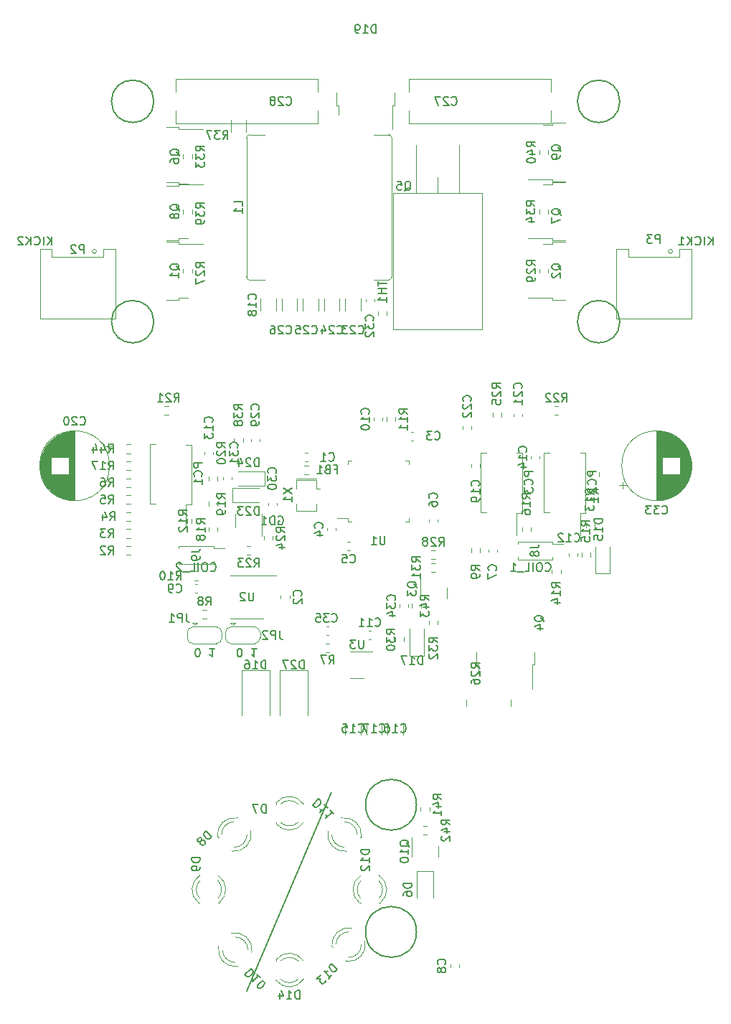
<source format=gbr>
G04 #@! TF.GenerationSoftware,KiCad,Pcbnew,(6.0.11)*
G04 #@! TF.CreationDate,2023-12-28T20:45:09+09:00*
G04 #@! TF.ProjectId,ORION_boost_v5,4f52494f-4e5f-4626-9f6f-73745f76352e,rev?*
G04 #@! TF.SameCoordinates,Original*
G04 #@! TF.FileFunction,Legend,Bot*
G04 #@! TF.FilePolarity,Positive*
%FSLAX46Y46*%
G04 Gerber Fmt 4.6, Leading zero omitted, Abs format (unit mm)*
G04 Created by KiCad (PCBNEW (6.0.11)) date 2023-12-28 20:45:09*
%MOMM*%
%LPD*%
G01*
G04 APERTURE LIST*
%ADD10C,0.150000*%
%ADD11C,0.120000*%
G04 APERTURE END LIST*
D10*
X131000000Y-136000000D02*
G75*
G03*
X131000000Y-136000000I-3000000J0D01*
G01*
X131000000Y-151000000D02*
G75*
G03*
X131000000Y-151000000I-3000000J0D01*
G01*
X155000000Y-79000000D02*
G75*
G03*
X155000000Y-79000000I-2500000J0D01*
G01*
X121000000Y-134500000D02*
X111000000Y-158000000D01*
X155000000Y-53000000D02*
G75*
G03*
X155000000Y-53000000I-2500000J0D01*
G01*
X100000000Y-79000000D02*
G75*
G03*
X100000000Y-79000000I-2500000J0D01*
G01*
X100000000Y-53000000D02*
G75*
G03*
X100000000Y-53000000I-2500000J0D01*
G01*
X106714285Y-108357142D02*
X106761904Y-108404761D01*
X106904761Y-108452380D01*
X107000000Y-108452380D01*
X107142857Y-108404761D01*
X107238095Y-108309523D01*
X107285714Y-108214285D01*
X107333333Y-108023809D01*
X107333333Y-107880952D01*
X107285714Y-107690476D01*
X107238095Y-107595238D01*
X107142857Y-107500000D01*
X107000000Y-107452380D01*
X106904761Y-107452380D01*
X106761904Y-107500000D01*
X106714285Y-107547619D01*
X106095238Y-107452380D02*
X105904761Y-107452380D01*
X105809523Y-107500000D01*
X105714285Y-107595238D01*
X105666666Y-107785714D01*
X105666666Y-108119047D01*
X105714285Y-108309523D01*
X105809523Y-108404761D01*
X105904761Y-108452380D01*
X106095238Y-108452380D01*
X106190476Y-108404761D01*
X106285714Y-108309523D01*
X106333333Y-108119047D01*
X106333333Y-107785714D01*
X106285714Y-107595238D01*
X106190476Y-107500000D01*
X106095238Y-107452380D01*
X105238095Y-108452380D02*
X105238095Y-107452380D01*
X104285714Y-108452380D02*
X104761904Y-108452380D01*
X104761904Y-107452380D01*
X104190476Y-108547619D02*
X103428571Y-108547619D01*
X103238095Y-107547619D02*
X103190476Y-107500000D01*
X103095238Y-107452380D01*
X102857142Y-107452380D01*
X102761904Y-107500000D01*
X102714285Y-107547619D01*
X102666666Y-107642857D01*
X102666666Y-107738095D01*
X102714285Y-107880952D01*
X103285714Y-108452380D01*
X102666666Y-108452380D01*
X165976190Y-69952380D02*
X165976190Y-68952380D01*
X165404761Y-69952380D02*
X165833333Y-69380952D01*
X165404761Y-68952380D02*
X165976190Y-69523809D01*
X164976190Y-69952380D02*
X164976190Y-68952380D01*
X163928571Y-69857142D02*
X163976190Y-69904761D01*
X164119047Y-69952380D01*
X164214285Y-69952380D01*
X164357142Y-69904761D01*
X164452380Y-69809523D01*
X164500000Y-69714285D01*
X164547619Y-69523809D01*
X164547619Y-69380952D01*
X164500000Y-69190476D01*
X164452380Y-69095238D01*
X164357142Y-69000000D01*
X164214285Y-68952380D01*
X164119047Y-68952380D01*
X163976190Y-69000000D01*
X163928571Y-69047619D01*
X163500000Y-69952380D02*
X163500000Y-68952380D01*
X162928571Y-69952380D02*
X163357142Y-69380952D01*
X162928571Y-68952380D02*
X163500000Y-69523809D01*
X161976190Y-69952380D02*
X162547619Y-69952380D01*
X162261904Y-69952380D02*
X162261904Y-68952380D01*
X162357142Y-69095238D01*
X162452380Y-69190476D01*
X162547619Y-69238095D01*
X146214285Y-108357142D02*
X146261904Y-108404761D01*
X146404761Y-108452380D01*
X146500000Y-108452380D01*
X146642857Y-108404761D01*
X146738095Y-108309523D01*
X146785714Y-108214285D01*
X146833333Y-108023809D01*
X146833333Y-107880952D01*
X146785714Y-107690476D01*
X146738095Y-107595238D01*
X146642857Y-107500000D01*
X146500000Y-107452380D01*
X146404761Y-107452380D01*
X146261904Y-107500000D01*
X146214285Y-107547619D01*
X145595238Y-107452380D02*
X145404761Y-107452380D01*
X145309523Y-107500000D01*
X145214285Y-107595238D01*
X145166666Y-107785714D01*
X145166666Y-108119047D01*
X145214285Y-108309523D01*
X145309523Y-108404761D01*
X145404761Y-108452380D01*
X145595238Y-108452380D01*
X145690476Y-108404761D01*
X145785714Y-108309523D01*
X145833333Y-108119047D01*
X145833333Y-107785714D01*
X145785714Y-107595238D01*
X145690476Y-107500000D01*
X145595238Y-107452380D01*
X144738095Y-108452380D02*
X144738095Y-107452380D01*
X143785714Y-108452380D02*
X144261904Y-108452380D01*
X144261904Y-107452380D01*
X143690476Y-108547619D02*
X142928571Y-108547619D01*
X142166666Y-108452380D02*
X142738095Y-108452380D01*
X142452380Y-108452380D02*
X142452380Y-107452380D01*
X142547619Y-107595238D01*
X142642857Y-107690476D01*
X142738095Y-107738095D01*
X105119047Y-118547619D02*
X105214285Y-118547619D01*
X105309523Y-118500000D01*
X105357142Y-118452380D01*
X105404761Y-118357142D01*
X105452380Y-118166666D01*
X105452380Y-117928571D01*
X105404761Y-117738095D01*
X105357142Y-117642857D01*
X105309523Y-117595238D01*
X105214285Y-117547619D01*
X105119047Y-117547619D01*
X105023809Y-117595238D01*
X104976190Y-117642857D01*
X104928571Y-117738095D01*
X104880952Y-117928571D01*
X104880952Y-118166666D01*
X104928571Y-118357142D01*
X104976190Y-118452380D01*
X105023809Y-118500000D01*
X105119047Y-118547619D01*
X107166666Y-117547619D02*
X106595238Y-117547619D01*
X106880952Y-117547619D02*
X106880952Y-118547619D01*
X106785714Y-118404761D01*
X106690476Y-118309523D01*
X106595238Y-118261904D01*
X110071428Y-118547619D02*
X110166666Y-118547619D01*
X110261904Y-118500000D01*
X110309523Y-118452380D01*
X110357142Y-118357142D01*
X110404761Y-118166666D01*
X110404761Y-117928571D01*
X110357142Y-117738095D01*
X110309523Y-117642857D01*
X110261904Y-117595238D01*
X110166666Y-117547619D01*
X110071428Y-117547619D01*
X109976190Y-117595238D01*
X109928571Y-117642857D01*
X109880952Y-117738095D01*
X109833333Y-117928571D01*
X109833333Y-118166666D01*
X109880952Y-118357142D01*
X109928571Y-118452380D01*
X109976190Y-118500000D01*
X110071428Y-118547619D01*
X112119047Y-117547619D02*
X111547619Y-117547619D01*
X111833333Y-117547619D02*
X111833333Y-118547619D01*
X111738095Y-118404761D01*
X111642857Y-118309523D01*
X111547619Y-118261904D01*
X87976190Y-69952380D02*
X87976190Y-68952380D01*
X87404761Y-69952380D02*
X87833333Y-69380952D01*
X87404761Y-68952380D02*
X87976190Y-69523809D01*
X86976190Y-69952380D02*
X86976190Y-68952380D01*
X85928571Y-69857142D02*
X85976190Y-69904761D01*
X86119047Y-69952380D01*
X86214285Y-69952380D01*
X86357142Y-69904761D01*
X86452380Y-69809523D01*
X86500000Y-69714285D01*
X86547619Y-69523809D01*
X86547619Y-69380952D01*
X86500000Y-69190476D01*
X86452380Y-69095238D01*
X86357142Y-69000000D01*
X86214285Y-68952380D01*
X86119047Y-68952380D01*
X85976190Y-69000000D01*
X85928571Y-69047619D01*
X85500000Y-69952380D02*
X85500000Y-68952380D01*
X84928571Y-69952380D02*
X85357142Y-69380952D01*
X84928571Y-68952380D02*
X85500000Y-69523809D01*
X84547619Y-69047619D02*
X84500000Y-69000000D01*
X84404761Y-68952380D01*
X84166666Y-68952380D01*
X84071428Y-69000000D01*
X84023809Y-69047619D01*
X83976190Y-69142857D01*
X83976190Y-69238095D01*
X84023809Y-69380952D01*
X84595238Y-69952380D01*
X83976190Y-69952380D01*
X91295508Y-91107142D02*
X91343127Y-91154761D01*
X91485984Y-91202380D01*
X91581222Y-91202380D01*
X91724079Y-91154761D01*
X91819317Y-91059523D01*
X91866936Y-90964285D01*
X91914555Y-90773809D01*
X91914555Y-90630952D01*
X91866936Y-90440476D01*
X91819317Y-90345238D01*
X91724079Y-90250000D01*
X91581222Y-90202380D01*
X91485984Y-90202380D01*
X91343127Y-90250000D01*
X91295508Y-90297619D01*
X90914555Y-90297619D02*
X90866936Y-90250000D01*
X90771698Y-90202380D01*
X90533603Y-90202380D01*
X90438365Y-90250000D01*
X90390746Y-90297619D01*
X90343127Y-90392857D01*
X90343127Y-90488095D01*
X90390746Y-90630952D01*
X90962174Y-91202380D01*
X90343127Y-91202380D01*
X89724079Y-90202380D02*
X89628841Y-90202380D01*
X89533603Y-90250000D01*
X89485984Y-90297619D01*
X89438365Y-90392857D01*
X89390746Y-90583333D01*
X89390746Y-90821428D01*
X89438365Y-91011904D01*
X89485984Y-91107142D01*
X89533603Y-91154761D01*
X89628841Y-91202380D01*
X89724079Y-91202380D01*
X89819317Y-91154761D01*
X89866936Y-91107142D01*
X89914555Y-91011904D01*
X89962174Y-90821428D01*
X89962174Y-90583333D01*
X89914555Y-90392857D01*
X89866936Y-90297619D01*
X89819317Y-90250000D01*
X89724079Y-90202380D01*
X102642857Y-109452380D02*
X102976190Y-108976190D01*
X103214285Y-109452380D02*
X103214285Y-108452380D01*
X102833333Y-108452380D01*
X102738095Y-108500000D01*
X102690476Y-108547619D01*
X102642857Y-108642857D01*
X102642857Y-108785714D01*
X102690476Y-108880952D01*
X102738095Y-108928571D01*
X102833333Y-108976190D01*
X103214285Y-108976190D01*
X101690476Y-109452380D02*
X102261904Y-109452380D01*
X101976190Y-109452380D02*
X101976190Y-108452380D01*
X102071428Y-108595238D01*
X102166666Y-108690476D01*
X102261904Y-108738095D01*
X101071428Y-108452380D02*
X100976190Y-108452380D01*
X100880952Y-108500000D01*
X100833333Y-108547619D01*
X100785714Y-108642857D01*
X100738095Y-108833333D01*
X100738095Y-109071428D01*
X100785714Y-109261904D01*
X100833333Y-109357142D01*
X100880952Y-109404761D01*
X100976190Y-109452380D01*
X101071428Y-109452380D01*
X101166666Y-109404761D01*
X101214285Y-109357142D01*
X101261904Y-109261904D01*
X101309523Y-109071428D01*
X101309523Y-108833333D01*
X101261904Y-108642857D01*
X101214285Y-108547619D01*
X101166666Y-108500000D01*
X101071428Y-108452380D01*
X131714285Y-119452380D02*
X131714285Y-118452380D01*
X131476190Y-118452380D01*
X131333333Y-118500000D01*
X131238095Y-118595238D01*
X131190476Y-118690476D01*
X131142857Y-118880952D01*
X131142857Y-119023809D01*
X131190476Y-119214285D01*
X131238095Y-119309523D01*
X131333333Y-119404761D01*
X131476190Y-119452380D01*
X131714285Y-119452380D01*
X130190476Y-119452380D02*
X130761904Y-119452380D01*
X130476190Y-119452380D02*
X130476190Y-118452380D01*
X130571428Y-118595238D01*
X130666666Y-118690476D01*
X130761904Y-118738095D01*
X129857142Y-118452380D02*
X129190476Y-118452380D01*
X129619047Y-119452380D01*
X108142857Y-57452380D02*
X108476190Y-56976190D01*
X108714285Y-57452380D02*
X108714285Y-56452380D01*
X108333333Y-56452380D01*
X108238095Y-56500000D01*
X108190476Y-56547619D01*
X108142857Y-56642857D01*
X108142857Y-56785714D01*
X108190476Y-56880952D01*
X108238095Y-56928571D01*
X108333333Y-56976190D01*
X108714285Y-56976190D01*
X107809523Y-56452380D02*
X107190476Y-56452380D01*
X107523809Y-56833333D01*
X107380952Y-56833333D01*
X107285714Y-56880952D01*
X107238095Y-56928571D01*
X107190476Y-57023809D01*
X107190476Y-57261904D01*
X107238095Y-57357142D01*
X107285714Y-57404761D01*
X107380952Y-57452380D01*
X107666666Y-57452380D01*
X107761904Y-57404761D01*
X107809523Y-57357142D01*
X106857142Y-56452380D02*
X106190476Y-56452380D01*
X106619047Y-57452380D01*
X104452380Y-106166666D02*
X105166666Y-106166666D01*
X105309523Y-106119047D01*
X105404761Y-106023809D01*
X105452380Y-105880952D01*
X105452380Y-105785714D01*
X105452380Y-106690476D02*
X105452380Y-106880952D01*
X105404761Y-106976190D01*
X105357142Y-107023809D01*
X105214285Y-107119047D01*
X105023809Y-107166666D01*
X104642857Y-107166666D01*
X104547619Y-107119047D01*
X104500000Y-107071428D01*
X104452380Y-106976190D01*
X104452380Y-106785714D01*
X104500000Y-106690476D01*
X104547619Y-106642857D01*
X104642857Y-106595238D01*
X104880952Y-106595238D01*
X104976190Y-106642857D01*
X105023809Y-106690476D01*
X105071428Y-106785714D01*
X105071428Y-106976190D01*
X105023809Y-107071428D01*
X104976190Y-107119047D01*
X104880952Y-107166666D01*
X103047619Y-72904761D02*
X103000000Y-72809523D01*
X102904761Y-72714285D01*
X102761904Y-72571428D01*
X102714285Y-72476190D01*
X102714285Y-72380952D01*
X102952380Y-72428571D02*
X102904761Y-72333333D01*
X102809523Y-72238095D01*
X102619047Y-72190476D01*
X102285714Y-72190476D01*
X102095238Y-72238095D01*
X102000000Y-72333333D01*
X101952380Y-72428571D01*
X101952380Y-72619047D01*
X102000000Y-72714285D01*
X102095238Y-72809523D01*
X102285714Y-72857142D01*
X102619047Y-72857142D01*
X102809523Y-72809523D01*
X102904761Y-72714285D01*
X102952380Y-72619047D01*
X102952380Y-72428571D01*
X102952380Y-73809523D02*
X102952380Y-73238095D01*
X102952380Y-73523809D02*
X101952380Y-73523809D01*
X102095238Y-73428571D01*
X102190476Y-73333333D01*
X102238095Y-73238095D01*
X114833333Y-115452380D02*
X114833333Y-116166666D01*
X114880952Y-116309523D01*
X114976190Y-116404761D01*
X115119047Y-116452380D01*
X115214285Y-116452380D01*
X114357142Y-116452380D02*
X114357142Y-115452380D01*
X113976190Y-115452380D01*
X113880952Y-115500000D01*
X113833333Y-115547619D01*
X113785714Y-115642857D01*
X113785714Y-115785714D01*
X113833333Y-115880952D01*
X113880952Y-115928571D01*
X113976190Y-115976190D01*
X114357142Y-115976190D01*
X113404761Y-115547619D02*
X113357142Y-115500000D01*
X113261904Y-115452380D01*
X113023809Y-115452380D01*
X112928571Y-115500000D01*
X112880952Y-115547619D01*
X112833333Y-115642857D01*
X112833333Y-115738095D01*
X112880952Y-115880952D01*
X113452380Y-116452380D01*
X112833333Y-116452380D01*
X94666666Y-104452380D02*
X95000000Y-103976190D01*
X95238095Y-104452380D02*
X95238095Y-103452380D01*
X94857142Y-103452380D01*
X94761904Y-103500000D01*
X94714285Y-103547619D01*
X94666666Y-103642857D01*
X94666666Y-103785714D01*
X94714285Y-103880952D01*
X94761904Y-103928571D01*
X94857142Y-103976190D01*
X95238095Y-103976190D01*
X94333333Y-103452380D02*
X93714285Y-103452380D01*
X94047619Y-103833333D01*
X93904761Y-103833333D01*
X93809523Y-103880952D01*
X93761904Y-103928571D01*
X93714285Y-104023809D01*
X93714285Y-104261904D01*
X93761904Y-104357142D01*
X93809523Y-104404761D01*
X93904761Y-104452380D01*
X94190476Y-104452380D01*
X94285714Y-104404761D01*
X94333333Y-104357142D01*
X120666666Y-95357142D02*
X120714285Y-95404761D01*
X120857142Y-95452380D01*
X120952380Y-95452380D01*
X121095238Y-95404761D01*
X121190476Y-95309523D01*
X121238095Y-95214285D01*
X121285714Y-95023809D01*
X121285714Y-94880952D01*
X121238095Y-94690476D01*
X121190476Y-94595238D01*
X121095238Y-94500000D01*
X120952380Y-94452380D01*
X120857142Y-94452380D01*
X120714285Y-94500000D01*
X120666666Y-94547619D01*
X119714285Y-95452380D02*
X120285714Y-95452380D01*
X120000000Y-95452380D02*
X120000000Y-94452380D01*
X120095238Y-94595238D01*
X120190476Y-94690476D01*
X120285714Y-94738095D01*
X159990206Y-101607142D02*
X160037825Y-101654761D01*
X160180682Y-101702380D01*
X160275920Y-101702380D01*
X160418777Y-101654761D01*
X160514015Y-101559523D01*
X160561634Y-101464285D01*
X160609253Y-101273809D01*
X160609253Y-101130952D01*
X160561634Y-100940476D01*
X160514015Y-100845238D01*
X160418777Y-100750000D01*
X160275920Y-100702380D01*
X160180682Y-100702380D01*
X160037825Y-100750000D01*
X159990206Y-100797619D01*
X159656872Y-100702380D02*
X159037825Y-100702380D01*
X159371158Y-101083333D01*
X159228301Y-101083333D01*
X159133063Y-101130952D01*
X159085444Y-101178571D01*
X159037825Y-101273809D01*
X159037825Y-101511904D01*
X159085444Y-101607142D01*
X159133063Y-101654761D01*
X159228301Y-101702380D01*
X159514015Y-101702380D01*
X159609253Y-101654761D01*
X159656872Y-101607142D01*
X158704491Y-100702380D02*
X158085444Y-100702380D01*
X158418777Y-101083333D01*
X158275920Y-101083333D01*
X158180682Y-101130952D01*
X158133063Y-101178571D01*
X158085444Y-101273809D01*
X158085444Y-101511904D01*
X158133063Y-101607142D01*
X158180682Y-101654761D01*
X158275920Y-101702380D01*
X158561634Y-101702380D01*
X158656872Y-101654761D01*
X158704491Y-101607142D01*
X138452380Y-108333333D02*
X137976190Y-108000000D01*
X138452380Y-107761904D02*
X137452380Y-107761904D01*
X137452380Y-108142857D01*
X137500000Y-108238095D01*
X137547619Y-108285714D01*
X137642857Y-108333333D01*
X137785714Y-108333333D01*
X137880952Y-108285714D01*
X137928571Y-108238095D01*
X137976190Y-108142857D01*
X137976190Y-107761904D01*
X138452380Y-108809523D02*
X138452380Y-109000000D01*
X138404761Y-109095238D01*
X138357142Y-109142857D01*
X138214285Y-109238095D01*
X138023809Y-109285714D01*
X137642857Y-109285714D01*
X137547619Y-109238095D01*
X137500000Y-109190476D01*
X137452380Y-109095238D01*
X137452380Y-108904761D01*
X137500000Y-108809523D01*
X137547619Y-108761904D01*
X137642857Y-108714285D01*
X137880952Y-108714285D01*
X137976190Y-108761904D01*
X138023809Y-108809523D01*
X138071428Y-108904761D01*
X138071428Y-109095238D01*
X138023809Y-109190476D01*
X137976190Y-109238095D01*
X137880952Y-109285714D01*
X103929880Y-101857142D02*
X103453690Y-101523809D01*
X103929880Y-101285714D02*
X102929880Y-101285714D01*
X102929880Y-101666666D01*
X102977500Y-101761904D01*
X103025119Y-101809523D01*
X103120357Y-101857142D01*
X103263214Y-101857142D01*
X103358452Y-101809523D01*
X103406071Y-101761904D01*
X103453690Y-101666666D01*
X103453690Y-101285714D01*
X103929880Y-102809523D02*
X103929880Y-102238095D01*
X103929880Y-102523809D02*
X102929880Y-102523809D01*
X103072738Y-102428571D01*
X103167976Y-102333333D01*
X103215595Y-102238095D01*
X103025119Y-103190476D02*
X102977500Y-103238095D01*
X102929880Y-103333333D01*
X102929880Y-103571428D01*
X102977500Y-103666666D01*
X103025119Y-103714285D01*
X103120357Y-103761904D01*
X103215595Y-103761904D01*
X103358452Y-103714285D01*
X103929880Y-103142857D01*
X103929880Y-103761904D01*
X114714285Y-102000000D02*
X114809523Y-101952380D01*
X114952380Y-101952380D01*
X115095238Y-102000000D01*
X115190476Y-102095238D01*
X115238095Y-102190476D01*
X115285714Y-102380952D01*
X115285714Y-102523809D01*
X115238095Y-102714285D01*
X115190476Y-102809523D01*
X115095238Y-102904761D01*
X114952380Y-102952380D01*
X114857142Y-102952380D01*
X114714285Y-102904761D01*
X114666666Y-102857142D01*
X114666666Y-102523809D01*
X114857142Y-102523809D01*
X114238095Y-102952380D02*
X114238095Y-101952380D01*
X114000000Y-101952380D01*
X113857142Y-102000000D01*
X113761904Y-102095238D01*
X113714285Y-102190476D01*
X113666666Y-102380952D01*
X113666666Y-102523809D01*
X113714285Y-102714285D01*
X113761904Y-102809523D01*
X113857142Y-102904761D01*
X114000000Y-102952380D01*
X114238095Y-102952380D01*
X112714285Y-102952380D02*
X113285714Y-102952380D01*
X113000000Y-102952380D02*
X113000000Y-101952380D01*
X113095238Y-102095238D01*
X113190476Y-102190476D01*
X113285714Y-102238095D01*
X108452380Y-99857142D02*
X107976190Y-99523809D01*
X108452380Y-99285714D02*
X107452380Y-99285714D01*
X107452380Y-99666666D01*
X107500000Y-99761904D01*
X107547619Y-99809523D01*
X107642857Y-99857142D01*
X107785714Y-99857142D01*
X107880952Y-99809523D01*
X107928571Y-99761904D01*
X107976190Y-99666666D01*
X107976190Y-99285714D01*
X108452380Y-100809523D02*
X108452380Y-100238095D01*
X108452380Y-100523809D02*
X107452380Y-100523809D01*
X107595238Y-100428571D01*
X107690476Y-100333333D01*
X107738095Y-100238095D01*
X108452380Y-101285714D02*
X108452380Y-101476190D01*
X108404761Y-101571428D01*
X108357142Y-101619047D01*
X108214285Y-101714285D01*
X108023809Y-101761904D01*
X107642857Y-101761904D01*
X107547619Y-101714285D01*
X107500000Y-101666666D01*
X107452380Y-101571428D01*
X107452380Y-101380952D01*
X107500000Y-101285714D01*
X107547619Y-101238095D01*
X107642857Y-101190476D01*
X107880952Y-101190476D01*
X107976190Y-101238095D01*
X108023809Y-101285714D01*
X108071428Y-101380952D01*
X108071428Y-101571428D01*
X108023809Y-101666666D01*
X107976190Y-101714285D01*
X107880952Y-101761904D01*
X94841666Y-102452380D02*
X95175000Y-101976190D01*
X95413095Y-102452380D02*
X95413095Y-101452380D01*
X95032142Y-101452380D01*
X94936904Y-101500000D01*
X94889285Y-101547619D01*
X94841666Y-101642857D01*
X94841666Y-101785714D01*
X94889285Y-101880952D01*
X94936904Y-101928571D01*
X95032142Y-101976190D01*
X95413095Y-101976190D01*
X93984523Y-101785714D02*
X93984523Y-102452380D01*
X94222619Y-101404761D02*
X94460714Y-102119047D01*
X93841666Y-102119047D01*
X111842857Y-107952380D02*
X112176190Y-107476190D01*
X112414285Y-107952380D02*
X112414285Y-106952380D01*
X112033333Y-106952380D01*
X111938095Y-107000000D01*
X111890476Y-107047619D01*
X111842857Y-107142857D01*
X111842857Y-107285714D01*
X111890476Y-107380952D01*
X111938095Y-107428571D01*
X112033333Y-107476190D01*
X112414285Y-107476190D01*
X111461904Y-107047619D02*
X111414285Y-107000000D01*
X111319047Y-106952380D01*
X111080952Y-106952380D01*
X110985714Y-107000000D01*
X110938095Y-107047619D01*
X110890476Y-107142857D01*
X110890476Y-107238095D01*
X110938095Y-107380952D01*
X111509523Y-107952380D01*
X110890476Y-107952380D01*
X110557142Y-106952380D02*
X109938095Y-106952380D01*
X110271428Y-107333333D01*
X110128571Y-107333333D01*
X110033333Y-107380952D01*
X109985714Y-107428571D01*
X109938095Y-107523809D01*
X109938095Y-107761904D01*
X109985714Y-107857142D01*
X110033333Y-107904761D01*
X110128571Y-107952380D01*
X110414285Y-107952380D01*
X110509523Y-107904761D01*
X110557142Y-107857142D01*
X133357142Y-99833333D02*
X133404761Y-99785714D01*
X133452380Y-99642857D01*
X133452380Y-99547619D01*
X133404761Y-99404761D01*
X133309523Y-99309523D01*
X133214285Y-99261904D01*
X133023809Y-99214285D01*
X132880952Y-99214285D01*
X132690476Y-99261904D01*
X132595238Y-99309523D01*
X132500000Y-99404761D01*
X132452380Y-99547619D01*
X132452380Y-99642857D01*
X132500000Y-99785714D01*
X132547619Y-99833333D01*
X132452380Y-100690476D02*
X132452380Y-100500000D01*
X132500000Y-100404761D01*
X132547619Y-100357142D01*
X132690476Y-100261904D01*
X132880952Y-100214285D01*
X133261904Y-100214285D01*
X133357142Y-100261904D01*
X133404761Y-100309523D01*
X133452380Y-100404761D01*
X133452380Y-100595238D01*
X133404761Y-100690476D01*
X133357142Y-100738095D01*
X133261904Y-100785714D01*
X133023809Y-100785714D01*
X132928571Y-100738095D01*
X132880952Y-100690476D01*
X132833333Y-100595238D01*
X132833333Y-100404761D01*
X132880952Y-100309523D01*
X132928571Y-100261904D01*
X133023809Y-100214285D01*
X91738095Y-70952380D02*
X91738095Y-69952380D01*
X91357142Y-69952380D01*
X91261904Y-70000000D01*
X91214285Y-70047619D01*
X91166666Y-70142857D01*
X91166666Y-70285714D01*
X91214285Y-70380952D01*
X91261904Y-70428571D01*
X91357142Y-70476190D01*
X91738095Y-70476190D01*
X90785714Y-70047619D02*
X90738095Y-70000000D01*
X90642857Y-69952380D01*
X90404761Y-69952380D01*
X90309523Y-70000000D01*
X90261904Y-70047619D01*
X90214285Y-70142857D01*
X90214285Y-70238095D01*
X90261904Y-70380952D01*
X90833333Y-70952380D01*
X90214285Y-70952380D01*
X106841793Y-139797969D02*
X106134687Y-139090862D01*
X105966328Y-139259221D01*
X105898984Y-139393908D01*
X105898984Y-139528595D01*
X105932656Y-139629610D01*
X106033671Y-139797969D01*
X106134687Y-139898984D01*
X106303045Y-140000000D01*
X106404061Y-140033671D01*
X106538748Y-140033671D01*
X106673435Y-139966328D01*
X106841793Y-139797969D01*
X105629610Y-140202030D02*
X105663282Y-140101015D01*
X105663282Y-140033671D01*
X105629610Y-139932656D01*
X105595938Y-139898984D01*
X105494923Y-139865312D01*
X105427580Y-139865312D01*
X105326564Y-139898984D01*
X105191877Y-140033671D01*
X105158206Y-140134687D01*
X105158206Y-140202030D01*
X105191877Y-140303045D01*
X105225549Y-140336717D01*
X105326564Y-140370389D01*
X105393908Y-140370389D01*
X105494923Y-140336717D01*
X105629610Y-140202030D01*
X105730625Y-140168358D01*
X105797969Y-140168358D01*
X105898984Y-140202030D01*
X106033671Y-140336717D01*
X106067343Y-140437732D01*
X106067343Y-140505076D01*
X106033671Y-140606091D01*
X105898984Y-140740778D01*
X105797969Y-140774450D01*
X105730625Y-140774450D01*
X105629610Y-140740778D01*
X105494923Y-140606091D01*
X105461251Y-140505076D01*
X105461251Y-140437732D01*
X105494923Y-140336717D01*
X124142857Y-127357142D02*
X124190476Y-127404761D01*
X124333333Y-127452380D01*
X124428571Y-127452380D01*
X124571428Y-127404761D01*
X124666666Y-127309523D01*
X124714285Y-127214285D01*
X124761904Y-127023809D01*
X124761904Y-126880952D01*
X124714285Y-126690476D01*
X124666666Y-126595238D01*
X124571428Y-126500000D01*
X124428571Y-126452380D01*
X124333333Y-126452380D01*
X124190476Y-126500000D01*
X124142857Y-126547619D01*
X123190476Y-127452380D02*
X123761904Y-127452380D01*
X123476190Y-127452380D02*
X123476190Y-126452380D01*
X123571428Y-126595238D01*
X123666666Y-126690476D01*
X123761904Y-126738095D01*
X122285714Y-126452380D02*
X122761904Y-126452380D01*
X122809523Y-126928571D01*
X122761904Y-126880952D01*
X122666666Y-126833333D01*
X122428571Y-126833333D01*
X122333333Y-126880952D01*
X122285714Y-126928571D01*
X122238095Y-127023809D01*
X122238095Y-127261904D01*
X122285714Y-127357142D01*
X122333333Y-127404761D01*
X122428571Y-127452380D01*
X122666666Y-127452380D01*
X122761904Y-127404761D01*
X122809523Y-127357142D01*
X147952380Y-110357142D02*
X147476190Y-110023809D01*
X147952380Y-109785714D02*
X146952380Y-109785714D01*
X146952380Y-110166666D01*
X147000000Y-110261904D01*
X147047619Y-110309523D01*
X147142857Y-110357142D01*
X147285714Y-110357142D01*
X147380952Y-110309523D01*
X147428571Y-110261904D01*
X147476190Y-110166666D01*
X147476190Y-109785714D01*
X147952380Y-111309523D02*
X147952380Y-110738095D01*
X147952380Y-111023809D02*
X146952380Y-111023809D01*
X147095238Y-110928571D01*
X147190476Y-110833333D01*
X147238095Y-110738095D01*
X147285714Y-112166666D02*
X147952380Y-112166666D01*
X146904761Y-111928571D02*
X147619047Y-111690476D01*
X147619047Y-112309523D01*
X119461251Y-135321488D02*
X118754145Y-136028595D01*
X118922503Y-136196954D01*
X119057190Y-136264297D01*
X119191877Y-136264297D01*
X119292893Y-136230625D01*
X119461251Y-136129610D01*
X119562267Y-136028595D01*
X119663282Y-135860236D01*
X119696954Y-135759221D01*
X119696954Y-135624534D01*
X119629610Y-135489847D01*
X119461251Y-135321488D01*
X120538748Y-136398984D02*
X120134687Y-135994923D01*
X120336717Y-136196954D02*
X119629610Y-136904061D01*
X119663282Y-136735702D01*
X119663282Y-136601015D01*
X119629610Y-136500000D01*
X121212183Y-137072419D02*
X120808122Y-136668358D01*
X121010152Y-136870389D02*
X120303045Y-137577496D01*
X120336717Y-137409137D01*
X120336717Y-137274450D01*
X120303045Y-137173435D01*
X140357142Y-108333333D02*
X140404761Y-108285714D01*
X140452380Y-108142857D01*
X140452380Y-108047619D01*
X140404761Y-107904761D01*
X140309523Y-107809523D01*
X140214285Y-107761904D01*
X140023809Y-107714285D01*
X139880952Y-107714285D01*
X139690476Y-107761904D01*
X139595238Y-107809523D01*
X139500000Y-107904761D01*
X139452380Y-108047619D01*
X139452380Y-108142857D01*
X139500000Y-108285714D01*
X139547619Y-108333333D01*
X139452380Y-108666666D02*
X139452380Y-109333333D01*
X140452380Y-108904761D01*
X126142857Y-114857142D02*
X126190476Y-114904761D01*
X126333333Y-114952380D01*
X126428571Y-114952380D01*
X126571428Y-114904761D01*
X126666666Y-114809523D01*
X126714285Y-114714285D01*
X126761904Y-114523809D01*
X126761904Y-114380952D01*
X126714285Y-114190476D01*
X126666666Y-114095238D01*
X126571428Y-114000000D01*
X126428571Y-113952380D01*
X126333333Y-113952380D01*
X126190476Y-114000000D01*
X126142857Y-114047619D01*
X125190476Y-114952380D02*
X125761904Y-114952380D01*
X125476190Y-114952380D02*
X125476190Y-113952380D01*
X125571428Y-114095238D01*
X125666666Y-114190476D01*
X125761904Y-114238095D01*
X124238095Y-114952380D02*
X124809523Y-114952380D01*
X124523809Y-114952380D02*
X124523809Y-113952380D01*
X124619047Y-114095238D01*
X124714285Y-114190476D01*
X124809523Y-114238095D01*
X148047619Y-58904761D02*
X148000000Y-58809523D01*
X147904761Y-58714285D01*
X147761904Y-58571428D01*
X147714285Y-58476190D01*
X147714285Y-58380952D01*
X147952380Y-58428571D02*
X147904761Y-58333333D01*
X147809523Y-58238095D01*
X147619047Y-58190476D01*
X147285714Y-58190476D01*
X147095238Y-58238095D01*
X147000000Y-58333333D01*
X146952380Y-58428571D01*
X146952380Y-58619047D01*
X147000000Y-58714285D01*
X147095238Y-58809523D01*
X147285714Y-58857142D01*
X147619047Y-58857142D01*
X147809523Y-58809523D01*
X147904761Y-58714285D01*
X147952380Y-58619047D01*
X147952380Y-58428571D01*
X147952380Y-59333333D02*
X147952380Y-59523809D01*
X147904761Y-59619047D01*
X147857142Y-59666666D01*
X147714285Y-59761904D01*
X147523809Y-59809523D01*
X147142857Y-59809523D01*
X147047619Y-59761904D01*
X147000000Y-59714285D01*
X146952380Y-59619047D01*
X146952380Y-59428571D01*
X147000000Y-59333333D01*
X147047619Y-59285714D01*
X147142857Y-59238095D01*
X147380952Y-59238095D01*
X147476190Y-59285714D01*
X147523809Y-59333333D01*
X147571428Y-59428571D01*
X147571428Y-59619047D01*
X147523809Y-59714285D01*
X147476190Y-59761904D01*
X147380952Y-59809523D01*
X129952380Y-89857142D02*
X129476190Y-89523809D01*
X129952380Y-89285714D02*
X128952380Y-89285714D01*
X128952380Y-89666666D01*
X129000000Y-89761904D01*
X129047619Y-89809523D01*
X129142857Y-89857142D01*
X129285714Y-89857142D01*
X129380952Y-89809523D01*
X129428571Y-89761904D01*
X129476190Y-89666666D01*
X129476190Y-89285714D01*
X129952380Y-90809523D02*
X129952380Y-90238095D01*
X129952380Y-90523809D02*
X128952380Y-90523809D01*
X129095238Y-90428571D01*
X129190476Y-90333333D01*
X129238095Y-90238095D01*
X129952380Y-91761904D02*
X129952380Y-91190476D01*
X129952380Y-91476190D02*
X128952380Y-91476190D01*
X129095238Y-91380952D01*
X129190476Y-91285714D01*
X129238095Y-91190476D01*
X133166666Y-92857142D02*
X133214285Y-92904761D01*
X133357142Y-92952380D01*
X133452380Y-92952380D01*
X133595238Y-92904761D01*
X133690476Y-92809523D01*
X133738095Y-92714285D01*
X133785714Y-92523809D01*
X133785714Y-92380952D01*
X133738095Y-92190476D01*
X133690476Y-92095238D01*
X133595238Y-92000000D01*
X133452380Y-91952380D01*
X133357142Y-91952380D01*
X133214285Y-92000000D01*
X133166666Y-92047619D01*
X132833333Y-91952380D02*
X132214285Y-91952380D01*
X132547619Y-92333333D01*
X132404761Y-92333333D01*
X132309523Y-92380952D01*
X132261904Y-92428571D01*
X132214285Y-92523809D01*
X132214285Y-92761904D01*
X132261904Y-92857142D01*
X132309523Y-92904761D01*
X132404761Y-92952380D01*
X132690476Y-92952380D01*
X132785714Y-92904761D01*
X132833333Y-92857142D01*
X133642857Y-105452380D02*
X133976190Y-104976190D01*
X134214285Y-105452380D02*
X134214285Y-104452380D01*
X133833333Y-104452380D01*
X133738095Y-104500000D01*
X133690476Y-104547619D01*
X133642857Y-104642857D01*
X133642857Y-104785714D01*
X133690476Y-104880952D01*
X133738095Y-104928571D01*
X133833333Y-104976190D01*
X134214285Y-104976190D01*
X133261904Y-104547619D02*
X133214285Y-104500000D01*
X133119047Y-104452380D01*
X132880952Y-104452380D01*
X132785714Y-104500000D01*
X132738095Y-104547619D01*
X132690476Y-104642857D01*
X132690476Y-104738095D01*
X132738095Y-104880952D01*
X133309523Y-105452380D01*
X132690476Y-105452380D01*
X132119047Y-104880952D02*
X132214285Y-104833333D01*
X132261904Y-104785714D01*
X132309523Y-104690476D01*
X132309523Y-104642857D01*
X132261904Y-104547619D01*
X132214285Y-104500000D01*
X132119047Y-104452380D01*
X131928571Y-104452380D01*
X131833333Y-104500000D01*
X131785714Y-104547619D01*
X131738095Y-104642857D01*
X131738095Y-104690476D01*
X131785714Y-104785714D01*
X131833333Y-104833333D01*
X131928571Y-104880952D01*
X132119047Y-104880952D01*
X132214285Y-104928571D01*
X132261904Y-104976190D01*
X132309523Y-105071428D01*
X132309523Y-105261904D01*
X132261904Y-105357142D01*
X132214285Y-105404761D01*
X132119047Y-105452380D01*
X131928571Y-105452380D01*
X131833333Y-105404761D01*
X131785714Y-105357142D01*
X131738095Y-105261904D01*
X131738095Y-105071428D01*
X131785714Y-104976190D01*
X131833333Y-104928571D01*
X131928571Y-104880952D01*
X105952380Y-65594400D02*
X105476190Y-65261067D01*
X105952380Y-65022972D02*
X104952380Y-65022972D01*
X104952380Y-65403924D01*
X105000000Y-65499162D01*
X105047619Y-65546781D01*
X105142857Y-65594400D01*
X105285714Y-65594400D01*
X105380952Y-65546781D01*
X105428571Y-65499162D01*
X105476190Y-65403924D01*
X105476190Y-65022972D01*
X104952380Y-65927734D02*
X104952380Y-66546781D01*
X105333333Y-66213448D01*
X105333333Y-66356305D01*
X105380952Y-66451543D01*
X105428571Y-66499162D01*
X105523809Y-66546781D01*
X105761904Y-66546781D01*
X105857142Y-66499162D01*
X105904761Y-66451543D01*
X105952380Y-66356305D01*
X105952380Y-66070591D01*
X105904761Y-65975353D01*
X105857142Y-65927734D01*
X105952380Y-67022972D02*
X105952380Y-67213448D01*
X105904761Y-67308686D01*
X105857142Y-67356305D01*
X105714285Y-67451543D01*
X105523809Y-67499162D01*
X105142857Y-67499162D01*
X105047619Y-67451543D01*
X105000000Y-67403924D01*
X104952380Y-67308686D01*
X104952380Y-67118210D01*
X105000000Y-67022972D01*
X105047619Y-66975353D01*
X105142857Y-66927734D01*
X105380952Y-66927734D01*
X105476190Y-66975353D01*
X105523809Y-67022972D01*
X105571428Y-67118210D01*
X105571428Y-67308686D01*
X105523809Y-67403924D01*
X105476190Y-67451543D01*
X105380952Y-67499162D01*
X133452380Y-116857142D02*
X132976190Y-116523809D01*
X133452380Y-116285714D02*
X132452380Y-116285714D01*
X132452380Y-116666666D01*
X132500000Y-116761904D01*
X132547619Y-116809523D01*
X132642857Y-116857142D01*
X132785714Y-116857142D01*
X132880952Y-116809523D01*
X132928571Y-116761904D01*
X132976190Y-116666666D01*
X132976190Y-116285714D01*
X132452380Y-117190476D02*
X132452380Y-117809523D01*
X132833333Y-117476190D01*
X132833333Y-117619047D01*
X132880952Y-117714285D01*
X132928571Y-117761904D01*
X133023809Y-117809523D01*
X133261904Y-117809523D01*
X133357142Y-117761904D01*
X133404761Y-117714285D01*
X133452380Y-117619047D01*
X133452380Y-117333333D01*
X133404761Y-117238095D01*
X133357142Y-117190476D01*
X132547619Y-118190476D02*
X132500000Y-118238095D01*
X132452380Y-118333333D01*
X132452380Y-118571428D01*
X132500000Y-118666666D01*
X132547619Y-118714285D01*
X132642857Y-118761904D01*
X132738095Y-118761904D01*
X132880952Y-118714285D01*
X133452380Y-118142857D01*
X133452380Y-118761904D01*
X125857142Y-78857142D02*
X125904761Y-78809523D01*
X125952380Y-78666666D01*
X125952380Y-78571428D01*
X125904761Y-78428571D01*
X125809523Y-78333333D01*
X125714285Y-78285714D01*
X125523809Y-78238095D01*
X125380952Y-78238095D01*
X125190476Y-78285714D01*
X125095238Y-78333333D01*
X125000000Y-78428571D01*
X124952380Y-78571428D01*
X124952380Y-78666666D01*
X125000000Y-78809523D01*
X125047619Y-78857142D01*
X124952380Y-79190476D02*
X124952380Y-79809523D01*
X125333333Y-79476190D01*
X125333333Y-79619047D01*
X125380952Y-79714285D01*
X125428571Y-79761904D01*
X125523809Y-79809523D01*
X125761904Y-79809523D01*
X125857142Y-79761904D01*
X125904761Y-79714285D01*
X125952380Y-79619047D01*
X125952380Y-79333333D01*
X125904761Y-79238095D01*
X125857142Y-79190476D01*
X125047619Y-80190476D02*
X125000000Y-80238095D01*
X124952380Y-80333333D01*
X124952380Y-80571428D01*
X125000000Y-80666666D01*
X125047619Y-80714285D01*
X125142857Y-80761904D01*
X125238095Y-80761904D01*
X125380952Y-80714285D01*
X125952380Y-80142857D01*
X125952380Y-80761904D01*
X124761904Y-116552380D02*
X124761904Y-117361904D01*
X124714285Y-117457142D01*
X124666666Y-117504761D01*
X124571428Y-117552380D01*
X124380952Y-117552380D01*
X124285714Y-117504761D01*
X124238095Y-117457142D01*
X124190476Y-117361904D01*
X124190476Y-116552380D01*
X123809523Y-116552380D02*
X123190476Y-116552380D01*
X123523809Y-116933333D01*
X123380952Y-116933333D01*
X123285714Y-116980952D01*
X123238095Y-117028571D01*
X123190476Y-117123809D01*
X123190476Y-117361904D01*
X123238095Y-117457142D01*
X123285714Y-117504761D01*
X123380952Y-117552380D01*
X123666666Y-117552380D01*
X123761904Y-117504761D01*
X123809523Y-117457142D01*
X130452380Y-145261904D02*
X129452380Y-145261904D01*
X129452380Y-145500000D01*
X129500000Y-145642857D01*
X129595238Y-145738095D01*
X129690476Y-145785714D01*
X129880952Y-145833333D01*
X130023809Y-145833333D01*
X130214285Y-145785714D01*
X130309523Y-145738095D01*
X130404761Y-145642857D01*
X130452380Y-145500000D01*
X130452380Y-145261904D01*
X129452380Y-146690476D02*
X129452380Y-146500000D01*
X129500000Y-146404761D01*
X129547619Y-146357142D01*
X129690476Y-146261904D01*
X129880952Y-146214285D01*
X130261904Y-146214285D01*
X130357142Y-146261904D01*
X130404761Y-146309523D01*
X130452380Y-146404761D01*
X130452380Y-146595238D01*
X130404761Y-146690476D01*
X130357142Y-146738095D01*
X130261904Y-146785714D01*
X130023809Y-146785714D01*
X129928571Y-146738095D01*
X129880952Y-146690476D01*
X129833333Y-146595238D01*
X129833333Y-146404761D01*
X129880952Y-146309523D01*
X129928571Y-146261904D01*
X130023809Y-146214285D01*
X94666666Y-100452380D02*
X95000000Y-99976190D01*
X95238095Y-100452380D02*
X95238095Y-99452380D01*
X94857142Y-99452380D01*
X94761904Y-99500000D01*
X94714285Y-99547619D01*
X94666666Y-99642857D01*
X94666666Y-99785714D01*
X94714285Y-99880952D01*
X94761904Y-99928571D01*
X94857142Y-99976190D01*
X95238095Y-99976190D01*
X93761904Y-99452380D02*
X94238095Y-99452380D01*
X94285714Y-99928571D01*
X94238095Y-99880952D01*
X94142857Y-99833333D01*
X93904761Y-99833333D01*
X93809523Y-99880952D01*
X93761904Y-99928571D01*
X93714285Y-100023809D01*
X93714285Y-100261904D01*
X93761904Y-100357142D01*
X93809523Y-100404761D01*
X93904761Y-100452380D01*
X94142857Y-100452380D01*
X94238095Y-100404761D01*
X94285714Y-100357142D01*
X128452380Y-115857142D02*
X127976190Y-115523809D01*
X128452380Y-115285714D02*
X127452380Y-115285714D01*
X127452380Y-115666666D01*
X127500000Y-115761904D01*
X127547619Y-115809523D01*
X127642857Y-115857142D01*
X127785714Y-115857142D01*
X127880952Y-115809523D01*
X127928571Y-115761904D01*
X127976190Y-115666666D01*
X127976190Y-115285714D01*
X127452380Y-116190476D02*
X127452380Y-116809523D01*
X127833333Y-116476190D01*
X127833333Y-116619047D01*
X127880952Y-116714285D01*
X127928571Y-116761904D01*
X128023809Y-116809523D01*
X128261904Y-116809523D01*
X128357142Y-116761904D01*
X128404761Y-116714285D01*
X128452380Y-116619047D01*
X128452380Y-116333333D01*
X128404761Y-116238095D01*
X128357142Y-116190476D01*
X127452380Y-117428571D02*
X127452380Y-117523809D01*
X127500000Y-117619047D01*
X127547619Y-117666666D01*
X127642857Y-117714285D01*
X127833333Y-117761904D01*
X128071428Y-117761904D01*
X128261904Y-117714285D01*
X128357142Y-117666666D01*
X128404761Y-117619047D01*
X128452380Y-117523809D01*
X128452380Y-117428571D01*
X128404761Y-117333333D01*
X128357142Y-117285714D01*
X128261904Y-117238095D01*
X128071428Y-117190476D01*
X127833333Y-117190476D01*
X127642857Y-117238095D01*
X127547619Y-117285714D01*
X127500000Y-117333333D01*
X127452380Y-117428571D01*
X145022380Y-72357142D02*
X144546190Y-72023809D01*
X145022380Y-71785714D02*
X144022380Y-71785714D01*
X144022380Y-72166666D01*
X144070000Y-72261904D01*
X144117619Y-72309523D01*
X144212857Y-72357142D01*
X144355714Y-72357142D01*
X144450952Y-72309523D01*
X144498571Y-72261904D01*
X144546190Y-72166666D01*
X144546190Y-71785714D01*
X144117619Y-72738095D02*
X144070000Y-72785714D01*
X144022380Y-72880952D01*
X144022380Y-73119047D01*
X144070000Y-73214285D01*
X144117619Y-73261904D01*
X144212857Y-73309523D01*
X144308095Y-73309523D01*
X144450952Y-73261904D01*
X145022380Y-72690476D01*
X145022380Y-73309523D01*
X145022380Y-73785714D02*
X145022380Y-73976190D01*
X144974761Y-74071428D01*
X144927142Y-74119047D01*
X144784285Y-74214285D01*
X144593809Y-74261904D01*
X144212857Y-74261904D01*
X144117619Y-74214285D01*
X144070000Y-74166666D01*
X144022380Y-74071428D01*
X144022380Y-73880952D01*
X144070000Y-73785714D01*
X144117619Y-73738095D01*
X144212857Y-73690476D01*
X144450952Y-73690476D01*
X144546190Y-73738095D01*
X144593809Y-73785714D01*
X144641428Y-73880952D01*
X144641428Y-74071428D01*
X144593809Y-74166666D01*
X144546190Y-74214285D01*
X144450952Y-74261904D01*
X140952380Y-86857142D02*
X140476190Y-86523809D01*
X140952380Y-86285714D02*
X139952380Y-86285714D01*
X139952380Y-86666666D01*
X140000000Y-86761904D01*
X140047619Y-86809523D01*
X140142857Y-86857142D01*
X140285714Y-86857142D01*
X140380952Y-86809523D01*
X140428571Y-86761904D01*
X140476190Y-86666666D01*
X140476190Y-86285714D01*
X140047619Y-87238095D02*
X140000000Y-87285714D01*
X139952380Y-87380952D01*
X139952380Y-87619047D01*
X140000000Y-87714285D01*
X140047619Y-87761904D01*
X140142857Y-87809523D01*
X140238095Y-87809523D01*
X140380952Y-87761904D01*
X140952380Y-87190476D01*
X140952380Y-87809523D01*
X139952380Y-88714285D02*
X139952380Y-88238095D01*
X140428571Y-88190476D01*
X140380952Y-88238095D01*
X140333333Y-88333333D01*
X140333333Y-88571428D01*
X140380952Y-88666666D01*
X140428571Y-88714285D01*
X140523809Y-88761904D01*
X140761904Y-88761904D01*
X140857142Y-88714285D01*
X140904761Y-88666666D01*
X140952380Y-88571428D01*
X140952380Y-88333333D01*
X140904761Y-88238095D01*
X140857142Y-88190476D01*
X102666666Y-110857142D02*
X102714285Y-110904761D01*
X102857142Y-110952380D01*
X102952380Y-110952380D01*
X103095238Y-110904761D01*
X103190476Y-110809523D01*
X103238095Y-110714285D01*
X103285714Y-110523809D01*
X103285714Y-110380952D01*
X103238095Y-110190476D01*
X103190476Y-110095238D01*
X103095238Y-110000000D01*
X102952380Y-109952380D01*
X102857142Y-109952380D01*
X102714285Y-110000000D01*
X102666666Y-110047619D01*
X102190476Y-110952380D02*
X102000000Y-110952380D01*
X101904761Y-110904761D01*
X101857142Y-110857142D01*
X101761904Y-110714285D01*
X101714285Y-110523809D01*
X101714285Y-110142857D01*
X101761904Y-110047619D01*
X101809523Y-110000000D01*
X101904761Y-109952380D01*
X102095238Y-109952380D01*
X102190476Y-110000000D01*
X102238095Y-110047619D01*
X102285714Y-110142857D01*
X102285714Y-110380952D01*
X102238095Y-110476190D01*
X102190476Y-110523809D01*
X102095238Y-110571428D01*
X101904761Y-110571428D01*
X101809523Y-110523809D01*
X101761904Y-110476190D01*
X101714285Y-110380952D01*
X118642857Y-80357142D02*
X118690476Y-80404761D01*
X118833333Y-80452380D01*
X118928571Y-80452380D01*
X119071428Y-80404761D01*
X119166666Y-80309523D01*
X119214285Y-80214285D01*
X119261904Y-80023809D01*
X119261904Y-79880952D01*
X119214285Y-79690476D01*
X119166666Y-79595238D01*
X119071428Y-79500000D01*
X118928571Y-79452380D01*
X118833333Y-79452380D01*
X118690476Y-79500000D01*
X118642857Y-79547619D01*
X118261904Y-79547619D02*
X118214285Y-79500000D01*
X118119047Y-79452380D01*
X117880952Y-79452380D01*
X117785714Y-79500000D01*
X117738095Y-79547619D01*
X117690476Y-79642857D01*
X117690476Y-79738095D01*
X117738095Y-79880952D01*
X118309523Y-80452380D01*
X117690476Y-80452380D01*
X116785714Y-79452380D02*
X117261904Y-79452380D01*
X117309523Y-79928571D01*
X117261904Y-79880952D01*
X117166666Y-79833333D01*
X116928571Y-79833333D01*
X116833333Y-79880952D01*
X116785714Y-79928571D01*
X116738095Y-80023809D01*
X116738095Y-80261904D01*
X116785714Y-80357142D01*
X116833333Y-80404761D01*
X116928571Y-80452380D01*
X117166666Y-80452380D01*
X117261904Y-80404761D01*
X117309523Y-80357142D01*
X103047619Y-59404761D02*
X103000000Y-59309523D01*
X102904761Y-59214285D01*
X102761904Y-59071428D01*
X102714285Y-58976190D01*
X102714285Y-58880952D01*
X102952380Y-58928571D02*
X102904761Y-58833333D01*
X102809523Y-58738095D01*
X102619047Y-58690476D01*
X102285714Y-58690476D01*
X102095238Y-58738095D01*
X102000000Y-58833333D01*
X101952380Y-58928571D01*
X101952380Y-59119047D01*
X102000000Y-59214285D01*
X102095238Y-59309523D01*
X102285714Y-59357142D01*
X102619047Y-59357142D01*
X102809523Y-59309523D01*
X102904761Y-59214285D01*
X102952380Y-59119047D01*
X102952380Y-58928571D01*
X101952380Y-60214285D02*
X101952380Y-60023809D01*
X102000000Y-59928571D01*
X102047619Y-59880952D01*
X102190476Y-59785714D01*
X102380952Y-59738095D01*
X102761904Y-59738095D01*
X102857142Y-59785714D01*
X102904761Y-59833333D01*
X102952380Y-59928571D01*
X102952380Y-60119047D01*
X102904761Y-60214285D01*
X102857142Y-60261904D01*
X102761904Y-60309523D01*
X102523809Y-60309523D01*
X102428571Y-60261904D01*
X102380952Y-60214285D01*
X102333333Y-60119047D01*
X102333333Y-59928571D01*
X102380952Y-59833333D01*
X102428571Y-59785714D01*
X102523809Y-59738095D01*
X119857142Y-103333333D02*
X119904761Y-103285714D01*
X119952380Y-103142857D01*
X119952380Y-103047619D01*
X119904761Y-102904761D01*
X119809523Y-102809523D01*
X119714285Y-102761904D01*
X119523809Y-102714285D01*
X119380952Y-102714285D01*
X119190476Y-102761904D01*
X119095238Y-102809523D01*
X119000000Y-102904761D01*
X118952380Y-103047619D01*
X118952380Y-103142857D01*
X119000000Y-103285714D01*
X119047619Y-103333333D01*
X119285714Y-104190476D02*
X119952380Y-104190476D01*
X118904761Y-103952380D02*
X119619047Y-103714285D01*
X119619047Y-104333333D01*
X103047619Y-65904761D02*
X103000000Y-65809523D01*
X102904761Y-65714285D01*
X102761904Y-65571428D01*
X102714285Y-65476190D01*
X102714285Y-65380952D01*
X102952380Y-65428571D02*
X102904761Y-65333333D01*
X102809523Y-65238095D01*
X102619047Y-65190476D01*
X102285714Y-65190476D01*
X102095238Y-65238095D01*
X102000000Y-65333333D01*
X101952380Y-65428571D01*
X101952380Y-65619047D01*
X102000000Y-65714285D01*
X102095238Y-65809523D01*
X102285714Y-65857142D01*
X102619047Y-65857142D01*
X102809523Y-65809523D01*
X102904761Y-65714285D01*
X102952380Y-65619047D01*
X102952380Y-65428571D01*
X102380952Y-66428571D02*
X102333333Y-66333333D01*
X102285714Y-66285714D01*
X102190476Y-66238095D01*
X102142857Y-66238095D01*
X102047619Y-66285714D01*
X102000000Y-66333333D01*
X101952380Y-66428571D01*
X101952380Y-66619047D01*
X102000000Y-66714285D01*
X102047619Y-66761904D01*
X102142857Y-66809523D01*
X102190476Y-66809523D01*
X102285714Y-66761904D01*
X102333333Y-66714285D01*
X102380952Y-66619047D01*
X102380952Y-66428571D01*
X102428571Y-66333333D01*
X102476190Y-66285714D01*
X102571428Y-66238095D01*
X102761904Y-66238095D01*
X102857142Y-66285714D01*
X102904761Y-66333333D01*
X102952380Y-66428571D01*
X102952380Y-66619047D01*
X102904761Y-66714285D01*
X102857142Y-66761904D01*
X102761904Y-66809523D01*
X102571428Y-66809523D01*
X102476190Y-66761904D01*
X102428571Y-66714285D01*
X102380952Y-66619047D01*
X106857142Y-90857142D02*
X106904761Y-90809523D01*
X106952380Y-90666666D01*
X106952380Y-90571428D01*
X106904761Y-90428571D01*
X106809523Y-90333333D01*
X106714285Y-90285714D01*
X106523809Y-90238095D01*
X106380952Y-90238095D01*
X106190476Y-90285714D01*
X106095238Y-90333333D01*
X106000000Y-90428571D01*
X105952380Y-90571428D01*
X105952380Y-90666666D01*
X106000000Y-90809523D01*
X106047619Y-90857142D01*
X106952380Y-91809523D02*
X106952380Y-91238095D01*
X106952380Y-91523809D02*
X105952380Y-91523809D01*
X106095238Y-91428571D01*
X106190476Y-91333333D01*
X106238095Y-91238095D01*
X105952380Y-92142857D02*
X105952380Y-92761904D01*
X106333333Y-92428571D01*
X106333333Y-92571428D01*
X106380952Y-92666666D01*
X106428571Y-92714285D01*
X106523809Y-92761904D01*
X106761904Y-92761904D01*
X106857142Y-92714285D01*
X106904761Y-92666666D01*
X106952380Y-92571428D01*
X106952380Y-92285714D01*
X106904761Y-92190476D01*
X106857142Y-92142857D01*
X94642857Y-94452380D02*
X94976190Y-93976190D01*
X95214285Y-94452380D02*
X95214285Y-93452380D01*
X94833333Y-93452380D01*
X94738095Y-93500000D01*
X94690476Y-93547619D01*
X94642857Y-93642857D01*
X94642857Y-93785714D01*
X94690476Y-93880952D01*
X94738095Y-93928571D01*
X94833333Y-93976190D01*
X95214285Y-93976190D01*
X93785714Y-93785714D02*
X93785714Y-94452380D01*
X94023809Y-93404761D02*
X94261904Y-94119047D01*
X93642857Y-94119047D01*
X92833333Y-93785714D02*
X92833333Y-94452380D01*
X93071428Y-93404761D02*
X93309523Y-94119047D01*
X92690476Y-94119047D01*
X115295704Y-98655121D02*
X116295704Y-99321787D01*
X115295704Y-99321787D02*
X116295704Y-98655121D01*
X116295704Y-100226549D02*
X116295704Y-99655121D01*
X116295704Y-99940835D02*
X115295704Y-99940835D01*
X115438562Y-99845597D01*
X115533800Y-99750359D01*
X115581419Y-99655121D01*
X133952380Y-135357142D02*
X133476190Y-135023809D01*
X133952380Y-134785714D02*
X132952380Y-134785714D01*
X132952380Y-135166666D01*
X133000000Y-135261904D01*
X133047619Y-135309523D01*
X133142857Y-135357142D01*
X133285714Y-135357142D01*
X133380952Y-135309523D01*
X133428571Y-135261904D01*
X133476190Y-135166666D01*
X133476190Y-134785714D01*
X133285714Y-136214285D02*
X133952380Y-136214285D01*
X132904761Y-135976190D02*
X133619047Y-135738095D01*
X133619047Y-136357142D01*
X133952380Y-137261904D02*
X133952380Y-136690476D01*
X133952380Y-136976190D02*
X132952380Y-136976190D01*
X133095238Y-136880952D01*
X133190476Y-136785714D01*
X133238095Y-136690476D01*
X135142857Y-53357142D02*
X135190476Y-53404761D01*
X135333333Y-53452380D01*
X135428571Y-53452380D01*
X135571428Y-53404761D01*
X135666666Y-53309523D01*
X135714285Y-53214285D01*
X135761904Y-53023809D01*
X135761904Y-52880952D01*
X135714285Y-52690476D01*
X135666666Y-52595238D01*
X135571428Y-52500000D01*
X135428571Y-52452380D01*
X135333333Y-52452380D01*
X135190476Y-52500000D01*
X135142857Y-52547619D01*
X134761904Y-52547619D02*
X134714285Y-52500000D01*
X134619047Y-52452380D01*
X134380952Y-52452380D01*
X134285714Y-52500000D01*
X134238095Y-52547619D01*
X134190476Y-52642857D01*
X134190476Y-52738095D01*
X134238095Y-52880952D01*
X134809523Y-53452380D01*
X134190476Y-53452380D01*
X133857142Y-52452380D02*
X133190476Y-52452380D01*
X133619047Y-53452380D01*
X152217380Y-96661904D02*
X151217380Y-96661904D01*
X151217380Y-97042857D01*
X151265000Y-97138095D01*
X151312619Y-97185714D01*
X151407857Y-97233333D01*
X151550714Y-97233333D01*
X151645952Y-97185714D01*
X151693571Y-97138095D01*
X151741190Y-97042857D01*
X151741190Y-96661904D01*
X152122142Y-98233333D02*
X152169761Y-98185714D01*
X152217380Y-98042857D01*
X152217380Y-97947619D01*
X152169761Y-97804761D01*
X152074523Y-97709523D01*
X151979285Y-97661904D01*
X151788809Y-97614285D01*
X151645952Y-97614285D01*
X151455476Y-97661904D01*
X151360238Y-97709523D01*
X151265000Y-97804761D01*
X151217380Y-97947619D01*
X151217380Y-98042857D01*
X151265000Y-98185714D01*
X151312619Y-98233333D01*
X151312619Y-98614285D02*
X151265000Y-98661904D01*
X151217380Y-98757142D01*
X151217380Y-98995238D01*
X151265000Y-99090476D01*
X151312619Y-99138095D01*
X151407857Y-99185714D01*
X151503095Y-99185714D01*
X151645952Y-99138095D01*
X152217380Y-98566666D01*
X152217380Y-99185714D01*
X148142857Y-88452380D02*
X148476190Y-87976190D01*
X148714285Y-88452380D02*
X148714285Y-87452380D01*
X148333333Y-87452380D01*
X148238095Y-87500000D01*
X148190476Y-87547619D01*
X148142857Y-87642857D01*
X148142857Y-87785714D01*
X148190476Y-87880952D01*
X148238095Y-87928571D01*
X148333333Y-87976190D01*
X148714285Y-87976190D01*
X147761904Y-87547619D02*
X147714285Y-87500000D01*
X147619047Y-87452380D01*
X147380952Y-87452380D01*
X147285714Y-87500000D01*
X147238095Y-87547619D01*
X147190476Y-87642857D01*
X147190476Y-87738095D01*
X147238095Y-87880952D01*
X147809523Y-88452380D01*
X147190476Y-88452380D01*
X146809523Y-87547619D02*
X146761904Y-87500000D01*
X146666666Y-87452380D01*
X146428571Y-87452380D01*
X146333333Y-87500000D01*
X146285714Y-87547619D01*
X146238095Y-87642857D01*
X146238095Y-87738095D01*
X146285714Y-87880952D01*
X146857142Y-88452380D01*
X146238095Y-88452380D01*
X121333333Y-96428571D02*
X121666666Y-96428571D01*
X121666666Y-96952380D02*
X121666666Y-95952380D01*
X121190476Y-95952380D01*
X120476190Y-96428571D02*
X120333333Y-96476190D01*
X120285714Y-96523809D01*
X120238095Y-96619047D01*
X120238095Y-96761904D01*
X120285714Y-96857142D01*
X120333333Y-96904761D01*
X120428571Y-96952380D01*
X120809523Y-96952380D01*
X120809523Y-95952380D01*
X120476190Y-95952380D01*
X120380952Y-96000000D01*
X120333333Y-96047619D01*
X120285714Y-96142857D01*
X120285714Y-96238095D01*
X120333333Y-96333333D01*
X120380952Y-96380952D01*
X120476190Y-96428571D01*
X120809523Y-96428571D01*
X119285714Y-96952380D02*
X119857142Y-96952380D01*
X119571428Y-96952380D02*
X119571428Y-95952380D01*
X119666666Y-96095238D01*
X119761904Y-96190476D01*
X119857142Y-96238095D01*
X143357142Y-86857142D02*
X143404761Y-86809523D01*
X143452380Y-86666666D01*
X143452380Y-86571428D01*
X143404761Y-86428571D01*
X143309523Y-86333333D01*
X143214285Y-86285714D01*
X143023809Y-86238095D01*
X142880952Y-86238095D01*
X142690476Y-86285714D01*
X142595238Y-86333333D01*
X142500000Y-86428571D01*
X142452380Y-86571428D01*
X142452380Y-86666666D01*
X142500000Y-86809523D01*
X142547619Y-86857142D01*
X142547619Y-87238095D02*
X142500000Y-87285714D01*
X142452380Y-87380952D01*
X142452380Y-87619047D01*
X142500000Y-87714285D01*
X142547619Y-87761904D01*
X142642857Y-87809523D01*
X142738095Y-87809523D01*
X142880952Y-87761904D01*
X143452380Y-87190476D01*
X143452380Y-87809523D01*
X143452380Y-88761904D02*
X143452380Y-88190476D01*
X143452380Y-88476190D02*
X142452380Y-88476190D01*
X142595238Y-88380952D01*
X142690476Y-88285714D01*
X142738095Y-88190476D01*
X137357142Y-88357142D02*
X137404761Y-88309523D01*
X137452380Y-88166666D01*
X137452380Y-88071428D01*
X137404761Y-87928571D01*
X137309523Y-87833333D01*
X137214285Y-87785714D01*
X137023809Y-87738095D01*
X136880952Y-87738095D01*
X136690476Y-87785714D01*
X136595238Y-87833333D01*
X136500000Y-87928571D01*
X136452380Y-88071428D01*
X136452380Y-88166666D01*
X136500000Y-88309523D01*
X136547619Y-88357142D01*
X136547619Y-88738095D02*
X136500000Y-88785714D01*
X136452380Y-88880952D01*
X136452380Y-89119047D01*
X136500000Y-89214285D01*
X136547619Y-89261904D01*
X136642857Y-89309523D01*
X136738095Y-89309523D01*
X136880952Y-89261904D01*
X137452380Y-88690476D01*
X137452380Y-89309523D01*
X136547619Y-89690476D02*
X136500000Y-89738095D01*
X136452380Y-89833333D01*
X136452380Y-90071428D01*
X136500000Y-90166666D01*
X136547619Y-90214285D01*
X136642857Y-90261904D01*
X136738095Y-90261904D01*
X136880952Y-90214285D01*
X137452380Y-89642857D01*
X137452380Y-90261904D01*
X125357142Y-89857142D02*
X125404761Y-89809523D01*
X125452380Y-89666666D01*
X125452380Y-89571428D01*
X125404761Y-89428571D01*
X125309523Y-89333333D01*
X125214285Y-89285714D01*
X125023809Y-89238095D01*
X124880952Y-89238095D01*
X124690476Y-89285714D01*
X124595238Y-89333333D01*
X124500000Y-89428571D01*
X124452380Y-89571428D01*
X124452380Y-89666666D01*
X124500000Y-89809523D01*
X124547619Y-89857142D01*
X125452380Y-90809523D02*
X125452380Y-90238095D01*
X125452380Y-90523809D02*
X124452380Y-90523809D01*
X124595238Y-90428571D01*
X124690476Y-90333333D01*
X124738095Y-90238095D01*
X124452380Y-91428571D02*
X124452380Y-91523809D01*
X124500000Y-91619047D01*
X124547619Y-91666666D01*
X124642857Y-91714285D01*
X124833333Y-91761904D01*
X125071428Y-91761904D01*
X125261904Y-91714285D01*
X125357142Y-91666666D01*
X125404761Y-91619047D01*
X125452380Y-91523809D01*
X125452380Y-91428571D01*
X125404761Y-91333333D01*
X125357142Y-91285714D01*
X125261904Y-91238095D01*
X125071428Y-91190476D01*
X124833333Y-91190476D01*
X124642857Y-91238095D01*
X124547619Y-91285714D01*
X124500000Y-91333333D01*
X124452380Y-91428571D01*
X106022380Y-102857142D02*
X105546190Y-102523809D01*
X106022380Y-102285714D02*
X105022380Y-102285714D01*
X105022380Y-102666666D01*
X105070000Y-102761904D01*
X105117619Y-102809523D01*
X105212857Y-102857142D01*
X105355714Y-102857142D01*
X105450952Y-102809523D01*
X105498571Y-102761904D01*
X105546190Y-102666666D01*
X105546190Y-102285714D01*
X106022380Y-103809523D02*
X106022380Y-103238095D01*
X106022380Y-103523809D02*
X105022380Y-103523809D01*
X105165238Y-103428571D01*
X105260476Y-103333333D01*
X105308095Y-103238095D01*
X105450952Y-104380952D02*
X105403333Y-104285714D01*
X105355714Y-104238095D01*
X105260476Y-104190476D01*
X105212857Y-104190476D01*
X105117619Y-104238095D01*
X105070000Y-104285714D01*
X105022380Y-104380952D01*
X105022380Y-104571428D01*
X105070000Y-104666666D01*
X105117619Y-104714285D01*
X105212857Y-104761904D01*
X105260476Y-104761904D01*
X105355714Y-104714285D01*
X105403333Y-104666666D01*
X105450952Y-104571428D01*
X105450952Y-104380952D01*
X105498571Y-104285714D01*
X105546190Y-104238095D01*
X105641428Y-104190476D01*
X105831904Y-104190476D01*
X105927142Y-104238095D01*
X105974761Y-104285714D01*
X106022380Y-104380952D01*
X106022380Y-104571428D01*
X105974761Y-104666666D01*
X105927142Y-104714285D01*
X105831904Y-104761904D01*
X105641428Y-104761904D01*
X105546190Y-104714285D01*
X105498571Y-104666666D01*
X105450952Y-104571428D01*
X111761904Y-110952380D02*
X111761904Y-111761904D01*
X111714285Y-111857142D01*
X111666666Y-111904761D01*
X111571428Y-111952380D01*
X111380952Y-111952380D01*
X111285714Y-111904761D01*
X111238095Y-111857142D01*
X111190476Y-111761904D01*
X111190476Y-110952380D01*
X110761904Y-111047619D02*
X110714285Y-111000000D01*
X110619047Y-110952380D01*
X110380952Y-110952380D01*
X110285714Y-111000000D01*
X110238095Y-111047619D01*
X110190476Y-111142857D01*
X110190476Y-111238095D01*
X110238095Y-111380952D01*
X110809523Y-111952380D01*
X110190476Y-111952380D01*
X105452380Y-142261904D02*
X104452380Y-142261904D01*
X104452380Y-142500000D01*
X104500000Y-142642857D01*
X104595238Y-142738095D01*
X104690476Y-142785714D01*
X104880952Y-142833333D01*
X105023809Y-142833333D01*
X105214285Y-142785714D01*
X105309523Y-142738095D01*
X105404761Y-142642857D01*
X105452380Y-142500000D01*
X105452380Y-142261904D01*
X105452380Y-143309523D02*
X105452380Y-143500000D01*
X105404761Y-143595238D01*
X105357142Y-143642857D01*
X105214285Y-143738095D01*
X105023809Y-143785714D01*
X104642857Y-143785714D01*
X104547619Y-143738095D01*
X104500000Y-143690476D01*
X104452380Y-143595238D01*
X104452380Y-143404761D01*
X104500000Y-143309523D01*
X104547619Y-143261904D01*
X104642857Y-143214285D01*
X104880952Y-143214285D01*
X104976190Y-143261904D01*
X105023809Y-143309523D01*
X105071428Y-143404761D01*
X105071428Y-143595238D01*
X105023809Y-143690476D01*
X104976190Y-143738095D01*
X104880952Y-143785714D01*
X134357142Y-154833333D02*
X134404761Y-154785714D01*
X134452380Y-154642857D01*
X134452380Y-154547619D01*
X134404761Y-154404761D01*
X134309523Y-154309523D01*
X134214285Y-154261904D01*
X134023809Y-154214285D01*
X133880952Y-154214285D01*
X133690476Y-154261904D01*
X133595238Y-154309523D01*
X133500000Y-154404761D01*
X133452380Y-154547619D01*
X133452380Y-154642857D01*
X133500000Y-154785714D01*
X133547619Y-154833333D01*
X133880952Y-155404761D02*
X133833333Y-155309523D01*
X133785714Y-155261904D01*
X133690476Y-155214285D01*
X133642857Y-155214285D01*
X133547619Y-155261904D01*
X133500000Y-155309523D01*
X133452380Y-155404761D01*
X133452380Y-155595238D01*
X133500000Y-155690476D01*
X133547619Y-155738095D01*
X133642857Y-155785714D01*
X133690476Y-155785714D01*
X133785714Y-155738095D01*
X133833333Y-155690476D01*
X133880952Y-155595238D01*
X133880952Y-155404761D01*
X133928571Y-155309523D01*
X133976190Y-155261904D01*
X134071428Y-155214285D01*
X134261904Y-155214285D01*
X134357142Y-155261904D01*
X134404761Y-155309523D01*
X134452380Y-155404761D01*
X134452380Y-155595238D01*
X134404761Y-155690476D01*
X134357142Y-155738095D01*
X134261904Y-155785714D01*
X134071428Y-155785714D01*
X133976190Y-155738095D01*
X133928571Y-155690476D01*
X133880952Y-155595238D01*
X110452380Y-89357142D02*
X109976190Y-89023809D01*
X110452380Y-88785714D02*
X109452380Y-88785714D01*
X109452380Y-89166666D01*
X109500000Y-89261904D01*
X109547619Y-89309523D01*
X109642857Y-89357142D01*
X109785714Y-89357142D01*
X109880952Y-89309523D01*
X109928571Y-89261904D01*
X109976190Y-89166666D01*
X109976190Y-88785714D01*
X109452380Y-89690476D02*
X109452380Y-90309523D01*
X109833333Y-89976190D01*
X109833333Y-90119047D01*
X109880952Y-90214285D01*
X109928571Y-90261904D01*
X110023809Y-90309523D01*
X110261904Y-90309523D01*
X110357142Y-90261904D01*
X110404761Y-90214285D01*
X110452380Y-90119047D01*
X110452380Y-89833333D01*
X110404761Y-89738095D01*
X110357142Y-89690476D01*
X109880952Y-90880952D02*
X109833333Y-90785714D01*
X109785714Y-90738095D01*
X109690476Y-90690476D01*
X109642857Y-90690476D01*
X109547619Y-90738095D01*
X109500000Y-90785714D01*
X109452380Y-90880952D01*
X109452380Y-91071428D01*
X109500000Y-91166666D01*
X109547619Y-91214285D01*
X109642857Y-91261904D01*
X109690476Y-91261904D01*
X109785714Y-91214285D01*
X109833333Y-91166666D01*
X109880952Y-91071428D01*
X109880952Y-90880952D01*
X109928571Y-90785714D01*
X109976190Y-90738095D01*
X110071428Y-90690476D01*
X110261904Y-90690476D01*
X110357142Y-90738095D01*
X110404761Y-90785714D01*
X110452380Y-90880952D01*
X110452380Y-91071428D01*
X110404761Y-91166666D01*
X110357142Y-91214285D01*
X110261904Y-91261904D01*
X110071428Y-91261904D01*
X109976190Y-91214285D01*
X109928571Y-91166666D01*
X109880952Y-91071428D01*
X131047619Y-110404761D02*
X131000000Y-110309523D01*
X130904761Y-110214285D01*
X130761904Y-110071428D01*
X130714285Y-109976190D01*
X130714285Y-109880952D01*
X130952380Y-109928571D02*
X130904761Y-109833333D01*
X130809523Y-109738095D01*
X130619047Y-109690476D01*
X130285714Y-109690476D01*
X130095238Y-109738095D01*
X130000000Y-109833333D01*
X129952380Y-109928571D01*
X129952380Y-110119047D01*
X130000000Y-110214285D01*
X130095238Y-110309523D01*
X130285714Y-110357142D01*
X130619047Y-110357142D01*
X130809523Y-110309523D01*
X130904761Y-110214285D01*
X130952380Y-110119047D01*
X130952380Y-109928571D01*
X129952380Y-110690476D02*
X129952380Y-111309523D01*
X130333333Y-110976190D01*
X130333333Y-111119047D01*
X130380952Y-111214285D01*
X130428571Y-111261904D01*
X130523809Y-111309523D01*
X130761904Y-111309523D01*
X130857142Y-111261904D01*
X130904761Y-111214285D01*
X130952380Y-111119047D01*
X130952380Y-110833333D01*
X130904761Y-110738095D01*
X130857142Y-110690476D01*
X146047619Y-114404761D02*
X146000000Y-114309523D01*
X145904761Y-114214285D01*
X145761904Y-114071428D01*
X145714285Y-113976190D01*
X145714285Y-113880952D01*
X145952380Y-113928571D02*
X145904761Y-113833333D01*
X145809523Y-113738095D01*
X145619047Y-113690476D01*
X145285714Y-113690476D01*
X145095238Y-113738095D01*
X145000000Y-113833333D01*
X144952380Y-113928571D01*
X144952380Y-114119047D01*
X145000000Y-114214285D01*
X145095238Y-114309523D01*
X145285714Y-114357142D01*
X145619047Y-114357142D01*
X145809523Y-114309523D01*
X145904761Y-114214285D01*
X145952380Y-114119047D01*
X145952380Y-113928571D01*
X145285714Y-115214285D02*
X145952380Y-115214285D01*
X144904761Y-114976190D02*
X145619047Y-114738095D01*
X145619047Y-115357142D01*
X138357142Y-98357142D02*
X138404761Y-98309523D01*
X138452380Y-98166666D01*
X138452380Y-98071428D01*
X138404761Y-97928571D01*
X138309523Y-97833333D01*
X138214285Y-97785714D01*
X138023809Y-97738095D01*
X137880952Y-97738095D01*
X137690476Y-97785714D01*
X137595238Y-97833333D01*
X137500000Y-97928571D01*
X137452380Y-98071428D01*
X137452380Y-98166666D01*
X137500000Y-98309523D01*
X137547619Y-98357142D01*
X138452380Y-99309523D02*
X138452380Y-98738095D01*
X138452380Y-99023809D02*
X137452380Y-99023809D01*
X137595238Y-98928571D01*
X137690476Y-98833333D01*
X137738095Y-98738095D01*
X138452380Y-99785714D02*
X138452380Y-99976190D01*
X138404761Y-100071428D01*
X138357142Y-100119047D01*
X138214285Y-100214285D01*
X138023809Y-100261904D01*
X137642857Y-100261904D01*
X137547619Y-100214285D01*
X137500000Y-100166666D01*
X137452380Y-100071428D01*
X137452380Y-99880952D01*
X137500000Y-99785714D01*
X137547619Y-99738095D01*
X137642857Y-99690476D01*
X137880952Y-99690476D01*
X137976190Y-99738095D01*
X138023809Y-99785714D01*
X138071428Y-99880952D01*
X138071428Y-100071428D01*
X138023809Y-100166666D01*
X137976190Y-100214285D01*
X137880952Y-100261904D01*
X145022380Y-58357142D02*
X144546190Y-58023809D01*
X145022380Y-57785714D02*
X144022380Y-57785714D01*
X144022380Y-58166666D01*
X144070000Y-58261904D01*
X144117619Y-58309523D01*
X144212857Y-58357142D01*
X144355714Y-58357142D01*
X144450952Y-58309523D01*
X144498571Y-58261904D01*
X144546190Y-58166666D01*
X144546190Y-57785714D01*
X144355714Y-59214285D02*
X145022380Y-59214285D01*
X143974761Y-58976190D02*
X144689047Y-58738095D01*
X144689047Y-59357142D01*
X144022380Y-59928571D02*
X144022380Y-60023809D01*
X144070000Y-60119047D01*
X144117619Y-60166666D01*
X144212857Y-60214285D01*
X144403333Y-60261904D01*
X144641428Y-60261904D01*
X144831904Y-60214285D01*
X144927142Y-60166666D01*
X144974761Y-60119047D01*
X145022380Y-60023809D01*
X145022380Y-59928571D01*
X144974761Y-59833333D01*
X144927142Y-59785714D01*
X144831904Y-59738095D01*
X144641428Y-59690476D01*
X144403333Y-59690476D01*
X144212857Y-59738095D01*
X144117619Y-59785714D01*
X144070000Y-59833333D01*
X144022380Y-59928571D01*
X113214285Y-119952380D02*
X113214285Y-118952380D01*
X112976190Y-118952380D01*
X112833333Y-119000000D01*
X112738095Y-119095238D01*
X112690476Y-119190476D01*
X112642857Y-119380952D01*
X112642857Y-119523809D01*
X112690476Y-119714285D01*
X112738095Y-119809523D01*
X112833333Y-119904761D01*
X112976190Y-119952380D01*
X113214285Y-119952380D01*
X111690476Y-119952380D02*
X112261904Y-119952380D01*
X111976190Y-119952380D02*
X111976190Y-118952380D01*
X112071428Y-119095238D01*
X112166666Y-119190476D01*
X112261904Y-119238095D01*
X110833333Y-118952380D02*
X111023809Y-118952380D01*
X111119047Y-119000000D01*
X111166666Y-119047619D01*
X111261904Y-119190476D01*
X111309523Y-119380952D01*
X111309523Y-119761904D01*
X111261904Y-119857142D01*
X111214285Y-119904761D01*
X111119047Y-119952380D01*
X110928571Y-119952380D01*
X110833333Y-119904761D01*
X110785714Y-119857142D01*
X110738095Y-119761904D01*
X110738095Y-119523809D01*
X110785714Y-119428571D01*
X110833333Y-119380952D01*
X110928571Y-119333333D01*
X111119047Y-119333333D01*
X111214285Y-119380952D01*
X111261904Y-119428571D01*
X111309523Y-119523809D01*
X112389285Y-96102380D02*
X112389285Y-95102380D01*
X112151190Y-95102380D01*
X112008333Y-95150000D01*
X111913095Y-95245238D01*
X111865476Y-95340476D01*
X111817857Y-95530952D01*
X111817857Y-95673809D01*
X111865476Y-95864285D01*
X111913095Y-95959523D01*
X112008333Y-96054761D01*
X112151190Y-96102380D01*
X112389285Y-96102380D01*
X111436904Y-95197619D02*
X111389285Y-95150000D01*
X111294047Y-95102380D01*
X111055952Y-95102380D01*
X110960714Y-95150000D01*
X110913095Y-95197619D01*
X110865476Y-95292857D01*
X110865476Y-95388095D01*
X110913095Y-95530952D01*
X111484523Y-96102380D01*
X110865476Y-96102380D01*
X110008333Y-95435714D02*
X110008333Y-96102380D01*
X110246428Y-95054761D02*
X110484523Y-95769047D01*
X109865476Y-95769047D01*
X106166666Y-112452380D02*
X106500000Y-111976190D01*
X106738095Y-112452380D02*
X106738095Y-111452380D01*
X106357142Y-111452380D01*
X106261904Y-111500000D01*
X106214285Y-111547619D01*
X106166666Y-111642857D01*
X106166666Y-111785714D01*
X106214285Y-111880952D01*
X106261904Y-111928571D01*
X106357142Y-111976190D01*
X106738095Y-111976190D01*
X105595238Y-111880952D02*
X105690476Y-111833333D01*
X105738095Y-111785714D01*
X105785714Y-111690476D01*
X105785714Y-111642857D01*
X105738095Y-111547619D01*
X105690476Y-111500000D01*
X105595238Y-111452380D01*
X105404761Y-111452380D01*
X105309523Y-111500000D01*
X105261904Y-111547619D01*
X105214285Y-111642857D01*
X105214285Y-111690476D01*
X105261904Y-111785714D01*
X105309523Y-111833333D01*
X105404761Y-111880952D01*
X105595238Y-111880952D01*
X105690476Y-111928571D01*
X105738095Y-111976190D01*
X105785714Y-112071428D01*
X105785714Y-112261904D01*
X105738095Y-112357142D01*
X105690476Y-112404761D01*
X105595238Y-112452380D01*
X105404761Y-112452380D01*
X105309523Y-112404761D01*
X105261904Y-112357142D01*
X105214285Y-112261904D01*
X105214285Y-112071428D01*
X105261904Y-111976190D01*
X105309523Y-111928571D01*
X105404761Y-111880952D01*
X152452380Y-99333333D02*
X151976190Y-99000000D01*
X152452380Y-98761904D02*
X151452380Y-98761904D01*
X151452380Y-99142857D01*
X151500000Y-99238095D01*
X151547619Y-99285714D01*
X151642857Y-99333333D01*
X151785714Y-99333333D01*
X151880952Y-99285714D01*
X151928571Y-99238095D01*
X151976190Y-99142857D01*
X151976190Y-98761904D01*
X152452380Y-100285714D02*
X152452380Y-99714285D01*
X152452380Y-100000000D02*
X151452380Y-100000000D01*
X151595238Y-99904761D01*
X151690476Y-99809523D01*
X151738095Y-99714285D01*
X143927142Y-94357142D02*
X143974761Y-94309523D01*
X144022380Y-94166666D01*
X144022380Y-94071428D01*
X143974761Y-93928571D01*
X143879523Y-93833333D01*
X143784285Y-93785714D01*
X143593809Y-93738095D01*
X143450952Y-93738095D01*
X143260476Y-93785714D01*
X143165238Y-93833333D01*
X143070000Y-93928571D01*
X143022380Y-94071428D01*
X143022380Y-94166666D01*
X143070000Y-94309523D01*
X143117619Y-94357142D01*
X144022380Y-95309523D02*
X144022380Y-94738095D01*
X144022380Y-95023809D02*
X143022380Y-95023809D01*
X143165238Y-94928571D01*
X143260476Y-94833333D01*
X143308095Y-94738095D01*
X143355714Y-96166666D02*
X144022380Y-96166666D01*
X142974761Y-95928571D02*
X143689047Y-95690476D01*
X143689047Y-96309523D01*
X126642857Y-127357142D02*
X126690476Y-127404761D01*
X126833333Y-127452380D01*
X126928571Y-127452380D01*
X127071428Y-127404761D01*
X127166666Y-127309523D01*
X127214285Y-127214285D01*
X127261904Y-127023809D01*
X127261904Y-126880952D01*
X127214285Y-126690476D01*
X127166666Y-126595238D01*
X127071428Y-126500000D01*
X126928571Y-126452380D01*
X126833333Y-126452380D01*
X126690476Y-126500000D01*
X126642857Y-126547619D01*
X125690476Y-127452380D02*
X126261904Y-127452380D01*
X125976190Y-127452380D02*
X125976190Y-126452380D01*
X126071428Y-126595238D01*
X126166666Y-126690476D01*
X126261904Y-126738095D01*
X125357142Y-126452380D02*
X124690476Y-126452380D01*
X125119047Y-127452380D01*
X138452380Y-119857142D02*
X137976190Y-119523809D01*
X138452380Y-119285714D02*
X137452380Y-119285714D01*
X137452380Y-119666666D01*
X137500000Y-119761904D01*
X137547619Y-119809523D01*
X137642857Y-119857142D01*
X137785714Y-119857142D01*
X137880952Y-119809523D01*
X137928571Y-119761904D01*
X137976190Y-119666666D01*
X137976190Y-119285714D01*
X137547619Y-120238095D02*
X137500000Y-120285714D01*
X137452380Y-120380952D01*
X137452380Y-120619047D01*
X137500000Y-120714285D01*
X137547619Y-120761904D01*
X137642857Y-120809523D01*
X137738095Y-120809523D01*
X137880952Y-120761904D01*
X138452380Y-120190476D01*
X138452380Y-120809523D01*
X137452380Y-121666666D02*
X137452380Y-121476190D01*
X137500000Y-121380952D01*
X137547619Y-121333333D01*
X137690476Y-121238095D01*
X137880952Y-121190476D01*
X138261904Y-121190476D01*
X138357142Y-121238095D01*
X138404761Y-121285714D01*
X138452380Y-121380952D01*
X138452380Y-121571428D01*
X138404761Y-121666666D01*
X138357142Y-121714285D01*
X138261904Y-121761904D01*
X138023809Y-121761904D01*
X137928571Y-121714285D01*
X137880952Y-121666666D01*
X137833333Y-121571428D01*
X137833333Y-121380952D01*
X137880952Y-121285714D01*
X137928571Y-121238095D01*
X138023809Y-121190476D01*
X94666666Y-106452380D02*
X95000000Y-105976190D01*
X95238095Y-106452380D02*
X95238095Y-105452380D01*
X94857142Y-105452380D01*
X94761904Y-105500000D01*
X94714285Y-105547619D01*
X94666666Y-105642857D01*
X94666666Y-105785714D01*
X94714285Y-105880952D01*
X94761904Y-105928571D01*
X94857142Y-105976190D01*
X95238095Y-105976190D01*
X94285714Y-105547619D02*
X94238095Y-105500000D01*
X94142857Y-105452380D01*
X93904761Y-105452380D01*
X93809523Y-105500000D01*
X93761904Y-105547619D01*
X93714285Y-105642857D01*
X93714285Y-105738095D01*
X93761904Y-105880952D01*
X94333333Y-106452380D01*
X93714285Y-106452380D01*
X117209285Y-158912380D02*
X117209285Y-157912380D01*
X116971190Y-157912380D01*
X116828333Y-157960000D01*
X116733095Y-158055238D01*
X116685476Y-158150476D01*
X116637857Y-158340952D01*
X116637857Y-158483809D01*
X116685476Y-158674285D01*
X116733095Y-158769523D01*
X116828333Y-158864761D01*
X116971190Y-158912380D01*
X117209285Y-158912380D01*
X115685476Y-158912380D02*
X116256904Y-158912380D01*
X115971190Y-158912380D02*
X115971190Y-157912380D01*
X116066428Y-158055238D01*
X116161666Y-158150476D01*
X116256904Y-158198095D01*
X114828333Y-158245714D02*
X114828333Y-158912380D01*
X115066428Y-157864761D02*
X115304523Y-158579047D01*
X114685476Y-158579047D01*
X117714285Y-119952380D02*
X117714285Y-118952380D01*
X117476190Y-118952380D01*
X117333333Y-119000000D01*
X117238095Y-119095238D01*
X117190476Y-119190476D01*
X117142857Y-119380952D01*
X117142857Y-119523809D01*
X117190476Y-119714285D01*
X117238095Y-119809523D01*
X117333333Y-119904761D01*
X117476190Y-119952380D01*
X117714285Y-119952380D01*
X116761904Y-119047619D02*
X116714285Y-119000000D01*
X116619047Y-118952380D01*
X116380952Y-118952380D01*
X116285714Y-119000000D01*
X116238095Y-119047619D01*
X116190476Y-119142857D01*
X116190476Y-119238095D01*
X116238095Y-119380952D01*
X116809523Y-119952380D01*
X116190476Y-119952380D01*
X115857142Y-118952380D02*
X115190476Y-118952380D01*
X115619047Y-119952380D01*
X121642857Y-80357142D02*
X121690476Y-80404761D01*
X121833333Y-80452380D01*
X121928571Y-80452380D01*
X122071428Y-80404761D01*
X122166666Y-80309523D01*
X122214285Y-80214285D01*
X122261904Y-80023809D01*
X122261904Y-79880952D01*
X122214285Y-79690476D01*
X122166666Y-79595238D01*
X122071428Y-79500000D01*
X121928571Y-79452380D01*
X121833333Y-79452380D01*
X121690476Y-79500000D01*
X121642857Y-79547619D01*
X121261904Y-79547619D02*
X121214285Y-79500000D01*
X121119047Y-79452380D01*
X120880952Y-79452380D01*
X120785714Y-79500000D01*
X120738095Y-79547619D01*
X120690476Y-79642857D01*
X120690476Y-79738095D01*
X120738095Y-79880952D01*
X121309523Y-80452380D01*
X120690476Y-80452380D01*
X119833333Y-79785714D02*
X119833333Y-80452380D01*
X120071428Y-79404761D02*
X120309523Y-80119047D01*
X119690476Y-80119047D01*
X102380115Y-88452380D02*
X102713448Y-87976190D01*
X102951543Y-88452380D02*
X102951543Y-87452380D01*
X102570591Y-87452380D01*
X102475353Y-87500000D01*
X102427734Y-87547619D01*
X102380115Y-87642857D01*
X102380115Y-87785714D01*
X102427734Y-87880952D01*
X102475353Y-87928571D01*
X102570591Y-87976190D01*
X102951543Y-87976190D01*
X101999162Y-87547619D02*
X101951543Y-87500000D01*
X101856305Y-87452380D01*
X101618210Y-87452380D01*
X101522972Y-87500000D01*
X101475353Y-87547619D01*
X101427734Y-87642857D01*
X101427734Y-87738095D01*
X101475353Y-87880952D01*
X102046781Y-88452380D01*
X101427734Y-88452380D01*
X100475353Y-88452380D02*
X101046781Y-88452380D01*
X100761067Y-88452380D02*
X100761067Y-87452380D01*
X100856305Y-87595238D01*
X100951543Y-87690476D01*
X101046781Y-87738095D01*
X105717380Y-95661904D02*
X104717380Y-95661904D01*
X104717380Y-96042857D01*
X104765000Y-96138095D01*
X104812619Y-96185714D01*
X104907857Y-96233333D01*
X105050714Y-96233333D01*
X105145952Y-96185714D01*
X105193571Y-96138095D01*
X105241190Y-96042857D01*
X105241190Y-95661904D01*
X105622142Y-97233333D02*
X105669761Y-97185714D01*
X105717380Y-97042857D01*
X105717380Y-96947619D01*
X105669761Y-96804761D01*
X105574523Y-96709523D01*
X105479285Y-96661904D01*
X105288809Y-96614285D01*
X105145952Y-96614285D01*
X104955476Y-96661904D01*
X104860238Y-96709523D01*
X104765000Y-96804761D01*
X104717380Y-96947619D01*
X104717380Y-97042857D01*
X104765000Y-97185714D01*
X104812619Y-97233333D01*
X105717380Y-98185714D02*
X105717380Y-97614285D01*
X105717380Y-97900000D02*
X104717380Y-97900000D01*
X104860238Y-97804761D01*
X104955476Y-97709523D01*
X105003095Y-97614285D01*
X126452380Y-74214285D02*
X126452380Y-74785714D01*
X127452380Y-74500000D02*
X126452380Y-74500000D01*
X127452380Y-75119047D02*
X126452380Y-75119047D01*
X126928571Y-75119047D02*
X126928571Y-75690476D01*
X127452380Y-75690476D02*
X126452380Y-75690476D01*
X127452380Y-76690476D02*
X127452380Y-76119047D01*
X127452380Y-76404761D02*
X126452380Y-76404761D01*
X126595238Y-76309523D01*
X126690476Y-76214285D01*
X126738095Y-76119047D01*
X115642857Y-80357142D02*
X115690476Y-80404761D01*
X115833333Y-80452380D01*
X115928571Y-80452380D01*
X116071428Y-80404761D01*
X116166666Y-80309523D01*
X116214285Y-80214285D01*
X116261904Y-80023809D01*
X116261904Y-79880952D01*
X116214285Y-79690476D01*
X116166666Y-79595238D01*
X116071428Y-79500000D01*
X115928571Y-79452380D01*
X115833333Y-79452380D01*
X115690476Y-79500000D01*
X115642857Y-79547619D01*
X115261904Y-79547619D02*
X115214285Y-79500000D01*
X115119047Y-79452380D01*
X114880952Y-79452380D01*
X114785714Y-79500000D01*
X114738095Y-79547619D01*
X114690476Y-79642857D01*
X114690476Y-79738095D01*
X114738095Y-79880952D01*
X115309523Y-80452380D01*
X114690476Y-80452380D01*
X113833333Y-79452380D02*
X114023809Y-79452380D01*
X114119047Y-79500000D01*
X114166666Y-79547619D01*
X114261904Y-79690476D01*
X114309523Y-79880952D01*
X114309523Y-80261904D01*
X114261904Y-80357142D01*
X114214285Y-80404761D01*
X114119047Y-80452380D01*
X113928571Y-80452380D01*
X113833333Y-80404761D01*
X113785714Y-80357142D01*
X113738095Y-80261904D01*
X113738095Y-80023809D01*
X113785714Y-79928571D01*
X113833333Y-79880952D01*
X113928571Y-79833333D01*
X114119047Y-79833333D01*
X114214285Y-79880952D01*
X114261904Y-79928571D01*
X114309523Y-80023809D01*
X111461251Y-155321488D02*
X110754145Y-156028595D01*
X110922503Y-156196954D01*
X111057190Y-156264297D01*
X111191877Y-156264297D01*
X111292893Y-156230625D01*
X111461251Y-156129610D01*
X111562267Y-156028595D01*
X111663282Y-155860236D01*
X111696954Y-155759221D01*
X111696954Y-155624534D01*
X111629610Y-155489847D01*
X111461251Y-155321488D01*
X112538748Y-156398984D02*
X112134687Y-155994923D01*
X112336717Y-156196954D02*
X111629610Y-156904061D01*
X111663282Y-156735702D01*
X111663282Y-156601015D01*
X111629610Y-156500000D01*
X112269374Y-157543824D02*
X112336717Y-157611167D01*
X112437732Y-157644839D01*
X112505076Y-157644839D01*
X112606091Y-157611167D01*
X112774450Y-157510152D01*
X112942809Y-157341793D01*
X113043824Y-157173435D01*
X113077496Y-157072419D01*
X113077496Y-157005076D01*
X113043824Y-156904061D01*
X112976480Y-156836717D01*
X112875465Y-156803045D01*
X112808122Y-156803045D01*
X112707106Y-156836717D01*
X112538748Y-156937732D01*
X112370389Y-157106091D01*
X112269374Y-157274450D01*
X112235702Y-157375465D01*
X112235702Y-157442809D01*
X112269374Y-157543824D01*
X127261904Y-104302380D02*
X127261904Y-105111904D01*
X127214285Y-105207142D01*
X127166666Y-105254761D01*
X127071428Y-105302380D01*
X126880952Y-105302380D01*
X126785714Y-105254761D01*
X126738095Y-105207142D01*
X126690476Y-105111904D01*
X126690476Y-104302380D01*
X125690476Y-105302380D02*
X126261904Y-105302380D01*
X125976190Y-105302380D02*
X125976190Y-104302380D01*
X126071428Y-104445238D01*
X126166666Y-104540476D01*
X126261904Y-104588095D01*
X108452380Y-93857142D02*
X107976190Y-93523809D01*
X108452380Y-93285714D02*
X107452380Y-93285714D01*
X107452380Y-93666666D01*
X107500000Y-93761904D01*
X107547619Y-93809523D01*
X107642857Y-93857142D01*
X107785714Y-93857142D01*
X107880952Y-93809523D01*
X107928571Y-93761904D01*
X107976190Y-93666666D01*
X107976190Y-93285714D01*
X107547619Y-94238095D02*
X107500000Y-94285714D01*
X107452380Y-94380952D01*
X107452380Y-94619047D01*
X107500000Y-94714285D01*
X107547619Y-94761904D01*
X107642857Y-94809523D01*
X107738095Y-94809523D01*
X107880952Y-94761904D01*
X108452380Y-94190476D01*
X108452380Y-94809523D01*
X107452380Y-95428571D02*
X107452380Y-95523809D01*
X107500000Y-95619047D01*
X107547619Y-95666666D01*
X107642857Y-95714285D01*
X107833333Y-95761904D01*
X108071428Y-95761904D01*
X108261904Y-95714285D01*
X108357142Y-95666666D01*
X108404761Y-95619047D01*
X108452380Y-95523809D01*
X108452380Y-95428571D01*
X108404761Y-95333333D01*
X108357142Y-95285714D01*
X108261904Y-95238095D01*
X108071428Y-95190476D01*
X107833333Y-95190476D01*
X107642857Y-95238095D01*
X107547619Y-95285714D01*
X107500000Y-95333333D01*
X107452380Y-95428571D01*
X110452380Y-65333333D02*
X110452380Y-64857142D01*
X109452380Y-64857142D01*
X110452380Y-66190476D02*
X110452380Y-65619047D01*
X110452380Y-65904761D02*
X109452380Y-65904761D01*
X109595238Y-65809523D01*
X109690476Y-65714285D01*
X109738095Y-65619047D01*
X117357142Y-111333333D02*
X117404761Y-111285714D01*
X117452380Y-111142857D01*
X117452380Y-111047619D01*
X117404761Y-110904761D01*
X117309523Y-110809523D01*
X117214285Y-110761904D01*
X117023809Y-110714285D01*
X116880952Y-110714285D01*
X116690476Y-110761904D01*
X116595238Y-110809523D01*
X116500000Y-110904761D01*
X116452380Y-111047619D01*
X116452380Y-111142857D01*
X116500000Y-111285714D01*
X116547619Y-111333333D01*
X116547619Y-111714285D02*
X116500000Y-111761904D01*
X116452380Y-111857142D01*
X116452380Y-112095238D01*
X116500000Y-112190476D01*
X116547619Y-112238095D01*
X116642857Y-112285714D01*
X116738095Y-112285714D01*
X116880952Y-112238095D01*
X117452380Y-111666666D01*
X117452380Y-112285714D01*
X132452380Y-111857142D02*
X131976190Y-111523809D01*
X132452380Y-111285714D02*
X131452380Y-111285714D01*
X131452380Y-111666666D01*
X131500000Y-111761904D01*
X131547619Y-111809523D01*
X131642857Y-111857142D01*
X131785714Y-111857142D01*
X131880952Y-111809523D01*
X131928571Y-111761904D01*
X131976190Y-111666666D01*
X131976190Y-111285714D01*
X131785714Y-112714285D02*
X132452380Y-112714285D01*
X131404761Y-112476190D02*
X132119047Y-112238095D01*
X132119047Y-112857142D01*
X131452380Y-113142857D02*
X131452380Y-113761904D01*
X131833333Y-113428571D01*
X131833333Y-113571428D01*
X131880952Y-113666666D01*
X131928571Y-113714285D01*
X132023809Y-113761904D01*
X132261904Y-113761904D01*
X132357142Y-113714285D01*
X132404761Y-113666666D01*
X132452380Y-113571428D01*
X132452380Y-113285714D01*
X132404761Y-113190476D01*
X132357142Y-113142857D01*
X129595238Y-63547619D02*
X129690476Y-63500000D01*
X129785714Y-63404761D01*
X129928571Y-63261904D01*
X130023809Y-63214285D01*
X130119047Y-63214285D01*
X130071428Y-63452380D02*
X130166666Y-63404761D01*
X130261904Y-63309523D01*
X130309523Y-63119047D01*
X130309523Y-62785714D01*
X130261904Y-62595238D01*
X130166666Y-62500000D01*
X130071428Y-62452380D01*
X129880952Y-62452380D01*
X129785714Y-62500000D01*
X129690476Y-62595238D01*
X129642857Y-62785714D01*
X129642857Y-63119047D01*
X129690476Y-63309523D01*
X129785714Y-63404761D01*
X129880952Y-63452380D01*
X130071428Y-63452380D01*
X128738095Y-62452380D02*
X129214285Y-62452380D01*
X129261904Y-62928571D01*
X129214285Y-62880952D01*
X129119047Y-62833333D01*
X128880952Y-62833333D01*
X128785714Y-62880952D01*
X128738095Y-62928571D01*
X128690476Y-63023809D01*
X128690476Y-63261904D01*
X128738095Y-63357142D01*
X128785714Y-63404761D01*
X128880952Y-63452380D01*
X129119047Y-63452380D01*
X129214285Y-63404761D01*
X129261904Y-63357142D01*
X149642857Y-104857142D02*
X149690476Y-104904761D01*
X149833333Y-104952380D01*
X149928571Y-104952380D01*
X150071428Y-104904761D01*
X150166666Y-104809523D01*
X150214285Y-104714285D01*
X150261904Y-104523809D01*
X150261904Y-104380952D01*
X150214285Y-104190476D01*
X150166666Y-104095238D01*
X150071428Y-104000000D01*
X149928571Y-103952380D01*
X149833333Y-103952380D01*
X149690476Y-104000000D01*
X149642857Y-104047619D01*
X148690476Y-104952380D02*
X149261904Y-104952380D01*
X148976190Y-104952380D02*
X148976190Y-103952380D01*
X149071428Y-104095238D01*
X149166666Y-104190476D01*
X149261904Y-104238095D01*
X148309523Y-104047619D02*
X148261904Y-104000000D01*
X148166666Y-103952380D01*
X147928571Y-103952380D01*
X147833333Y-104000000D01*
X147785714Y-104047619D01*
X147738095Y-104142857D01*
X147738095Y-104238095D01*
X147785714Y-104380952D01*
X148357142Y-104952380D01*
X147738095Y-104952380D01*
X112007142Y-76357142D02*
X112054761Y-76309523D01*
X112102380Y-76166666D01*
X112102380Y-76071428D01*
X112054761Y-75928571D01*
X111959523Y-75833333D01*
X111864285Y-75785714D01*
X111673809Y-75738095D01*
X111530952Y-75738095D01*
X111340476Y-75785714D01*
X111245238Y-75833333D01*
X111150000Y-75928571D01*
X111102380Y-76071428D01*
X111102380Y-76166666D01*
X111150000Y-76309523D01*
X111197619Y-76357142D01*
X112102380Y-77309523D02*
X112102380Y-76738095D01*
X112102380Y-77023809D02*
X111102380Y-77023809D01*
X111245238Y-76928571D01*
X111340476Y-76833333D01*
X111388095Y-76738095D01*
X111530952Y-77880952D02*
X111483333Y-77785714D01*
X111435714Y-77738095D01*
X111340476Y-77690476D01*
X111292857Y-77690476D01*
X111197619Y-77738095D01*
X111150000Y-77785714D01*
X111102380Y-77880952D01*
X111102380Y-78071428D01*
X111150000Y-78166666D01*
X111197619Y-78214285D01*
X111292857Y-78261904D01*
X111340476Y-78261904D01*
X111435714Y-78214285D01*
X111483333Y-78166666D01*
X111530952Y-78071428D01*
X111530952Y-77880952D01*
X111578571Y-77785714D01*
X111626190Y-77738095D01*
X111721428Y-77690476D01*
X111911904Y-77690476D01*
X112007142Y-77738095D01*
X112054761Y-77785714D01*
X112102380Y-77880952D01*
X112102380Y-78071428D01*
X112054761Y-78166666D01*
X112007142Y-78214285D01*
X111911904Y-78261904D01*
X111721428Y-78261904D01*
X111626190Y-78214285D01*
X111578571Y-78166666D01*
X111530952Y-78071428D01*
X125452380Y-141285714D02*
X124452380Y-141285714D01*
X124452380Y-141523809D01*
X124500000Y-141666666D01*
X124595238Y-141761904D01*
X124690476Y-141809523D01*
X124880952Y-141857142D01*
X125023809Y-141857142D01*
X125214285Y-141809523D01*
X125309523Y-141761904D01*
X125404761Y-141666666D01*
X125452380Y-141523809D01*
X125452380Y-141285714D01*
X125452380Y-142809523D02*
X125452380Y-142238095D01*
X125452380Y-142523809D02*
X124452380Y-142523809D01*
X124595238Y-142428571D01*
X124690476Y-142333333D01*
X124738095Y-142238095D01*
X124547619Y-143190476D02*
X124500000Y-143238095D01*
X124452380Y-143333333D01*
X124452380Y-143571428D01*
X124500000Y-143666666D01*
X124547619Y-143714285D01*
X124642857Y-143761904D01*
X124738095Y-143761904D01*
X124880952Y-143714285D01*
X125452380Y-143142857D01*
X125452380Y-143761904D01*
X159738095Y-69752380D02*
X159738095Y-68752380D01*
X159357142Y-68752380D01*
X159261904Y-68800000D01*
X159214285Y-68847619D01*
X159166666Y-68942857D01*
X159166666Y-69085714D01*
X159214285Y-69180952D01*
X159261904Y-69228571D01*
X159357142Y-69276190D01*
X159738095Y-69276190D01*
X158833333Y-68752380D02*
X158214285Y-68752380D01*
X158547619Y-69133333D01*
X158404761Y-69133333D01*
X158309523Y-69180952D01*
X158261904Y-69228571D01*
X158214285Y-69323809D01*
X158214285Y-69561904D01*
X158261904Y-69657142D01*
X158309523Y-69704761D01*
X158404761Y-69752380D01*
X158690476Y-69752380D01*
X158785714Y-69704761D01*
X158833333Y-69657142D01*
X129142857Y-127357142D02*
X129190476Y-127404761D01*
X129333333Y-127452380D01*
X129428571Y-127452380D01*
X129571428Y-127404761D01*
X129666666Y-127309523D01*
X129714285Y-127214285D01*
X129761904Y-127023809D01*
X129761904Y-126880952D01*
X129714285Y-126690476D01*
X129666666Y-126595238D01*
X129571428Y-126500000D01*
X129428571Y-126452380D01*
X129333333Y-126452380D01*
X129190476Y-126500000D01*
X129142857Y-126547619D01*
X128190476Y-127452380D02*
X128761904Y-127452380D01*
X128476190Y-127452380D02*
X128476190Y-126452380D01*
X128571428Y-126595238D01*
X128666666Y-126690476D01*
X128761904Y-126738095D01*
X127333333Y-126452380D02*
X127523809Y-126452380D01*
X127619047Y-126500000D01*
X127666666Y-126547619D01*
X127761904Y-126690476D01*
X127809523Y-126880952D01*
X127809523Y-127261904D01*
X127761904Y-127357142D01*
X127714285Y-127404761D01*
X127619047Y-127452380D01*
X127428571Y-127452380D01*
X127333333Y-127404761D01*
X127285714Y-127357142D01*
X127238095Y-127261904D01*
X127238095Y-127023809D01*
X127285714Y-126928571D01*
X127333333Y-126880952D01*
X127428571Y-126833333D01*
X127619047Y-126833333D01*
X127714285Y-126880952D01*
X127761904Y-126928571D01*
X127809523Y-127023809D01*
X121678511Y-155461251D02*
X120971404Y-154754145D01*
X120803045Y-154922503D01*
X120735702Y-155057190D01*
X120735702Y-155191877D01*
X120769374Y-155292893D01*
X120870389Y-155461251D01*
X120971404Y-155562267D01*
X121139763Y-155663282D01*
X121240778Y-155696954D01*
X121375465Y-155696954D01*
X121510152Y-155629610D01*
X121678511Y-155461251D01*
X120601015Y-156538748D02*
X121005076Y-156134687D01*
X120803045Y-156336717D02*
X120095938Y-155629610D01*
X120264297Y-155663282D01*
X120398984Y-155663282D01*
X120499999Y-155629610D01*
X119658206Y-156067343D02*
X119220473Y-156505076D01*
X119725549Y-156538748D01*
X119624534Y-156639763D01*
X119590862Y-156740778D01*
X119590862Y-156808122D01*
X119624534Y-156909137D01*
X119792893Y-157077496D01*
X119893908Y-157111167D01*
X119961251Y-157111167D01*
X120062267Y-157077496D01*
X120264297Y-156875465D01*
X120297969Y-156774450D01*
X120297969Y-156707106D01*
X115452380Y-103857142D02*
X114976190Y-103523809D01*
X115452380Y-103285714D02*
X114452380Y-103285714D01*
X114452380Y-103666666D01*
X114500000Y-103761904D01*
X114547619Y-103809523D01*
X114642857Y-103857142D01*
X114785714Y-103857142D01*
X114880952Y-103809523D01*
X114928571Y-103761904D01*
X114976190Y-103666666D01*
X114976190Y-103285714D01*
X114547619Y-104238095D02*
X114500000Y-104285714D01*
X114452380Y-104380952D01*
X114452380Y-104619047D01*
X114500000Y-104714285D01*
X114547619Y-104761904D01*
X114642857Y-104809523D01*
X114738095Y-104809523D01*
X114880952Y-104761904D01*
X115452380Y-104190476D01*
X115452380Y-104809523D01*
X114785714Y-105666666D02*
X115452380Y-105666666D01*
X114404761Y-105428571D02*
X115119047Y-105190476D01*
X115119047Y-105809523D01*
X105952380Y-72594400D02*
X105476190Y-72261067D01*
X105952380Y-72022972D02*
X104952380Y-72022972D01*
X104952380Y-72403924D01*
X105000000Y-72499162D01*
X105047619Y-72546781D01*
X105142857Y-72594400D01*
X105285714Y-72594400D01*
X105380952Y-72546781D01*
X105428571Y-72499162D01*
X105476190Y-72403924D01*
X105476190Y-72022972D01*
X105047619Y-72975353D02*
X105000000Y-73022972D01*
X104952380Y-73118210D01*
X104952380Y-73356305D01*
X105000000Y-73451543D01*
X105047619Y-73499162D01*
X105142857Y-73546781D01*
X105238095Y-73546781D01*
X105380952Y-73499162D01*
X105952380Y-72927734D01*
X105952380Y-73546781D01*
X104952380Y-73880115D02*
X104952380Y-74546781D01*
X105952380Y-74118210D01*
X109857142Y-93857142D02*
X109904761Y-93809523D01*
X109952380Y-93666666D01*
X109952380Y-93571428D01*
X109904761Y-93428571D01*
X109809523Y-93333333D01*
X109714285Y-93285714D01*
X109523809Y-93238095D01*
X109380952Y-93238095D01*
X109190476Y-93285714D01*
X109095238Y-93333333D01*
X109000000Y-93428571D01*
X108952380Y-93571428D01*
X108952380Y-93666666D01*
X109000000Y-93809523D01*
X109047619Y-93857142D01*
X108952380Y-94190476D02*
X108952380Y-94809523D01*
X109333333Y-94476190D01*
X109333333Y-94619047D01*
X109380952Y-94714285D01*
X109428571Y-94761904D01*
X109523809Y-94809523D01*
X109761904Y-94809523D01*
X109857142Y-94761904D01*
X109904761Y-94714285D01*
X109952380Y-94619047D01*
X109952380Y-94333333D01*
X109904761Y-94238095D01*
X109857142Y-94190476D01*
X109952380Y-95761904D02*
X109952380Y-95190476D01*
X109952380Y-95476190D02*
X108952380Y-95476190D01*
X109095238Y-95380952D01*
X109190476Y-95285714D01*
X109238095Y-95190476D01*
X112357142Y-89357142D02*
X112404761Y-89309523D01*
X112452380Y-89166666D01*
X112452380Y-89071428D01*
X112404761Y-88928571D01*
X112309523Y-88833333D01*
X112214285Y-88785714D01*
X112023809Y-88738095D01*
X111880952Y-88738095D01*
X111690476Y-88785714D01*
X111595238Y-88833333D01*
X111500000Y-88928571D01*
X111452380Y-89071428D01*
X111452380Y-89166666D01*
X111500000Y-89309523D01*
X111547619Y-89357142D01*
X111547619Y-89738095D02*
X111500000Y-89785714D01*
X111452380Y-89880952D01*
X111452380Y-90119047D01*
X111500000Y-90214285D01*
X111547619Y-90261904D01*
X111642857Y-90309523D01*
X111738095Y-90309523D01*
X111880952Y-90261904D01*
X112452380Y-89690476D01*
X112452380Y-90309523D01*
X112452380Y-90785714D02*
X112452380Y-90976190D01*
X112404761Y-91071428D01*
X112357142Y-91119047D01*
X112214285Y-91214285D01*
X112023809Y-91261904D01*
X111642857Y-91261904D01*
X111547619Y-91214285D01*
X111500000Y-91166666D01*
X111452380Y-91071428D01*
X111452380Y-90880952D01*
X111500000Y-90785714D01*
X111547619Y-90738095D01*
X111642857Y-90690476D01*
X111880952Y-90690476D01*
X111976190Y-90738095D01*
X112023809Y-90785714D01*
X112071428Y-90880952D01*
X112071428Y-91071428D01*
X112023809Y-91166666D01*
X111976190Y-91214285D01*
X111880952Y-91261904D01*
X144717380Y-96661904D02*
X143717380Y-96661904D01*
X143717380Y-97042857D01*
X143765000Y-97138095D01*
X143812619Y-97185714D01*
X143907857Y-97233333D01*
X144050714Y-97233333D01*
X144145952Y-97185714D01*
X144193571Y-97138095D01*
X144241190Y-97042857D01*
X144241190Y-96661904D01*
X144622142Y-98233333D02*
X144669761Y-98185714D01*
X144717380Y-98042857D01*
X144717380Y-97947619D01*
X144669761Y-97804761D01*
X144574523Y-97709523D01*
X144479285Y-97661904D01*
X144288809Y-97614285D01*
X144145952Y-97614285D01*
X143955476Y-97661904D01*
X143860238Y-97709523D01*
X143765000Y-97804761D01*
X143717380Y-97947619D01*
X143717380Y-98042857D01*
X143765000Y-98185714D01*
X143812619Y-98233333D01*
X143717380Y-98566666D02*
X143717380Y-99185714D01*
X144098333Y-98852380D01*
X144098333Y-98995238D01*
X144145952Y-99090476D01*
X144193571Y-99138095D01*
X144288809Y-99185714D01*
X144526904Y-99185714D01*
X144622142Y-99138095D01*
X144669761Y-99090476D01*
X144717380Y-98995238D01*
X144717380Y-98709523D01*
X144669761Y-98614285D01*
X144622142Y-98566666D01*
X113238095Y-136952380D02*
X113238095Y-135952380D01*
X113000000Y-135952380D01*
X112857142Y-136000000D01*
X112761904Y-136095238D01*
X112714285Y-136190476D01*
X112666666Y-136380952D01*
X112666666Y-136523809D01*
X112714285Y-136714285D01*
X112761904Y-136809523D01*
X112857142Y-136904761D01*
X113000000Y-136952380D01*
X113238095Y-136952380D01*
X112333333Y-135952380D02*
X111666666Y-135952380D01*
X112095238Y-136952380D01*
X128427142Y-111857142D02*
X128474761Y-111809523D01*
X128522380Y-111666666D01*
X128522380Y-111571428D01*
X128474761Y-111428571D01*
X128379523Y-111333333D01*
X128284285Y-111285714D01*
X128093809Y-111238095D01*
X127950952Y-111238095D01*
X127760476Y-111285714D01*
X127665238Y-111333333D01*
X127570000Y-111428571D01*
X127522380Y-111571428D01*
X127522380Y-111666666D01*
X127570000Y-111809523D01*
X127617619Y-111857142D01*
X127522380Y-112190476D02*
X127522380Y-112809523D01*
X127903333Y-112476190D01*
X127903333Y-112619047D01*
X127950952Y-112714285D01*
X127998571Y-112761904D01*
X128093809Y-112809523D01*
X128331904Y-112809523D01*
X128427142Y-112761904D01*
X128474761Y-112714285D01*
X128522380Y-112619047D01*
X128522380Y-112333333D01*
X128474761Y-112238095D01*
X128427142Y-112190476D01*
X127855714Y-113666666D02*
X128522380Y-113666666D01*
X127474761Y-113428571D02*
X128189047Y-113190476D01*
X128189047Y-113809523D01*
X105952380Y-58857142D02*
X105476190Y-58523809D01*
X105952380Y-58285714D02*
X104952380Y-58285714D01*
X104952380Y-58666666D01*
X105000000Y-58761904D01*
X105047619Y-58809523D01*
X105142857Y-58857142D01*
X105285714Y-58857142D01*
X105380952Y-58809523D01*
X105428571Y-58761904D01*
X105476190Y-58666666D01*
X105476190Y-58285714D01*
X104952380Y-59190476D02*
X104952380Y-59809523D01*
X105333333Y-59476190D01*
X105333333Y-59619047D01*
X105380952Y-59714285D01*
X105428571Y-59761904D01*
X105523809Y-59809523D01*
X105761904Y-59809523D01*
X105857142Y-59761904D01*
X105904761Y-59714285D01*
X105952380Y-59619047D01*
X105952380Y-59333333D01*
X105904761Y-59238095D01*
X105857142Y-59190476D01*
X104952380Y-60142857D02*
X104952380Y-60761904D01*
X105333333Y-60428571D01*
X105333333Y-60571428D01*
X105380952Y-60666666D01*
X105428571Y-60714285D01*
X105523809Y-60761904D01*
X105761904Y-60761904D01*
X105857142Y-60714285D01*
X105904761Y-60666666D01*
X105952380Y-60571428D01*
X105952380Y-60285714D01*
X105904761Y-60190476D01*
X105857142Y-60142857D01*
X124142857Y-80357142D02*
X124190476Y-80404761D01*
X124333333Y-80452380D01*
X124428571Y-80452380D01*
X124571428Y-80404761D01*
X124666666Y-80309523D01*
X124714285Y-80214285D01*
X124761904Y-80023809D01*
X124761904Y-79880952D01*
X124714285Y-79690476D01*
X124666666Y-79595238D01*
X124571428Y-79500000D01*
X124428571Y-79452380D01*
X124333333Y-79452380D01*
X124190476Y-79500000D01*
X124142857Y-79547619D01*
X123761904Y-79547619D02*
X123714285Y-79500000D01*
X123619047Y-79452380D01*
X123380952Y-79452380D01*
X123285714Y-79500000D01*
X123238095Y-79547619D01*
X123190476Y-79642857D01*
X123190476Y-79738095D01*
X123238095Y-79880952D01*
X123809523Y-80452380D01*
X123190476Y-80452380D01*
X122857142Y-79452380D02*
X122238095Y-79452380D01*
X122571428Y-79833333D01*
X122428571Y-79833333D01*
X122333333Y-79880952D01*
X122285714Y-79928571D01*
X122238095Y-80023809D01*
X122238095Y-80261904D01*
X122285714Y-80357142D01*
X122333333Y-80404761D01*
X122428571Y-80452380D01*
X122714285Y-80452380D01*
X122809523Y-80404761D01*
X122857142Y-80357142D01*
X115642857Y-53357142D02*
X115690476Y-53404761D01*
X115833333Y-53452380D01*
X115928571Y-53452380D01*
X116071428Y-53404761D01*
X116166666Y-53309523D01*
X116214285Y-53214285D01*
X116261904Y-53023809D01*
X116261904Y-52880952D01*
X116214285Y-52690476D01*
X116166666Y-52595238D01*
X116071428Y-52500000D01*
X115928571Y-52452380D01*
X115833333Y-52452380D01*
X115690476Y-52500000D01*
X115642857Y-52547619D01*
X115261904Y-52547619D02*
X115214285Y-52500000D01*
X115119047Y-52452380D01*
X114880952Y-52452380D01*
X114785714Y-52500000D01*
X114738095Y-52547619D01*
X114690476Y-52642857D01*
X114690476Y-52738095D01*
X114738095Y-52880952D01*
X115309523Y-53452380D01*
X114690476Y-53452380D01*
X114119047Y-52880952D02*
X114214285Y-52833333D01*
X114261904Y-52785714D01*
X114309523Y-52690476D01*
X114309523Y-52642857D01*
X114261904Y-52547619D01*
X114214285Y-52500000D01*
X114119047Y-52452380D01*
X113928571Y-52452380D01*
X113833333Y-52500000D01*
X113785714Y-52547619D01*
X113738095Y-52642857D01*
X113738095Y-52690476D01*
X113785714Y-52785714D01*
X113833333Y-52833333D01*
X113928571Y-52880952D01*
X114119047Y-52880952D01*
X114214285Y-52928571D01*
X114261904Y-52976190D01*
X114309523Y-53071428D01*
X114309523Y-53261904D01*
X114261904Y-53357142D01*
X114214285Y-53404761D01*
X114119047Y-53452380D01*
X113928571Y-53452380D01*
X113833333Y-53404761D01*
X113785714Y-53357142D01*
X113738095Y-53261904D01*
X113738095Y-53071428D01*
X113785714Y-52976190D01*
X113833333Y-52928571D01*
X113928571Y-52880952D01*
X130147619Y-140928571D02*
X130100000Y-140833333D01*
X130004761Y-140738095D01*
X129861904Y-140595238D01*
X129814285Y-140500000D01*
X129814285Y-140404761D01*
X130052380Y-140452380D02*
X130004761Y-140357142D01*
X129909523Y-140261904D01*
X129719047Y-140214285D01*
X129385714Y-140214285D01*
X129195238Y-140261904D01*
X129100000Y-140357142D01*
X129052380Y-140452380D01*
X129052380Y-140642857D01*
X129100000Y-140738095D01*
X129195238Y-140833333D01*
X129385714Y-140880952D01*
X129719047Y-140880952D01*
X129909523Y-140833333D01*
X130004761Y-140738095D01*
X130052380Y-140642857D01*
X130052380Y-140452380D01*
X130052380Y-141833333D02*
X130052380Y-141261904D01*
X130052380Y-141547619D02*
X129052380Y-141547619D01*
X129195238Y-141452380D01*
X129290476Y-141357142D01*
X129338095Y-141261904D01*
X129052380Y-142452380D02*
X129052380Y-142547619D01*
X129100000Y-142642857D01*
X129147619Y-142690476D01*
X129242857Y-142738095D01*
X129433333Y-142785714D01*
X129671428Y-142785714D01*
X129861904Y-142738095D01*
X129957142Y-142690476D01*
X130004761Y-142642857D01*
X130052380Y-142547619D01*
X130052380Y-142452380D01*
X130004761Y-142357142D01*
X129957142Y-142309523D01*
X129861904Y-142261904D01*
X129671428Y-142214285D01*
X129433333Y-142214285D01*
X129242857Y-142261904D01*
X129147619Y-142309523D01*
X129100000Y-142357142D01*
X129052380Y-142452380D01*
X144452380Y-99857142D02*
X143976190Y-99523809D01*
X144452380Y-99285714D02*
X143452380Y-99285714D01*
X143452380Y-99666666D01*
X143500000Y-99761904D01*
X143547619Y-99809523D01*
X143642857Y-99857142D01*
X143785714Y-99857142D01*
X143880952Y-99809523D01*
X143928571Y-99761904D01*
X143976190Y-99666666D01*
X143976190Y-99285714D01*
X144452380Y-100809523D02*
X144452380Y-100238095D01*
X144452380Y-100523809D02*
X143452380Y-100523809D01*
X143595238Y-100428571D01*
X143690476Y-100333333D01*
X143738095Y-100238095D01*
X143452380Y-101666666D02*
X143452380Y-101476190D01*
X143500000Y-101380952D01*
X143547619Y-101333333D01*
X143690476Y-101238095D01*
X143880952Y-101190476D01*
X144261904Y-101190476D01*
X144357142Y-101238095D01*
X144404761Y-101285714D01*
X144452380Y-101380952D01*
X144452380Y-101571428D01*
X144404761Y-101666666D01*
X144357142Y-101714285D01*
X144261904Y-101761904D01*
X144023809Y-101761904D01*
X143928571Y-101714285D01*
X143880952Y-101666666D01*
X143833333Y-101571428D01*
X143833333Y-101380952D01*
X143880952Y-101285714D01*
X143928571Y-101238095D01*
X144023809Y-101190476D01*
X123166666Y-107357142D02*
X123214285Y-107404761D01*
X123357142Y-107452380D01*
X123452380Y-107452380D01*
X123595238Y-107404761D01*
X123690476Y-107309523D01*
X123738095Y-107214285D01*
X123785714Y-107023809D01*
X123785714Y-106880952D01*
X123738095Y-106690476D01*
X123690476Y-106595238D01*
X123595238Y-106500000D01*
X123452380Y-106452380D01*
X123357142Y-106452380D01*
X123214285Y-106500000D01*
X123166666Y-106547619D01*
X122261904Y-106452380D02*
X122738095Y-106452380D01*
X122785714Y-106928571D01*
X122738095Y-106880952D01*
X122642857Y-106833333D01*
X122404761Y-106833333D01*
X122309523Y-106880952D01*
X122261904Y-106928571D01*
X122214285Y-107023809D01*
X122214285Y-107261904D01*
X122261904Y-107357142D01*
X122309523Y-107404761D01*
X122404761Y-107452380D01*
X122642857Y-107452380D01*
X122738095Y-107404761D01*
X122785714Y-107357142D01*
X121002277Y-114357142D02*
X121049896Y-114404761D01*
X121192753Y-114452380D01*
X121287991Y-114452380D01*
X121430848Y-114404761D01*
X121526086Y-114309523D01*
X121573705Y-114214285D01*
X121621324Y-114023809D01*
X121621324Y-113880952D01*
X121573705Y-113690476D01*
X121526086Y-113595238D01*
X121430848Y-113500000D01*
X121287991Y-113452380D01*
X121192753Y-113452380D01*
X121049896Y-113500000D01*
X121002277Y-113547619D01*
X120668943Y-113452380D02*
X120049896Y-113452380D01*
X120383229Y-113833333D01*
X120240372Y-113833333D01*
X120145134Y-113880952D01*
X120097515Y-113928571D01*
X120049896Y-114023809D01*
X120049896Y-114261904D01*
X120097515Y-114357142D01*
X120145134Y-114404761D01*
X120240372Y-114452380D01*
X120526086Y-114452380D01*
X120621324Y-114404761D01*
X120668943Y-114357142D01*
X119145134Y-113452380D02*
X119621324Y-113452380D01*
X119668943Y-113928571D01*
X119621324Y-113880952D01*
X119526086Y-113833333D01*
X119287991Y-113833333D01*
X119192753Y-113880952D01*
X119145134Y-113928571D01*
X119097515Y-114023809D01*
X119097515Y-114261904D01*
X119145134Y-114357142D01*
X119192753Y-114404761D01*
X119287991Y-114452380D01*
X119526086Y-114452380D01*
X119621324Y-114404761D01*
X119668943Y-114357142D01*
X103833333Y-113452380D02*
X103833333Y-114166666D01*
X103880952Y-114309523D01*
X103976190Y-114404761D01*
X104119047Y-114452380D01*
X104214285Y-114452380D01*
X103357142Y-114452380D02*
X103357142Y-113452380D01*
X102976190Y-113452380D01*
X102880952Y-113500000D01*
X102833333Y-113547619D01*
X102785714Y-113642857D01*
X102785714Y-113785714D01*
X102833333Y-113880952D01*
X102880952Y-113928571D01*
X102976190Y-113976190D01*
X103357142Y-113976190D01*
X101833333Y-114452380D02*
X102404761Y-114452380D01*
X102119047Y-114452380D02*
X102119047Y-113452380D01*
X102214285Y-113595238D01*
X102309523Y-113690476D01*
X102404761Y-113738095D01*
X148047619Y-72904761D02*
X148000000Y-72809523D01*
X147904761Y-72714285D01*
X147761904Y-72571428D01*
X147714285Y-72476190D01*
X147714285Y-72380952D01*
X147952380Y-72428571D02*
X147904761Y-72333333D01*
X147809523Y-72238095D01*
X147619047Y-72190476D01*
X147285714Y-72190476D01*
X147095238Y-72238095D01*
X147000000Y-72333333D01*
X146952380Y-72428571D01*
X146952380Y-72619047D01*
X147000000Y-72714285D01*
X147095238Y-72809523D01*
X147285714Y-72857142D01*
X147619047Y-72857142D01*
X147809523Y-72809523D01*
X147904761Y-72714285D01*
X147952380Y-72619047D01*
X147952380Y-72428571D01*
X147047619Y-73238095D02*
X147000000Y-73285714D01*
X146952380Y-73380952D01*
X146952380Y-73619047D01*
X147000000Y-73714285D01*
X147047619Y-73761904D01*
X147142857Y-73809523D01*
X147238095Y-73809523D01*
X147380952Y-73761904D01*
X147952380Y-73190476D01*
X147952380Y-73809523D01*
X134952380Y-138357142D02*
X134476190Y-138023809D01*
X134952380Y-137785714D02*
X133952380Y-137785714D01*
X133952380Y-138166666D01*
X134000000Y-138261904D01*
X134047619Y-138309523D01*
X134142857Y-138357142D01*
X134285714Y-138357142D01*
X134380952Y-138309523D01*
X134428571Y-138261904D01*
X134476190Y-138166666D01*
X134476190Y-137785714D01*
X134285714Y-139214285D02*
X134952380Y-139214285D01*
X133904761Y-138976190D02*
X134619047Y-138738095D01*
X134619047Y-139357142D01*
X134047619Y-139690476D02*
X134000000Y-139738095D01*
X133952380Y-139833333D01*
X133952380Y-140071428D01*
X134000000Y-140166666D01*
X134047619Y-140214285D01*
X134142857Y-140261904D01*
X134238095Y-140261904D01*
X134380952Y-140214285D01*
X134952380Y-139642857D01*
X134952380Y-140261904D01*
X126214285Y-44952380D02*
X126214285Y-43952380D01*
X125976190Y-43952380D01*
X125833333Y-44000000D01*
X125738095Y-44095238D01*
X125690476Y-44190476D01*
X125642857Y-44380952D01*
X125642857Y-44523809D01*
X125690476Y-44714285D01*
X125738095Y-44809523D01*
X125833333Y-44904761D01*
X125976190Y-44952380D01*
X126214285Y-44952380D01*
X124690476Y-44952380D02*
X125261904Y-44952380D01*
X124976190Y-44952380D02*
X124976190Y-43952380D01*
X125071428Y-44095238D01*
X125166666Y-44190476D01*
X125261904Y-44238095D01*
X124214285Y-44952380D02*
X124023809Y-44952380D01*
X123928571Y-44904761D01*
X123880952Y-44857142D01*
X123785714Y-44714285D01*
X123738095Y-44523809D01*
X123738095Y-44142857D01*
X123785714Y-44047619D01*
X123833333Y-44000000D01*
X123928571Y-43952380D01*
X124119047Y-43952380D01*
X124214285Y-44000000D01*
X124261904Y-44047619D01*
X124309523Y-44142857D01*
X124309523Y-44380952D01*
X124261904Y-44476190D01*
X124214285Y-44523809D01*
X124119047Y-44571428D01*
X123928571Y-44571428D01*
X123833333Y-44523809D01*
X123785714Y-44476190D01*
X123738095Y-44380952D01*
X114357142Y-96857142D02*
X114404761Y-96809523D01*
X114452380Y-96666666D01*
X114452380Y-96571428D01*
X114404761Y-96428571D01*
X114309523Y-96333333D01*
X114214285Y-96285714D01*
X114023809Y-96238095D01*
X113880952Y-96238095D01*
X113690476Y-96285714D01*
X113595238Y-96333333D01*
X113500000Y-96428571D01*
X113452380Y-96571428D01*
X113452380Y-96666666D01*
X113500000Y-96809523D01*
X113547619Y-96857142D01*
X113452380Y-97190476D02*
X113452380Y-97809523D01*
X113833333Y-97476190D01*
X113833333Y-97619047D01*
X113880952Y-97714285D01*
X113928571Y-97761904D01*
X114023809Y-97809523D01*
X114261904Y-97809523D01*
X114357142Y-97761904D01*
X114404761Y-97714285D01*
X114452380Y-97619047D01*
X114452380Y-97333333D01*
X114404761Y-97238095D01*
X114357142Y-97190476D01*
X113452380Y-98428571D02*
X113452380Y-98523809D01*
X113500000Y-98619047D01*
X113547619Y-98666666D01*
X113642857Y-98714285D01*
X113833333Y-98761904D01*
X114071428Y-98761904D01*
X114261904Y-98714285D01*
X114357142Y-98666666D01*
X114404761Y-98619047D01*
X114452380Y-98523809D01*
X114452380Y-98428571D01*
X114404761Y-98333333D01*
X114357142Y-98285714D01*
X114261904Y-98238095D01*
X114071428Y-98190476D01*
X113833333Y-98190476D01*
X113642857Y-98238095D01*
X113547619Y-98285714D01*
X113500000Y-98333333D01*
X113452380Y-98428571D01*
X144952380Y-65357142D02*
X144476190Y-65023809D01*
X144952380Y-64785714D02*
X143952380Y-64785714D01*
X143952380Y-65166666D01*
X144000000Y-65261904D01*
X144047619Y-65309523D01*
X144142857Y-65357142D01*
X144285714Y-65357142D01*
X144380952Y-65309523D01*
X144428571Y-65261904D01*
X144476190Y-65166666D01*
X144476190Y-64785714D01*
X143952380Y-65690476D02*
X143952380Y-66309523D01*
X144333333Y-65976190D01*
X144333333Y-66119047D01*
X144380952Y-66214285D01*
X144428571Y-66261904D01*
X144523809Y-66309523D01*
X144761904Y-66309523D01*
X144857142Y-66261904D01*
X144904761Y-66214285D01*
X144952380Y-66119047D01*
X144952380Y-65833333D01*
X144904761Y-65738095D01*
X144857142Y-65690476D01*
X144285714Y-67166666D02*
X144952380Y-67166666D01*
X143904761Y-66928571D02*
X144619047Y-66690476D01*
X144619047Y-67309523D01*
X94642857Y-96452380D02*
X94976190Y-95976190D01*
X95214285Y-96452380D02*
X95214285Y-95452380D01*
X94833333Y-95452380D01*
X94738095Y-95500000D01*
X94690476Y-95547619D01*
X94642857Y-95642857D01*
X94642857Y-95785714D01*
X94690476Y-95880952D01*
X94738095Y-95928571D01*
X94833333Y-95976190D01*
X95214285Y-95976190D01*
X93690476Y-96452380D02*
X94261904Y-96452380D01*
X93976190Y-96452380D02*
X93976190Y-95452380D01*
X94071428Y-95595238D01*
X94166666Y-95690476D01*
X94261904Y-95738095D01*
X93357142Y-95452380D02*
X92690476Y-95452380D01*
X93119047Y-96452380D01*
X144452380Y-105666666D02*
X145166666Y-105666666D01*
X145309523Y-105619047D01*
X145404761Y-105523809D01*
X145452380Y-105380952D01*
X145452380Y-105285714D01*
X144880952Y-106285714D02*
X144833333Y-106190476D01*
X144785714Y-106142857D01*
X144690476Y-106095238D01*
X144642857Y-106095238D01*
X144547619Y-106142857D01*
X144500000Y-106190476D01*
X144452380Y-106285714D01*
X144452380Y-106476190D01*
X144500000Y-106571428D01*
X144547619Y-106619047D01*
X144642857Y-106666666D01*
X144690476Y-106666666D01*
X144785714Y-106619047D01*
X144833333Y-106571428D01*
X144880952Y-106476190D01*
X144880952Y-106285714D01*
X144928571Y-106190476D01*
X144976190Y-106142857D01*
X145071428Y-106095238D01*
X145261904Y-106095238D01*
X145357142Y-106142857D01*
X145404761Y-106190476D01*
X145452380Y-106285714D01*
X145452380Y-106476190D01*
X145404761Y-106571428D01*
X145357142Y-106619047D01*
X145261904Y-106666666D01*
X145071428Y-106666666D01*
X144976190Y-106619047D01*
X144928571Y-106571428D01*
X144880952Y-106476190D01*
X131452380Y-107357142D02*
X130976190Y-107023809D01*
X131452380Y-106785714D02*
X130452380Y-106785714D01*
X130452380Y-107166666D01*
X130500000Y-107261904D01*
X130547619Y-107309523D01*
X130642857Y-107357142D01*
X130785714Y-107357142D01*
X130880952Y-107309523D01*
X130928571Y-107261904D01*
X130976190Y-107166666D01*
X130976190Y-106785714D01*
X130452380Y-107690476D02*
X130452380Y-108309523D01*
X130833333Y-107976190D01*
X130833333Y-108119047D01*
X130880952Y-108214285D01*
X130928571Y-108261904D01*
X131023809Y-108309523D01*
X131261904Y-108309523D01*
X131357142Y-108261904D01*
X131404761Y-108214285D01*
X131452380Y-108119047D01*
X131452380Y-107833333D01*
X131404761Y-107738095D01*
X131357142Y-107690476D01*
X131452380Y-109261904D02*
X131452380Y-108690476D01*
X131452380Y-108976190D02*
X130452380Y-108976190D01*
X130595238Y-108880952D01*
X130690476Y-108785714D01*
X130738095Y-108690476D01*
X148047619Y-66404761D02*
X148000000Y-66309523D01*
X147904761Y-66214285D01*
X147761904Y-66071428D01*
X147714285Y-65976190D01*
X147714285Y-65880952D01*
X147952380Y-65928571D02*
X147904761Y-65833333D01*
X147809523Y-65738095D01*
X147619047Y-65690476D01*
X147285714Y-65690476D01*
X147095238Y-65738095D01*
X147000000Y-65833333D01*
X146952380Y-65928571D01*
X146952380Y-66119047D01*
X147000000Y-66214285D01*
X147095238Y-66309523D01*
X147285714Y-66357142D01*
X147619047Y-66357142D01*
X147809523Y-66309523D01*
X147904761Y-66214285D01*
X147952380Y-66119047D01*
X147952380Y-65928571D01*
X146952380Y-66690476D02*
X146952380Y-67357142D01*
X147952380Y-66928571D01*
X152952380Y-102285714D02*
X151952380Y-102285714D01*
X151952380Y-102523809D01*
X152000000Y-102666666D01*
X152095238Y-102761904D01*
X152190476Y-102809523D01*
X152380952Y-102857142D01*
X152523809Y-102857142D01*
X152714285Y-102809523D01*
X152809523Y-102761904D01*
X152904761Y-102666666D01*
X152952380Y-102523809D01*
X152952380Y-102285714D01*
X152952380Y-103809523D02*
X152952380Y-103238095D01*
X152952380Y-103523809D02*
X151952380Y-103523809D01*
X152095238Y-103428571D01*
X152190476Y-103333333D01*
X152238095Y-103238095D01*
X151952380Y-104714285D02*
X151952380Y-104238095D01*
X152428571Y-104190476D01*
X152380952Y-104238095D01*
X152333333Y-104333333D01*
X152333333Y-104571428D01*
X152380952Y-104666666D01*
X152428571Y-104714285D01*
X152523809Y-104761904D01*
X152761904Y-104761904D01*
X152857142Y-104714285D01*
X152904761Y-104666666D01*
X152952380Y-104571428D01*
X152952380Y-104333333D01*
X152904761Y-104238095D01*
X152857142Y-104190476D01*
X151452380Y-103069642D02*
X150976190Y-102736309D01*
X151452380Y-102498214D02*
X150452380Y-102498214D01*
X150452380Y-102879166D01*
X150500000Y-102974404D01*
X150547619Y-103022023D01*
X150642857Y-103069642D01*
X150785714Y-103069642D01*
X150880952Y-103022023D01*
X150928571Y-102974404D01*
X150976190Y-102879166D01*
X150976190Y-102498214D01*
X151452380Y-104022023D02*
X151452380Y-103450595D01*
X151452380Y-103736309D02*
X150452380Y-103736309D01*
X150595238Y-103641071D01*
X150690476Y-103545833D01*
X150738095Y-103450595D01*
X150452380Y-104926785D02*
X150452380Y-104450595D01*
X150928571Y-104402976D01*
X150880952Y-104450595D01*
X150833333Y-104545833D01*
X150833333Y-104783928D01*
X150880952Y-104879166D01*
X150928571Y-104926785D01*
X151023809Y-104974404D01*
X151261904Y-104974404D01*
X151357142Y-104926785D01*
X151404761Y-104879166D01*
X151452380Y-104783928D01*
X151452380Y-104545833D01*
X151404761Y-104450595D01*
X151357142Y-104402976D01*
X151952380Y-99357142D02*
X151476190Y-99023809D01*
X151952380Y-98785714D02*
X150952380Y-98785714D01*
X150952380Y-99166666D01*
X151000000Y-99261904D01*
X151047619Y-99309523D01*
X151142857Y-99357142D01*
X151285714Y-99357142D01*
X151380952Y-99309523D01*
X151428571Y-99261904D01*
X151476190Y-99166666D01*
X151476190Y-98785714D01*
X151952380Y-100309523D02*
X151952380Y-99738095D01*
X151952380Y-100023809D02*
X150952380Y-100023809D01*
X151095238Y-99928571D01*
X151190476Y-99833333D01*
X151238095Y-99738095D01*
X150952380Y-100642857D02*
X150952380Y-101261904D01*
X151333333Y-100928571D01*
X151333333Y-101071428D01*
X151380952Y-101166666D01*
X151428571Y-101214285D01*
X151523809Y-101261904D01*
X151761904Y-101261904D01*
X151857142Y-101214285D01*
X151904761Y-101166666D01*
X151952380Y-101071428D01*
X151952380Y-100785714D01*
X151904761Y-100690476D01*
X151857142Y-100642857D01*
X120666666Y-119382380D02*
X121000000Y-118906190D01*
X121238095Y-119382380D02*
X121238095Y-118382380D01*
X120857142Y-118382380D01*
X120761904Y-118430000D01*
X120714285Y-118477619D01*
X120666666Y-118572857D01*
X120666666Y-118715714D01*
X120714285Y-118810952D01*
X120761904Y-118858571D01*
X120857142Y-118906190D01*
X121238095Y-118906190D01*
X120333333Y-118382380D02*
X119666666Y-118382380D01*
X120095238Y-119382380D01*
X112389285Y-101802380D02*
X112389285Y-100802380D01*
X112151190Y-100802380D01*
X112008333Y-100850000D01*
X111913095Y-100945238D01*
X111865476Y-101040476D01*
X111817857Y-101230952D01*
X111817857Y-101373809D01*
X111865476Y-101564285D01*
X111913095Y-101659523D01*
X112008333Y-101754761D01*
X112151190Y-101802380D01*
X112389285Y-101802380D01*
X111436904Y-100897619D02*
X111389285Y-100850000D01*
X111294047Y-100802380D01*
X111055952Y-100802380D01*
X110960714Y-100850000D01*
X110913095Y-100897619D01*
X110865476Y-100992857D01*
X110865476Y-101088095D01*
X110913095Y-101230952D01*
X111484523Y-101802380D01*
X110865476Y-101802380D01*
X110532142Y-100802380D02*
X109913095Y-100802380D01*
X110246428Y-101183333D01*
X110103571Y-101183333D01*
X110008333Y-101230952D01*
X109960714Y-101278571D01*
X109913095Y-101373809D01*
X109913095Y-101611904D01*
X109960714Y-101707142D01*
X110008333Y-101754761D01*
X110103571Y-101802380D01*
X110389285Y-101802380D01*
X110484523Y-101754761D01*
X110532142Y-101707142D01*
X94666666Y-98452380D02*
X95000000Y-97976190D01*
X95238095Y-98452380D02*
X95238095Y-97452380D01*
X94857142Y-97452380D01*
X94761904Y-97500000D01*
X94714285Y-97547619D01*
X94666666Y-97642857D01*
X94666666Y-97785714D01*
X94714285Y-97880952D01*
X94761904Y-97928571D01*
X94857142Y-97976190D01*
X95238095Y-97976190D01*
X93809523Y-97452380D02*
X94000000Y-97452380D01*
X94095238Y-97500000D01*
X94142857Y-97547619D01*
X94238095Y-97690476D01*
X94285714Y-97880952D01*
X94285714Y-98261904D01*
X94238095Y-98357142D01*
X94190476Y-98404761D01*
X94095238Y-98452380D01*
X93904761Y-98452380D01*
X93809523Y-98404761D01*
X93761904Y-98357142D01*
X93714285Y-98261904D01*
X93714285Y-98023809D01*
X93761904Y-97928571D01*
X93809523Y-97880952D01*
X93904761Y-97833333D01*
X94095238Y-97833333D01*
X94190476Y-97880952D01*
X94238095Y-97928571D01*
X94285714Y-98023809D01*
D11*
X88331651Y-92635000D02*
X88331651Y-94960000D01*
X87891651Y-97040000D02*
X87891651Y-99019000D01*
X90132651Y-91952000D02*
X90132651Y-100048000D01*
X88051651Y-92844000D02*
X88051651Y-94960000D01*
X87171651Y-93834000D02*
X87171651Y-98166000D01*
X88251651Y-97040000D02*
X88251651Y-99309000D01*
X87331651Y-93600000D02*
X87331651Y-98400000D01*
X90092651Y-91958000D02*
X90092651Y-100042000D01*
X89171651Y-92195000D02*
X89171651Y-94960000D01*
X89851651Y-97040000D02*
X89851651Y-100002000D01*
X90292651Y-91935000D02*
X90292651Y-100065000D01*
X89531651Y-92075000D02*
X89531651Y-94960000D01*
X87091651Y-93966000D02*
X87091651Y-98034000D01*
X88811651Y-92353000D02*
X88811651Y-94960000D01*
X88611651Y-97040000D02*
X88611651Y-99540000D01*
X89011651Y-92260000D02*
X89011651Y-94960000D01*
X87771651Y-93093000D02*
X87771651Y-98907000D01*
X87411651Y-93495000D02*
X87411651Y-98505000D01*
X90612651Y-91920000D02*
X90612651Y-100080000D01*
X89931651Y-91983000D02*
X89931651Y-94960000D01*
X87131651Y-93898000D02*
X87131651Y-98102000D01*
X88451651Y-92556000D02*
X88451651Y-94960000D01*
X86891651Y-94355000D02*
X86891651Y-97645000D01*
X88291651Y-97040000D02*
X88291651Y-99338000D01*
X89851651Y-91998000D02*
X89851651Y-94960000D01*
X89251651Y-97040000D02*
X89251651Y-99835000D01*
X87531651Y-93349000D02*
X87531651Y-98651000D01*
X88171651Y-97040000D02*
X88171651Y-99250000D01*
X89811651Y-92006000D02*
X89811651Y-94960000D01*
X88731651Y-92394000D02*
X88731651Y-94960000D01*
X88651651Y-97040000D02*
X88651651Y-99562000D01*
X88491651Y-97040000D02*
X88491651Y-99469000D01*
X89491651Y-92086000D02*
X89491651Y-94960000D01*
X89451651Y-92098000D02*
X89451651Y-94960000D01*
X90212651Y-91943000D02*
X90212651Y-100057000D01*
X86571651Y-95467000D02*
X86571651Y-96533000D01*
X90052651Y-91963000D02*
X90052651Y-100037000D01*
X89331651Y-92137000D02*
X89331651Y-94960000D01*
X89771651Y-92015000D02*
X89771651Y-94960000D01*
X86851651Y-94448000D02*
X86851651Y-97552000D01*
X88891651Y-97040000D02*
X88891651Y-99686000D01*
X89131651Y-92210000D02*
X89131651Y-94960000D01*
X88371651Y-97040000D02*
X88371651Y-99392000D01*
X89651651Y-92043000D02*
X89651651Y-94960000D01*
X87291651Y-93655000D02*
X87291651Y-98345000D01*
X89251651Y-92165000D02*
X89251651Y-94960000D01*
X88931651Y-92296000D02*
X88931651Y-94960000D01*
X90652651Y-91920000D02*
X90652651Y-100080000D01*
X89891651Y-97040000D02*
X89891651Y-100010000D01*
X89291651Y-92150000D02*
X89291651Y-94960000D01*
X89331651Y-97040000D02*
X89331651Y-99863000D01*
X89891651Y-91990000D02*
X89891651Y-94960000D01*
X88771651Y-97040000D02*
X88771651Y-99627000D01*
X89011651Y-97040000D02*
X89011651Y-99740000D01*
X87851651Y-93017000D02*
X87851651Y-98983000D01*
X89411651Y-97040000D02*
X89411651Y-99889000D01*
X86771651Y-94654000D02*
X86771651Y-97346000D01*
X90452651Y-91924000D02*
X90452651Y-100076000D01*
X87051651Y-94036000D02*
X87051651Y-97964000D01*
X89691651Y-97040000D02*
X89691651Y-99967000D01*
X88171651Y-92750000D02*
X88171651Y-94960000D01*
X87651651Y-93216000D02*
X87651651Y-98784000D01*
X88211651Y-92720000D02*
X88211651Y-94960000D01*
X88091651Y-97040000D02*
X88091651Y-99189000D01*
X89091651Y-97040000D02*
X89091651Y-99774000D01*
X89651651Y-97040000D02*
X89651651Y-99957000D01*
X90532651Y-91921000D02*
X90532651Y-100079000D01*
X88731651Y-97040000D02*
X88731651Y-99606000D01*
X90412651Y-91926000D02*
X90412651Y-100074000D01*
X87371651Y-93546000D02*
X87371651Y-98454000D01*
X90172651Y-91948000D02*
X90172651Y-100052000D01*
X88411651Y-92582000D02*
X88411651Y-94960000D01*
X89972651Y-91976000D02*
X89972651Y-100024000D01*
X87251651Y-93713000D02*
X87251651Y-98287000D01*
X88371651Y-92608000D02*
X88371651Y-94960000D01*
X87811651Y-93055000D02*
X87811651Y-98945000D01*
X87931651Y-97040000D02*
X87931651Y-99055000D01*
X88691651Y-97040000D02*
X88691651Y-99584000D01*
X86931651Y-94269000D02*
X86931651Y-97731000D01*
X87451651Y-93444000D02*
X87451651Y-98556000D01*
X88571651Y-97040000D02*
X88571651Y-99517000D01*
X89371651Y-97040000D02*
X89371651Y-99877000D01*
X89571651Y-92064000D02*
X89571651Y-94960000D01*
X88451651Y-97040000D02*
X88451651Y-99444000D01*
X90012651Y-91970000D02*
X90012651Y-100030000D01*
X90252651Y-91939000D02*
X90252651Y-100061000D01*
X87971651Y-97040000D02*
X87971651Y-99090000D01*
X87491651Y-93396000D02*
X87491651Y-98604000D01*
X88771651Y-92373000D02*
X88771651Y-94960000D01*
X89051651Y-92243000D02*
X89051651Y-94960000D01*
X88531651Y-92507000D02*
X88531651Y-94960000D01*
X89771651Y-97040000D02*
X89771651Y-99985000D01*
X86691651Y-94902000D02*
X86691651Y-97098000D01*
X89171651Y-97040000D02*
X89171651Y-99805000D01*
X89291651Y-97040000D02*
X89291651Y-99850000D01*
X88531651Y-97040000D02*
X88531651Y-99493000D01*
X90332651Y-91932000D02*
X90332651Y-100068000D01*
X87211651Y-93772000D02*
X87211651Y-98228000D01*
X89731651Y-97040000D02*
X89731651Y-99976000D01*
X86731651Y-94771000D02*
X86731651Y-97229000D01*
X89811651Y-97040000D02*
X89811651Y-99994000D01*
X86971651Y-94187000D02*
X86971651Y-97813000D01*
X88211651Y-97040000D02*
X88211651Y-99280000D01*
X88571651Y-92483000D02*
X88571651Y-94960000D01*
X90572651Y-91920000D02*
X90572651Y-100080000D01*
X87691651Y-93174000D02*
X87691651Y-98826000D01*
X88691651Y-92416000D02*
X88691651Y-94960000D01*
X88931651Y-97040000D02*
X88931651Y-99704000D01*
X95062349Y-93685000D02*
X94262349Y-93685000D01*
X87891651Y-92981000D02*
X87891651Y-94960000D01*
X89091651Y-92226000D02*
X89091651Y-94960000D01*
X88971651Y-92278000D02*
X88971651Y-94960000D01*
X86811651Y-94547000D02*
X86811651Y-97453000D01*
X88051651Y-97040000D02*
X88051651Y-99156000D01*
X88331651Y-97040000D02*
X88331651Y-99365000D01*
X89611651Y-92053000D02*
X89611651Y-94960000D01*
X88851651Y-92334000D02*
X88851651Y-94960000D01*
X88251651Y-92691000D02*
X88251651Y-94960000D01*
X89051651Y-97040000D02*
X89051651Y-99757000D01*
X88131651Y-97040000D02*
X88131651Y-99220000D01*
X90372651Y-91929000D02*
X90372651Y-100071000D01*
X89691651Y-92033000D02*
X89691651Y-94960000D01*
X87931651Y-92945000D02*
X87931651Y-94960000D01*
X87971651Y-92910000D02*
X87971651Y-94960000D01*
X89371651Y-92123000D02*
X89371651Y-94960000D01*
X88091651Y-92811000D02*
X88091651Y-94960000D01*
X88971651Y-97040000D02*
X88971651Y-99722000D01*
X90492651Y-91923000D02*
X90492651Y-100077000D01*
X88131651Y-92780000D02*
X88131651Y-94960000D01*
X88411651Y-97040000D02*
X88411651Y-99418000D01*
X87011651Y-94110000D02*
X87011651Y-97890000D01*
X89411651Y-92111000D02*
X89411651Y-94960000D01*
X94662349Y-93285000D02*
X94662349Y-94085000D01*
X88811651Y-97040000D02*
X88811651Y-99647000D01*
X86611651Y-95232000D02*
X86611651Y-96768000D01*
X88011651Y-97040000D02*
X88011651Y-99124000D01*
X88491651Y-92531000D02*
X88491651Y-94960000D01*
X88851651Y-97040000D02*
X88851651Y-99666000D01*
X87731651Y-93133000D02*
X87731651Y-98867000D01*
X89531651Y-97040000D02*
X89531651Y-99925000D01*
X88011651Y-92876000D02*
X88011651Y-94960000D01*
X89211651Y-92179000D02*
X89211651Y-94960000D01*
X88291651Y-92662000D02*
X88291651Y-94960000D01*
X88611651Y-92460000D02*
X88611651Y-94960000D01*
X89211651Y-97040000D02*
X89211651Y-99821000D01*
X86651651Y-95052000D02*
X86651651Y-96948000D01*
X89131651Y-97040000D02*
X89131651Y-99790000D01*
X87611651Y-93259000D02*
X87611651Y-98741000D01*
X89731651Y-92024000D02*
X89731651Y-94960000D01*
X89451651Y-97040000D02*
X89451651Y-99902000D01*
X89611651Y-97040000D02*
X89611651Y-99947000D01*
X88651651Y-92438000D02*
X88651651Y-94960000D01*
X87571651Y-93303000D02*
X87571651Y-98697000D01*
X89571651Y-97040000D02*
X89571651Y-99936000D01*
X89491651Y-97040000D02*
X89491651Y-99914000D01*
X89931651Y-97040000D02*
X89931651Y-100017000D01*
X88891651Y-92314000D02*
X88891651Y-94960000D01*
X94772651Y-96000000D02*
G75*
G03*
X94772651Y-96000000I-4120000J0D01*
G01*
X104762742Y-109522500D02*
X105237258Y-109522500D01*
X104762742Y-108477500D02*
X105237258Y-108477500D01*
X130150000Y-118400000D02*
X130150000Y-115250000D01*
X131850000Y-118400000D02*
X130150000Y-118400000D01*
X131850000Y-118400000D02*
X131850000Y-115250000D01*
X109090000Y-55172936D02*
X109090000Y-56627064D01*
X110910000Y-55172936D02*
X110910000Y-56627064D01*
X108315000Y-105740000D02*
X107060000Y-105740000D01*
X107060000Y-105440000D02*
X102940000Y-105440000D01*
X107060000Y-107560000D02*
X102940000Y-107560000D01*
X107060000Y-105440000D02*
X107060000Y-105740000D01*
X102940000Y-107260000D02*
X102940000Y-107560000D01*
X102940000Y-105440000D02*
X102940000Y-105740000D01*
X107060000Y-107260000D02*
X107060000Y-107560000D01*
X102970000Y-76450000D02*
X102970000Y-76180000D01*
X101470000Y-76450000D02*
X102970000Y-76450000D01*
X102970000Y-69820000D02*
X105800000Y-69820000D01*
X102970000Y-69550000D02*
X102970000Y-69820000D01*
X102970000Y-76180000D02*
X104070000Y-76180000D01*
X101470000Y-69550000D02*
X102970000Y-69550000D01*
X112550000Y-116300000D02*
X112550000Y-115700000D01*
X108450000Y-115700000D02*
X108450000Y-116300000D01*
X109300000Y-114800000D02*
X109000000Y-114500000D01*
X109100000Y-117000000D02*
X111900000Y-117000000D01*
X111900000Y-115000000D02*
X109100000Y-115000000D01*
X109000000Y-114500000D02*
X109600000Y-114500000D01*
X109300000Y-114800000D02*
X109600000Y-114500000D01*
X108450000Y-116300000D02*
G75*
G03*
X109150000Y-117000000I699999J-1D01*
G01*
X111850000Y-117000000D02*
G75*
G03*
X112550000Y-116300000I0J700000D01*
G01*
X112550000Y-115700000D02*
G75*
G03*
X111850000Y-115000000I-700000J0D01*
G01*
X109150000Y-115000000D02*
G75*
G03*
X108450000Y-115700000I-1J-699999D01*
G01*
X97237258Y-104522500D02*
X96762742Y-104522500D01*
X97237258Y-103477500D02*
X96762742Y-103477500D01*
X117859420Y-95510000D02*
X118140580Y-95510000D01*
X117859420Y-94490000D02*
X118140580Y-94490000D01*
X161748349Y-94960000D02*
X161748349Y-92691000D01*
X160828349Y-94960000D02*
X160828349Y-92195000D01*
X159747349Y-100061000D02*
X159747349Y-91939000D01*
X162788349Y-98228000D02*
X162788349Y-93772000D01*
X160068349Y-100017000D02*
X160068349Y-97040000D01*
X161708349Y-94960000D02*
X161708349Y-92662000D01*
X162868349Y-98102000D02*
X162868349Y-93898000D01*
X161908349Y-94960000D02*
X161908349Y-92811000D01*
X159507349Y-100077000D02*
X159507349Y-91923000D01*
X160188349Y-94960000D02*
X160188349Y-92006000D01*
X162108349Y-94960000D02*
X162108349Y-92981000D01*
X160268349Y-94960000D02*
X160268349Y-92024000D01*
X154937651Y-98315000D02*
X155737651Y-98315000D01*
X160988349Y-94960000D02*
X160988349Y-92260000D01*
X161868349Y-99220000D02*
X161868349Y-97040000D01*
X163028349Y-97813000D02*
X163028349Y-94187000D01*
X160388349Y-94960000D02*
X160388349Y-92053000D01*
X160468349Y-94960000D02*
X160468349Y-92075000D01*
X162108349Y-99019000D02*
X162108349Y-97040000D01*
X161548349Y-94960000D02*
X161548349Y-92556000D01*
X161508349Y-99469000D02*
X161508349Y-97040000D01*
X161028349Y-94960000D02*
X161028349Y-92278000D01*
X163228349Y-97346000D02*
X163228349Y-94654000D01*
X159987349Y-100030000D02*
X159987349Y-91970000D01*
X160588349Y-99889000D02*
X160588349Y-97040000D01*
X162028349Y-94960000D02*
X162028349Y-92910000D01*
X161948349Y-99156000D02*
X161948349Y-97040000D01*
X160348349Y-99957000D02*
X160348349Y-97040000D01*
X162828349Y-98166000D02*
X162828349Y-93834000D01*
X159547349Y-100076000D02*
X159547349Y-91924000D01*
X161428349Y-94960000D02*
X161428349Y-92483000D01*
X160308349Y-99967000D02*
X160308349Y-97040000D01*
X162388349Y-98741000D02*
X162388349Y-93259000D01*
X160988349Y-99740000D02*
X160988349Y-97040000D01*
X160628349Y-99877000D02*
X160628349Y-97040000D01*
X161268349Y-94960000D02*
X161268349Y-92394000D01*
X162228349Y-98907000D02*
X162228349Y-93093000D01*
X162948349Y-97964000D02*
X162948349Y-94036000D01*
X161668349Y-94960000D02*
X161668349Y-92635000D01*
X161148349Y-94960000D02*
X161148349Y-92334000D01*
X162068349Y-94960000D02*
X162068349Y-92945000D01*
X160508349Y-99914000D02*
X160508349Y-97040000D01*
X161028349Y-99722000D02*
X161028349Y-97040000D01*
X162068349Y-99055000D02*
X162068349Y-97040000D01*
X160828349Y-99805000D02*
X160828349Y-97040000D01*
X161468349Y-94960000D02*
X161468349Y-92507000D01*
X159787349Y-100057000D02*
X159787349Y-91943000D01*
X160188349Y-99994000D02*
X160188349Y-97040000D01*
X160868349Y-99790000D02*
X160868349Y-97040000D01*
X159667349Y-100068000D02*
X159667349Y-91932000D01*
X161708349Y-99338000D02*
X161708349Y-97040000D01*
X159587349Y-100074000D02*
X159587349Y-91926000D01*
X160148349Y-100002000D02*
X160148349Y-97040000D01*
X162028349Y-99090000D02*
X162028349Y-97040000D01*
X163188349Y-97453000D02*
X163188349Y-94547000D01*
X162268349Y-98867000D02*
X162268349Y-93133000D01*
X160308349Y-94960000D02*
X160308349Y-92033000D01*
X160588349Y-94960000D02*
X160588349Y-92111000D01*
X159347349Y-100080000D02*
X159347349Y-91920000D01*
X160908349Y-94960000D02*
X160908349Y-92226000D01*
X161188349Y-99647000D02*
X161188349Y-97040000D01*
X159467349Y-100079000D02*
X159467349Y-91921000D01*
X162428349Y-98697000D02*
X162428349Y-93303000D01*
X160708349Y-94960000D02*
X160708349Y-92150000D01*
X163388349Y-96768000D02*
X163388349Y-95232000D01*
X163068349Y-97731000D02*
X163068349Y-94269000D01*
X161348349Y-99562000D02*
X161348349Y-97040000D01*
X163108349Y-97645000D02*
X163108349Y-94355000D01*
X161108349Y-99686000D02*
X161108349Y-97040000D01*
X161428349Y-99517000D02*
X161428349Y-97040000D01*
X160108349Y-94960000D02*
X160108349Y-91990000D01*
X160148349Y-94960000D02*
X160148349Y-91998000D01*
X160708349Y-99850000D02*
X160708349Y-97040000D01*
X161508349Y-94960000D02*
X161508349Y-92531000D01*
X162148349Y-98983000D02*
X162148349Y-93017000D01*
X161108349Y-94960000D02*
X161108349Y-92314000D01*
X161828349Y-94960000D02*
X161828349Y-92750000D01*
X162468349Y-98651000D02*
X162468349Y-93349000D01*
X161308349Y-99584000D02*
X161308349Y-97040000D01*
X161388349Y-94960000D02*
X161388349Y-92460000D01*
X162988349Y-97890000D02*
X162988349Y-94110000D01*
X160468349Y-99925000D02*
X160468349Y-97040000D01*
X161868349Y-94960000D02*
X161868349Y-92780000D01*
X161788349Y-94960000D02*
X161788349Y-92720000D01*
X160948349Y-94960000D02*
X160948349Y-92243000D01*
X160508349Y-94960000D02*
X160508349Y-92086000D01*
X162628349Y-98454000D02*
X162628349Y-93546000D01*
X162508349Y-98604000D02*
X162508349Y-93396000D01*
X159947349Y-100037000D02*
X159947349Y-91963000D01*
X159907349Y-100042000D02*
X159907349Y-91958000D01*
X161348349Y-94960000D02*
X161348349Y-92438000D01*
X162908349Y-98034000D02*
X162908349Y-93966000D01*
X160668349Y-99863000D02*
X160668349Y-97040000D01*
X160228349Y-99985000D02*
X160228349Y-97040000D01*
X159827349Y-100052000D02*
X159827349Y-91948000D01*
X159707349Y-100065000D02*
X159707349Y-91935000D01*
X159387349Y-100080000D02*
X159387349Y-91920000D01*
X159427349Y-100080000D02*
X159427349Y-91920000D01*
X161268349Y-99606000D02*
X161268349Y-97040000D01*
X162548349Y-98556000D02*
X162548349Y-93444000D01*
X155337651Y-98715000D02*
X155337651Y-97915000D01*
X159627349Y-100071000D02*
X159627349Y-91929000D01*
X161668349Y-99365000D02*
X161668349Y-97040000D01*
X162708349Y-98345000D02*
X162708349Y-93655000D01*
X160428349Y-99936000D02*
X160428349Y-97040000D01*
X161068349Y-99704000D02*
X161068349Y-97040000D01*
X160948349Y-99757000D02*
X160948349Y-97040000D01*
X161908349Y-99189000D02*
X161908349Y-97040000D01*
X161748349Y-99309000D02*
X161748349Y-97040000D01*
X160068349Y-94960000D02*
X160068349Y-91983000D01*
X161228349Y-99627000D02*
X161228349Y-97040000D01*
X161628349Y-99392000D02*
X161628349Y-97040000D01*
X163148349Y-97552000D02*
X163148349Y-94448000D01*
X161548349Y-99444000D02*
X161548349Y-97040000D01*
X161588349Y-99418000D02*
X161588349Y-97040000D01*
X160108349Y-100010000D02*
X160108349Y-97040000D01*
X160348349Y-94960000D02*
X160348349Y-92043000D01*
X160228349Y-94960000D02*
X160228349Y-92015000D01*
X160428349Y-94960000D02*
X160428349Y-92064000D01*
X160388349Y-99947000D02*
X160388349Y-97040000D01*
X161828349Y-99250000D02*
X161828349Y-97040000D01*
X163308349Y-97098000D02*
X163308349Y-94902000D01*
X160788349Y-99821000D02*
X160788349Y-97040000D01*
X162748349Y-98287000D02*
X162748349Y-93713000D01*
X160908349Y-99774000D02*
X160908349Y-97040000D01*
X161308349Y-94960000D02*
X161308349Y-92416000D01*
X162668349Y-98400000D02*
X162668349Y-93600000D01*
X160668349Y-94960000D02*
X160668349Y-92137000D01*
X160628349Y-94960000D02*
X160628349Y-92123000D01*
X161388349Y-99540000D02*
X161388349Y-97040000D01*
X159867349Y-100048000D02*
X159867349Y-91952000D01*
X161988349Y-94960000D02*
X161988349Y-92876000D01*
X160268349Y-99976000D02*
X160268349Y-97040000D01*
X160788349Y-94960000D02*
X160788349Y-92179000D01*
X162188349Y-98945000D02*
X162188349Y-93055000D01*
X163348349Y-96948000D02*
X163348349Y-95052000D01*
X161628349Y-94960000D02*
X161628349Y-92608000D01*
X161788349Y-99280000D02*
X161788349Y-97040000D01*
X160868349Y-94960000D02*
X160868349Y-92210000D01*
X161948349Y-94960000D02*
X161948349Y-92844000D01*
X160748349Y-99835000D02*
X160748349Y-97040000D01*
X163428349Y-96533000D02*
X163428349Y-95467000D01*
X160027349Y-100024000D02*
X160027349Y-91976000D01*
X160748349Y-94960000D02*
X160748349Y-92165000D01*
X162308349Y-98826000D02*
X162308349Y-93174000D01*
X163268349Y-97229000D02*
X163268349Y-94771000D01*
X160548349Y-94960000D02*
X160548349Y-92098000D01*
X161148349Y-99666000D02*
X161148349Y-97040000D01*
X161068349Y-94960000D02*
X161068349Y-92296000D01*
X161468349Y-99493000D02*
X161468349Y-97040000D01*
X161188349Y-94960000D02*
X161188349Y-92353000D01*
X162348349Y-98784000D02*
X162348349Y-93216000D01*
X161988349Y-99124000D02*
X161988349Y-97040000D01*
X161228349Y-94960000D02*
X161228349Y-92373000D01*
X160548349Y-99902000D02*
X160548349Y-97040000D01*
X161588349Y-94960000D02*
X161588349Y-92582000D01*
X162588349Y-98505000D02*
X162588349Y-93495000D01*
X163467349Y-96000000D02*
G75*
G03*
X163467349Y-96000000I-4120000J0D01*
G01*
X137477500Y-106237258D02*
X137477500Y-105762742D01*
X138522500Y-106237258D02*
X138522500Y-105762742D01*
X104455000Y-102737258D02*
X104455000Y-102262742D01*
X105500000Y-102737258D02*
X105500000Y-102262742D01*
X112735000Y-102500000D02*
X112735000Y-101700000D01*
X109615000Y-102500000D02*
X109615000Y-101700000D01*
X112735000Y-102500000D02*
X112735000Y-104300000D01*
X109615000Y-102500000D02*
X109615000Y-103300000D01*
X107522500Y-100262742D02*
X107522500Y-100737258D01*
X106477500Y-100262742D02*
X106477500Y-100737258D01*
X97237258Y-101477500D02*
X96762742Y-101477500D01*
X97237258Y-102522500D02*
X96762742Y-102522500D01*
X111412258Y-105477500D02*
X110937742Y-105477500D01*
X111412258Y-106522500D02*
X110937742Y-106522500D01*
X132490000Y-102359420D02*
X132490000Y-102640580D01*
X133510000Y-102359420D02*
X133510000Y-102640580D01*
X94020000Y-70390000D02*
X94020000Y-71340000D01*
X86560000Y-70390000D02*
X87980000Y-70390000D01*
X86560000Y-78610000D02*
X86560000Y-70390000D01*
X91000000Y-78610000D02*
X86560000Y-78610000D01*
X91000000Y-78610000D02*
X95440000Y-78610000D01*
X95440000Y-78610000D02*
X95440000Y-70390000D01*
X95440000Y-70390000D02*
X94020000Y-70390000D01*
X94020000Y-71340000D02*
X91000000Y-71340000D01*
X87980000Y-71340000D02*
X91000000Y-71340000D01*
X87980000Y-70390000D02*
X87980000Y-71340000D01*
X93230000Y-70700000D02*
G75*
G03*
X93230000Y-70700000I-250000J0D01*
G01*
X107629703Y-139842947D02*
X107519394Y-139732638D01*
X109267362Y-141480606D02*
X109157053Y-141370297D01*
X109916293Y-137558323D02*
G75*
G03*
X107519736Y-139732980I-419828J-1945212D01*
G01*
X109267020Y-141480262D02*
G75*
G03*
X111441675Y-139083707I229445J1976727D01*
G01*
X109524069Y-141003281D02*
G75*
G03*
X110996215Y-139530905I-27604J1499746D01*
G01*
X109469095Y-138003785D02*
G75*
G03*
X107996719Y-139475931I27370J-1499750D01*
G01*
X124410000Y-127711252D02*
X124410000Y-126288748D01*
X122590000Y-127711252D02*
X122590000Y-126288748D01*
X148022500Y-108737258D02*
X148022500Y-108262742D01*
X146977500Y-108737258D02*
X146977500Y-108262742D01*
X124480606Y-139732638D02*
X124370297Y-139842947D01*
X122842947Y-141370297D02*
X122732638Y-141480606D01*
X120558323Y-139083707D02*
G75*
G03*
X122732980Y-141480264I1945212J-419828D01*
G01*
X121003785Y-139530905D02*
G75*
G03*
X122475931Y-141003281I1499750J27370D01*
G01*
X124480262Y-139732980D02*
G75*
G03*
X122083707Y-137558325I-1976727J229445D01*
G01*
X124003281Y-139475931D02*
G75*
G03*
X122530905Y-138003785I-1499746J-27604D01*
G01*
X139490000Y-105859420D02*
X139490000Y-106140580D01*
X140510000Y-105859420D02*
X140510000Y-106140580D01*
X125640580Y-116510000D02*
X125359420Y-116510000D01*
X125640580Y-115490000D02*
X125359420Y-115490000D01*
X147030000Y-55550000D02*
X147030000Y-55820000D01*
X147030000Y-62180000D02*
X144200000Y-62180000D01*
X148530000Y-62450000D02*
X147030000Y-62450000D01*
X148530000Y-55550000D02*
X147030000Y-55550000D01*
X147030000Y-55820000D02*
X145930000Y-55820000D01*
X147030000Y-62450000D02*
X147030000Y-62180000D01*
X127477500Y-90262742D02*
X127477500Y-90737258D01*
X128522500Y-90262742D02*
X128522500Y-90737258D01*
X130359420Y-91990000D02*
X130640580Y-91990000D01*
X130359420Y-93010000D02*
X130640580Y-93010000D01*
X132762742Y-107022500D02*
X133237258Y-107022500D01*
X132762742Y-105977500D02*
X133237258Y-105977500D01*
X104522500Y-65762742D02*
X104522500Y-66237258D01*
X103477500Y-65762742D02*
X103477500Y-66237258D01*
X133522500Y-114262742D02*
X133522500Y-114737258D01*
X132477500Y-114262742D02*
X132477500Y-114737258D01*
X126010000Y-76640580D02*
X126010000Y-76359420D01*
X124990000Y-76640580D02*
X124990000Y-76359420D01*
X124000000Y-121060000D02*
X124800000Y-121060000D01*
X124000000Y-117940000D02*
X123200000Y-117940000D01*
X124000000Y-121060000D02*
X123200000Y-121060000D01*
X124000000Y-117940000D02*
X125800000Y-117940000D01*
X133000000Y-143800000D02*
X133000000Y-147000000D01*
X133000000Y-143800000D02*
X131000000Y-143800000D01*
X131000000Y-147000000D02*
X131000000Y-143800000D01*
X97237258Y-99477500D02*
X96762742Y-99477500D01*
X97237258Y-100522500D02*
X96762742Y-100522500D01*
X128477500Y-116262742D02*
X128477500Y-116737258D01*
X129522500Y-116262742D02*
X129522500Y-116737258D01*
X145477500Y-72762742D02*
X145477500Y-73237258D01*
X146522500Y-72762742D02*
X146522500Y-73237258D01*
X141022500Y-89762742D02*
X141022500Y-90237258D01*
X139977500Y-89762742D02*
X139977500Y-90237258D01*
X105140580Y-109990000D02*
X104859420Y-109990000D01*
X105140580Y-111010000D02*
X104859420Y-111010000D01*
X119410000Y-76288748D02*
X119410000Y-77711252D01*
X117590000Y-76288748D02*
X117590000Y-77711252D01*
X102970000Y-62950000D02*
X102970000Y-62680000D01*
X102970000Y-62680000D02*
X104070000Y-62680000D01*
X102970000Y-56320000D02*
X105800000Y-56320000D01*
X101470000Y-62950000D02*
X102970000Y-62950000D01*
X102970000Y-56050000D02*
X102970000Y-56320000D01*
X101470000Y-56050000D02*
X102970000Y-56050000D01*
X120490000Y-103640580D02*
X120490000Y-103359420D01*
X121510000Y-103640580D02*
X121510000Y-103359420D01*
X101470000Y-62550000D02*
X102970000Y-62550000D01*
X102970000Y-62550000D02*
X102970000Y-62820000D01*
X102970000Y-69450000D02*
X102970000Y-69180000D01*
X101470000Y-69450000D02*
X102970000Y-69450000D01*
X102970000Y-62820000D02*
X105800000Y-62820000D01*
X102970000Y-69180000D02*
X104070000Y-69180000D01*
X107010000Y-94640580D02*
X107010000Y-94359420D01*
X105990000Y-94640580D02*
X105990000Y-94359420D01*
X97237258Y-93477500D02*
X96762742Y-93477500D01*
X97237258Y-94522500D02*
X96762742Y-94522500D01*
X119200000Y-98700000D02*
X119600000Y-98700000D01*
X119200000Y-98700000D02*
X119200000Y-97700000D01*
X118800000Y-97700000D02*
X116800000Y-97700000D01*
X116800000Y-97700000D02*
X116800000Y-98700000D01*
X118800000Y-97500000D02*
X119200000Y-97500000D01*
X116800000Y-97500000D02*
X118800000Y-97500000D01*
X118800000Y-101300000D02*
X119200000Y-101300000D01*
X116800000Y-101300000D02*
X118800000Y-101300000D01*
X118800000Y-97700000D02*
X119200000Y-97700000D01*
X116800000Y-100500000D02*
X116800000Y-101300000D01*
X119200000Y-101300000D02*
X119200000Y-100500000D01*
X132522500Y-136737258D02*
X132522500Y-136262742D01*
X131477500Y-136737258D02*
X131477500Y-136262742D01*
X146870000Y-50380000D02*
X130130000Y-50380000D01*
X146870000Y-50380000D02*
X146870000Y-51896000D01*
X130130000Y-54104000D02*
X130130000Y-55620000D01*
X146870000Y-55620000D02*
X130130000Y-55620000D01*
X146870000Y-54104000D02*
X146870000Y-55620000D01*
X130130000Y-50380000D02*
X130130000Y-51896000D01*
X146065000Y-101500000D02*
X146065000Y-94450000D01*
X150300000Y-101550000D02*
X150300000Y-104250000D01*
X150965000Y-94500000D02*
X150965000Y-101550000D01*
X146715000Y-101500000D02*
X146065000Y-101500000D01*
X146715000Y-94450000D02*
X146065000Y-94450000D01*
X150965000Y-101550000D02*
X150315000Y-101550000D01*
X150965000Y-94500000D02*
X150315000Y-94500000D01*
X147262742Y-90022500D02*
X147737258Y-90022500D01*
X147262742Y-88977500D02*
X147737258Y-88977500D01*
X118237258Y-95977500D02*
X117762742Y-95977500D01*
X118237258Y-97022500D02*
X117762742Y-97022500D01*
X142490000Y-90140580D02*
X142490000Y-89859420D01*
X143510000Y-90140580D02*
X143510000Y-89859420D01*
X136490000Y-91640580D02*
X136490000Y-91359420D01*
X137510000Y-91640580D02*
X137510000Y-91359420D01*
X127010000Y-90640580D02*
X127010000Y-90359420D01*
X125990000Y-90640580D02*
X125990000Y-90359420D01*
X107522500Y-103262742D02*
X107522500Y-103737258D01*
X106477500Y-103262742D02*
X106477500Y-103737258D01*
X111000000Y-108940000D02*
X114450000Y-108940000D01*
X111000000Y-114060000D02*
X112950000Y-114060000D01*
X111000000Y-108940000D02*
X109050000Y-108940000D01*
X111000000Y-114060000D02*
X109050000Y-114060000D01*
X107736000Y-147565000D02*
X107580000Y-147565000D01*
X105420000Y-147565000D02*
X105264000Y-147565000D01*
X107580000Y-147045961D02*
G75*
G03*
X107579837Y-144963870I-1080000J1040961D01*
G01*
X105421392Y-144332665D02*
G75*
G03*
X105264484Y-147565000I1078608J-1672335D01*
G01*
X107735516Y-147565000D02*
G75*
G03*
X107578608Y-144332665I-1235516J1560000D01*
G01*
X105420163Y-144963870D02*
G75*
G03*
X105420000Y-147045961I1079837J-1041130D01*
G01*
X136010000Y-155140580D02*
X136010000Y-154859420D01*
X134990000Y-155140580D02*
X134990000Y-154859420D01*
X109477500Y-92762742D02*
X109477500Y-93237258D01*
X110522500Y-92762742D02*
X110522500Y-93237258D01*
X134560000Y-111000000D02*
X134560000Y-111650000D01*
X134560000Y-111000000D02*
X134560000Y-110350000D01*
X131440000Y-111000000D02*
X131440000Y-111650000D01*
X131440000Y-111000000D02*
X131440000Y-109325000D01*
X138320000Y-119470000D02*
X138320000Y-120570000D01*
X138050000Y-117970000D02*
X138050000Y-119470000D01*
X144950000Y-117970000D02*
X144950000Y-119470000D01*
X138050000Y-119470000D02*
X138320000Y-119470000D01*
X144680000Y-119470000D02*
X144680000Y-122300000D01*
X144950000Y-119470000D02*
X144680000Y-119470000D01*
X137490000Y-95859420D02*
X137490000Y-96140580D01*
X138510000Y-95859420D02*
X138510000Y-96140580D01*
X146522500Y-58762742D02*
X146522500Y-59237258D01*
X145477500Y-58762742D02*
X145477500Y-59237258D01*
X110350000Y-120100000D02*
X113650000Y-120100000D01*
X110350000Y-120100000D02*
X110350000Y-125500000D01*
X113650000Y-120100000D02*
X113650000Y-125500000D01*
X113075000Y-96650000D02*
X109925000Y-96650000D01*
X113075000Y-98350000D02*
X109925000Y-98350000D01*
X113075000Y-96650000D02*
X113075000Y-98350000D01*
X106237258Y-112977500D02*
X105762742Y-112977500D01*
X106237258Y-114022500D02*
X105762742Y-114022500D01*
X152522500Y-97237258D02*
X152522500Y-96762742D01*
X151477500Y-97237258D02*
X151477500Y-96762742D01*
X145510000Y-94859420D02*
X145510000Y-95140580D01*
X144490000Y-94859420D02*
X144490000Y-95140580D01*
X126910000Y-127711252D02*
X126910000Y-126288748D01*
X125090000Y-127711252D02*
X125090000Y-126288748D01*
X136890000Y-124361252D02*
X136890000Y-123638748D01*
X142110000Y-124361252D02*
X142110000Y-123638748D01*
X97237258Y-106522500D02*
X96762742Y-106522500D01*
X97237258Y-105477500D02*
X96762742Y-105477500D01*
X114435000Y-154420000D02*
X114435000Y-154264000D01*
X114435000Y-156736000D02*
X114435000Y-156580000D01*
X117036130Y-154420163D02*
G75*
G03*
X114954039Y-154420000I-1041130J-1079837D01*
G01*
X114954039Y-156580000D02*
G75*
G03*
X117036130Y-156579837I1040961J1080000D01*
G01*
X117667335Y-154421392D02*
G75*
G03*
X114435000Y-154264484I-1672335J-1078608D01*
G01*
X114435000Y-156735516D02*
G75*
G03*
X117667335Y-156578608I1560000J1235516D01*
G01*
X114850000Y-120100000D02*
X114850000Y-125500000D01*
X118150000Y-120100000D02*
X118150000Y-125500000D01*
X114850000Y-120100000D02*
X118150000Y-120100000D01*
X120090000Y-76288748D02*
X120090000Y-77711252D01*
X121910000Y-76288748D02*
X121910000Y-77711252D01*
X101262742Y-90022500D02*
X101737258Y-90022500D01*
X101262742Y-88977500D02*
X101737258Y-88977500D01*
X100215000Y-100500000D02*
X99565000Y-100500000D01*
X104465000Y-100550000D02*
X103815000Y-100550000D01*
X104465000Y-93500000D02*
X103815000Y-93500000D01*
X103800000Y-100550000D02*
X103800000Y-103250000D01*
X99565000Y-100500000D02*
X99565000Y-93450000D01*
X100215000Y-93450000D02*
X99565000Y-93450000D01*
X104465000Y-93500000D02*
X104465000Y-100550000D01*
X126477500Y-78237258D02*
X126477500Y-77762742D01*
X127522500Y-78237258D02*
X127522500Y-77762742D01*
X116910000Y-76288748D02*
X116910000Y-77711252D01*
X115090000Y-76288748D02*
X115090000Y-77711252D01*
X109941386Y-154968736D02*
X109831077Y-155079045D01*
X111579045Y-153331077D02*
X111468736Y-153441386D01*
X111101720Y-153074370D02*
G75*
G03*
X109629344Y-151602224I-1499746J-27604D01*
G01*
X108102224Y-153129344D02*
G75*
G03*
X109574370Y-154601720I1499750J27370D01*
G01*
X111578701Y-153331419D02*
G75*
G03*
X109182146Y-151156764I-1976727J229445D01*
G01*
X107656762Y-152682146D02*
G75*
G03*
X109831419Y-155078703I1945212J-419828D01*
G01*
X122890000Y-102610000D02*
X122890000Y-102160000D01*
X130110000Y-95390000D02*
X130110000Y-95840000D01*
X129660000Y-102610000D02*
X130110000Y-102610000D01*
X123340000Y-102610000D02*
X122890000Y-102610000D01*
X129660000Y-95390000D02*
X130110000Y-95390000D01*
X122890000Y-102160000D02*
X121600000Y-102160000D01*
X130110000Y-102610000D02*
X130110000Y-102160000D01*
X122890000Y-95390000D02*
X122890000Y-95840000D01*
X123340000Y-95390000D02*
X122890000Y-95390000D01*
X106477500Y-97262742D02*
X106477500Y-97737258D01*
X107522500Y-97262742D02*
X107522500Y-97737258D01*
X127700000Y-56930000D02*
X125950000Y-56930000D01*
X113050000Y-56930000D02*
X111300000Y-56930000D01*
X127700000Y-74070000D02*
X125950000Y-74070000D01*
X113050000Y-74070000D02*
X111300000Y-74070000D01*
X128070000Y-73700000D02*
X128070000Y-57300000D01*
X110930000Y-57300000D02*
X110930000Y-73700000D01*
X127700000Y-74070000D02*
G75*
G03*
X128070000Y-73700000I2J369998D01*
G01*
X111300000Y-56929865D02*
G75*
G03*
X110930000Y-57310000I0J-370135D01*
G01*
X128069884Y-57290752D02*
G75*
G03*
X127700000Y-56930000I-369884J-9248D01*
G01*
X110928786Y-73700000D02*
G75*
G03*
X111270000Y-74070000I371215J1D01*
G01*
X116010000Y-111359420D02*
X116010000Y-111640580D01*
X114990000Y-111359420D02*
X114990000Y-111640580D01*
X130477500Y-112262742D02*
X130477500Y-112737258D01*
X131522500Y-112262742D02*
X131522500Y-112737258D01*
X128250000Y-79937500D02*
X128250000Y-63827500D01*
X138750000Y-79937500D02*
X138750000Y-63827500D01*
X128250000Y-79937500D02*
X138750000Y-79937500D01*
X128250000Y-63827500D02*
X138750000Y-63827500D01*
X136040000Y-63827500D02*
X136040000Y-58177500D01*
X133500000Y-63827500D02*
X133500000Y-61987500D01*
X130960000Y-63827500D02*
X130960000Y-58177500D01*
X150010000Y-106359420D02*
X150010000Y-106640580D01*
X148990000Y-106359420D02*
X148990000Y-106640580D01*
X112590000Y-76288748D02*
X112590000Y-77711252D01*
X114410000Y-76288748D02*
X114410000Y-77711252D01*
X126736000Y-147565000D02*
X126580000Y-147565000D01*
X124420000Y-147565000D02*
X124264000Y-147565000D01*
X124421392Y-144332665D02*
G75*
G03*
X124264484Y-147565000I1078608J-1672335D01*
G01*
X124420163Y-144963870D02*
G75*
G03*
X124420000Y-147045961I1079837J-1041130D01*
G01*
X126580000Y-147045961D02*
G75*
G03*
X126579837Y-144963870I-1080000J1040961D01*
G01*
X126735516Y-147565000D02*
G75*
G03*
X126578608Y-144332665I-1235516J1560000D01*
G01*
X155980000Y-70390000D02*
X155980000Y-71340000D01*
X154560000Y-78610000D02*
X154560000Y-70390000D01*
X162020000Y-71340000D02*
X159000000Y-71340000D01*
X162020000Y-70390000D02*
X162020000Y-71340000D01*
X155980000Y-71340000D02*
X159000000Y-71340000D01*
X154560000Y-70390000D02*
X155980000Y-70390000D01*
X159000000Y-78610000D02*
X163440000Y-78610000D01*
X163440000Y-70390000D02*
X162020000Y-70390000D01*
X163440000Y-78610000D02*
X163440000Y-70390000D01*
X159000000Y-78610000D02*
X154560000Y-78610000D01*
X161230000Y-70700000D02*
G75*
G03*
X161230000Y-70700000I-250000J0D01*
G01*
X127590000Y-127711252D02*
X127590000Y-126288748D01*
X129410000Y-127711252D02*
X129410000Y-126288748D01*
X121129703Y-152842947D02*
X121019394Y-152732638D01*
X122767362Y-154480606D02*
X122657053Y-154370297D01*
X122767020Y-154480262D02*
G75*
G03*
X124941675Y-152083707I229445J1976727D01*
G01*
X123024069Y-154003281D02*
G75*
G03*
X124496215Y-152530905I-27604J1499746D01*
G01*
X123416293Y-150558323D02*
G75*
G03*
X121019736Y-152732980I-419828J-1945212D01*
G01*
X122969095Y-151003785D02*
G75*
G03*
X121496719Y-152475931I27370J-1499750D01*
G01*
X114022500Y-104262742D02*
X114022500Y-104737258D01*
X112977500Y-104262742D02*
X112977500Y-104737258D01*
X103477500Y-72762742D02*
X103477500Y-73237258D01*
X104522500Y-72762742D02*
X104522500Y-73237258D01*
X109185000Y-97640580D02*
X109185000Y-97359420D01*
X108165000Y-97640580D02*
X108165000Y-97359420D01*
X111490000Y-93140580D02*
X111490000Y-92859420D01*
X112510000Y-93140580D02*
X112510000Y-92859420D01*
X142800000Y-101550000D02*
X142800000Y-104250000D01*
X139215000Y-94450000D02*
X138565000Y-94450000D01*
X138565000Y-101500000D02*
X138565000Y-94450000D01*
X143465000Y-101550000D02*
X142815000Y-101550000D01*
X143465000Y-94500000D02*
X143465000Y-101550000D01*
X139215000Y-101500000D02*
X138565000Y-101500000D01*
X143465000Y-94500000D02*
X142815000Y-94500000D01*
X114435000Y-138236000D02*
X114435000Y-138080000D01*
X114435000Y-135920000D02*
X114435000Y-135764000D01*
X114954039Y-138080000D02*
G75*
G03*
X117036130Y-138079837I1040961J1080000D01*
G01*
X117667335Y-135921392D02*
G75*
G03*
X114435000Y-135764484I-1672335J-1078608D01*
G01*
X117036130Y-135920163D02*
G75*
G03*
X114954039Y-135920000I-1041130J-1079837D01*
G01*
X114435000Y-138235516D02*
G75*
G03*
X117667335Y-138078608I1560000J1235516D01*
G01*
X130010000Y-112359420D02*
X130010000Y-112640580D01*
X128990000Y-112359420D02*
X128990000Y-112640580D01*
X103477500Y-59262742D02*
X103477500Y-59737258D01*
X104522500Y-59262742D02*
X104522500Y-59737258D01*
X124410000Y-76288748D02*
X124410000Y-77711252D01*
X122590000Y-76288748D02*
X122590000Y-77711252D01*
X102630000Y-51896000D02*
X102630000Y-50380000D01*
X102630000Y-55620000D02*
X119370000Y-55620000D01*
X119370000Y-55620000D02*
X119370000Y-54104000D01*
X102630000Y-55620000D02*
X102630000Y-54104000D01*
X119370000Y-51896000D02*
X119370000Y-50380000D01*
X102630000Y-50380000D02*
X119370000Y-50380000D01*
X133560000Y-141500000D02*
X133560000Y-142150000D01*
X130440000Y-141500000D02*
X130440000Y-139825000D01*
X130440000Y-141500000D02*
X130440000Y-142150000D01*
X133560000Y-141500000D02*
X133560000Y-140850000D01*
X144522500Y-103737258D02*
X144522500Y-103262742D01*
X143477500Y-103737258D02*
X143477500Y-103262742D01*
X123140580Y-106010000D02*
X122859420Y-106010000D01*
X123140580Y-104990000D02*
X122859420Y-104990000D01*
X120359420Y-116010000D02*
X120640580Y-116010000D01*
X120359420Y-114990000D02*
X120640580Y-114990000D01*
X104800000Y-114800000D02*
X105100000Y-114500000D01*
X104600000Y-117000000D02*
X107400000Y-117000000D01*
X104800000Y-114800000D02*
X104500000Y-114500000D01*
X107400000Y-115000000D02*
X104600000Y-115000000D01*
X103950000Y-115700000D02*
X103950000Y-116300000D01*
X104500000Y-114500000D02*
X105100000Y-114500000D01*
X108050000Y-116300000D02*
X108050000Y-115700000D01*
X107350000Y-117000000D02*
G75*
G03*
X108050000Y-116300000I0J700000D01*
G01*
X103950000Y-116300000D02*
G75*
G03*
X104650000Y-117000000I699999J-1D01*
G01*
X108050000Y-115700000D02*
G75*
G03*
X107350000Y-115000000I-700000J0D01*
G01*
X104650000Y-115000000D02*
G75*
G03*
X103950000Y-115700000I-1J-699999D01*
G01*
X147030000Y-76180000D02*
X144200000Y-76180000D01*
X148530000Y-69550000D02*
X147030000Y-69550000D01*
X148530000Y-76450000D02*
X147030000Y-76450000D01*
X147030000Y-69820000D02*
X145930000Y-69820000D01*
X147030000Y-69550000D02*
X147030000Y-69820000D01*
X147030000Y-76450000D02*
X147030000Y-76180000D01*
X132237258Y-139522500D02*
X131762742Y-139522500D01*
X132237258Y-138477500D02*
X131762742Y-138477500D01*
X121550000Y-53470000D02*
X121820000Y-53470000D01*
X128450000Y-51970000D02*
X128450000Y-53470000D01*
X121550000Y-51970000D02*
X121550000Y-53470000D01*
X128180000Y-53470000D02*
X128180000Y-56300000D01*
X128450000Y-53470000D02*
X128180000Y-53470000D01*
X121820000Y-53470000D02*
X121820000Y-54570000D01*
X113490000Y-100640580D02*
X113490000Y-100359420D01*
X114510000Y-100640580D02*
X114510000Y-100359420D01*
X145477500Y-65762742D02*
X145477500Y-66237258D01*
X146522500Y-65762742D02*
X146522500Y-66237258D01*
X97237258Y-95477500D02*
X96762742Y-95477500D01*
X97237258Y-96522500D02*
X96762742Y-96522500D01*
X147060000Y-107060000D02*
X142940000Y-107060000D01*
X147060000Y-104940000D02*
X142940000Y-104940000D01*
X147060000Y-104940000D02*
X147060000Y-105240000D01*
X142940000Y-104940000D02*
X142940000Y-105240000D01*
X147060000Y-106760000D02*
X147060000Y-107060000D01*
X142940000Y-106760000D02*
X142940000Y-107060000D01*
X148315000Y-105240000D02*
X147060000Y-105240000D01*
X133237258Y-108522500D02*
X132762742Y-108522500D01*
X133237258Y-107477500D02*
X132762742Y-107477500D01*
X147030000Y-62820000D02*
X145930000Y-62820000D01*
X148530000Y-62550000D02*
X147030000Y-62550000D01*
X148530000Y-69450000D02*
X147030000Y-69450000D01*
X147030000Y-69450000D02*
X147030000Y-69180000D01*
X147030000Y-69180000D02*
X144200000Y-69180000D01*
X147030000Y-62550000D02*
X147030000Y-62820000D01*
X153850000Y-108687500D02*
X152150000Y-108687500D01*
X152150000Y-108687500D02*
X152150000Y-105537500D01*
X153850000Y-108687500D02*
X153850000Y-105537500D01*
X150477500Y-106737258D02*
X150477500Y-106262742D01*
X151522500Y-106737258D02*
X151522500Y-106262742D01*
X150977500Y-103237258D02*
X150977500Y-102762742D01*
X152022500Y-103237258D02*
X152022500Y-102762742D01*
X120262742Y-116977500D02*
X120737258Y-116977500D01*
X120262742Y-118022500D02*
X120737258Y-118022500D01*
X109275000Y-100350000D02*
X112425000Y-100350000D01*
X109275000Y-100350000D02*
X109275000Y-98650000D01*
X109275000Y-98650000D02*
X112425000Y-98650000D01*
X97237258Y-98522500D02*
X96762742Y-98522500D01*
X97237258Y-97477500D02*
X96762742Y-97477500D01*
M02*

</source>
